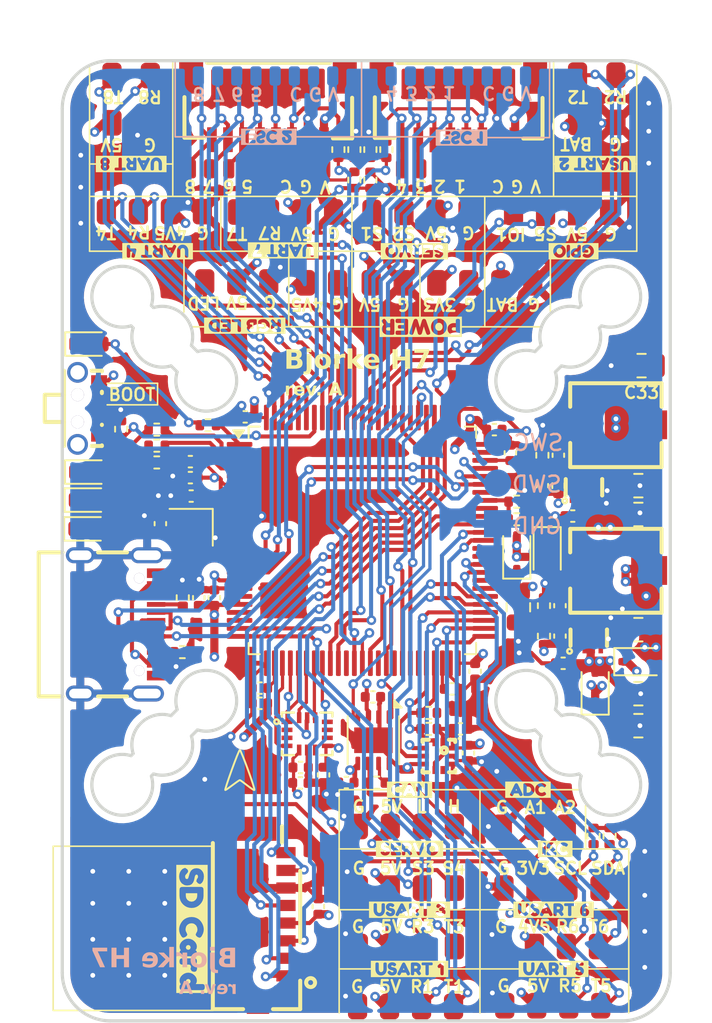
<source format=kicad_pcb>
(kicad_pcb (version 20240108) (generator "pcbnew") (generator_version "8.0")
  (title_block (title "Bjorke H7") (date "2025-04-04") (rev "A") (company "Victor Krook"))
  (layers (0 "F.Cu" signal) (1 "In1.Cu" signal) (2 "In2.Cu" signal) (31 "B.Cu" signal) (34 "B.Paste" user) (35 "F.Paste" user) (36 "B.SilkS" user "B.Silkscreen") (37 "F.SilkS" user "F.Silkscreen") (38 "B.Mask" user) (39 "F.Mask" user) (44 "Edge.Cuts" user))
  (net 0 "")
  (net 1 "GND")
  (net 2 "Net-(U2-PH0)")
  (net 3 "Net-(U2-PH1)")
  (net 4 "Net-(C9-Pad1)")
  (net 5 "Net-(C11-Pad1)")
  (net 6 "SDMMC1_D2")
  (net 7 "SDMMC1_D0")
  (net 8 "SDMMC1_D3")
  (net 9 "SDMMC1_CK")
  (net 10 "SDMMC1_CMD")
  (net 11 "SDMMC1_D1")
  (net 12 "Net-(D1-A)")
  (net 13 "Net-(D2-A)")
  (net 14 "Net-(D3-A)")
  (net 15 "VBUS")
  (net 16 "TX1")
  (net 17 "RX1")
  (net 18 "+5V")
  (net 19 "RX2")
  (net 20 "TX2")
  (net 21 "TX3")
  (net 22 "RX3")
  (net 23 "RGB_LED")
  (net 24 "VBAT")
  (net 25 "SERVO_3")
  (net 26 "+4V5")
  (net 27 "TX4")
  (net 28 "RX4")
  (net 29 "SERVO_2")
  (net 30 "SERVO_1")
  (net 31 "TX6")
  (net 32 "RX6")
  (net 33 "I2C4_SDA")
  (net 34 "I2C4_SCL")
  (net 35 "TX8")
  (net 36 "RX8")
  (net 37 "SWCLK")
  (net 38 "SWDIO")
  (net 39 "M3")
  (net 40 "M2")
  (net 41 "M1")
  (net 42 "CURR_EXT_1")
  (net 43 "M4")
  (net 44 "M7")
  (net 45 "M8")
  (net 46 "M6")
  (net 47 "M5")
  (net 48 "CURR_EXT_2")
  (net 49 "VSUB_SENSE")
  (net 50 "BOOT0")
  (net 51 "LED_1")
  (net 52 "LED_2")
  (net 53 "VBAT_SENSE")
  (net 54 "Net-(U3-CC2)")
  (net 55 "CURR_SENSE_1")
  (net 56 "CURR_SENSE_2")
  (net 57 "Net-(U3-CC1)")
  (net 58 "+3V3")
  (net 59 "USB-")
  (net 61 "Net-(D6-A)")
  (net 64 "IMU_CS")
  (net 65 "IMU_MISO")
  (net 67 "IMU_SCK")
  (net 69 "IMU_MOSI")
  (net 70 "CAN_TX")
  (net 72 "IMU_INT1")
  (net 76 "USB+")
  (net 80 "CANL")
  (net 81 "TX7")
  (net 82 "CAN_RX")
  (net 83 "RX7")
  (net 95 "CANH")
  (net 96 "RX5")
  (net 97 "TX5")
  (net 98 "I2C2_SCL")
  (net 99 "I2C2_SDA")
  (net 104 "Net-(J16-Pin_4)")
  (net 105 "Net-(J18-Pin_4)")
  (net 106 "SERVO_4")
  (net 107 "LED_BOOT")
  (net 108 "Net-(U9-BST)")
  (net 109 "Net-(U9-SW)")
  (net 110 "Net-(U9-FB)")
  (net 113 "Net-(U8-BST)")
  (net 114 "Net-(U8-SW)")
  (net 115 "Net-(U8-FB)")
  (net 118 "GPIO1")
  (net 119 "SERVO_5")
  (net 120 "ADC_IN1")
  (net 121 "ADC_IN2")
  (net 122 "/VSYS")
  (net 123 "LED_3")
  (footprint "easyeda2kicad:SENSORM-SMD_BMP388" (layer "F.Cu") (at 141.13 114.8)
    (property "Reference" "U5" (hide yes))
    (property "Value" "BMP388")
  )
  (footprint "Capacitor_SMD:C_0402_1005Metric" (layer "F.Cu") (at 142.48 113.1)
    (property "Reference" "C19" (hide yes))
    (property "Value" "0.1uF")
  )
  (footprint "Capacitor_SMD:C_0402_1005Metric" (layer "F.Cu") (at 125.6 97.4 180)
    (property "Reference" "C7" (hide yes))
    (property "Value" "0.1uF")
  )
  (footprint "Capacitor_SMD:C_0402_1005Metric" (layer "F.Cu") (at 147.6 97.9 -90)
    (property "Reference" "C40" (hide yes))
    (property "Value" "15pF")
  )
  (footprint "LED_SMD:LED_0603_1608Metric" (layer "F.Cu") (at 119.225 98.8)
    (property "Reference" "D2" (hide yes))
    (property "Value" "BLUE")
  )
  (footprint "kibuzzard-67DE5B23" (layer "F.Cu") (at 139.6 83.25 180)
    (property "Reference" "kibuzzard-67DE5B23" (hide yes))
    (property "Value" "G***" (hide yes))
  )
  (footprint "Diode_SMD:D_SOD-323" (layer "F.Cu") (at 146 102.1 90)
    (property "Reference" "D7" (hide yes))
    (property "Value" "30V 450mA")
  )
  (footprint "Capacitor_SMD:C_0402_1005Metric" (layer "F.Cu") (at 132.49 115.51)
    (property "Reference" "C22" (hide yes))
    (property "Value" "10nF")
  )
  (footprint "custom:Conn_8_Accesory" (layer "F.Cu") (at 133.8 78.1 -90)
    (property "Reference" "J23" (hide yes))
    (property "Value" "FC-ESC 1 Solder Pads Front" (hide yes))
  )
  (footprint "custom:Conn_4_Accesory_Bigger_2x2" (layer "F.Cu") (at 149.8 72.85 90)
    (property "Reference" "J6" (hide yes))
    (property "Value" "USART2" (hide yes))
  )
  (footprint "Capacitor_SMD:C_0402_1005Metric" (layer "F.Cu") (at 129.95 110.55 180)
    (property "Reference" "C10" (hide yes))
    (property "Value" "0.1uF")
  )
  (footprint "custom:Conn_4_Accesory_Bigger_2x2" (layer "F.Cu") (at 120.7 72.875 90)
    (property "Reference" "J13" (hide yes))
    (property "Value" "UART8" (hide yes))
  )
  (footprint "custom:Conn_4_Accesory_Bigger" (layer "F.Cu") (at 142.1 119.2 -90)
    (property "Reference" "J20" (hide yes))
    (property "Value" "CAN" (hide yes))
  )
  (footprint "Capacitor_SMD:C_0805_2012Metric" (layer "F.Cu") (at 153.6 106.9 180)
    (property "Reference" "C38" (hide yes))
    (property "Value" "47uF")
  )
  (footprint "custom:Conn_4_Accesory_Bigger" (layer "F.Cu") (at 151.25 130.4 -90)
    (property "Reference" "J17" (hide yes))
    (property "Value" "UART5" (hide yes))
  )
  (footprint "Resistor_SMD:R_0402_1005Metric" (layer "F.Cu") (at 146 98.9)
    (property "Reference" "R4" (hide yes))
    (property "Value" "10k")
  )
  (footprint "kibuzzard-67DE573A" (layer "F.Cu") (at 139.3 120.6)
    (property "Reference" "kibuzzard-67DE573A" (hide yes))
    (property "Value" "G***" (hide yes))
  )
  (footprint "kibuzzard-67DE5AB0" (layer "F.Cu") (at 121.9 77.8 180)
    (property "Reference" "kibuzzard-67DE5AB0" (hide yes))
    (property "Value" "G***" (hide yes))
  )
  (footprint "easyeda2kicad:IND-SMD_L5.7-W5.2" (layer "F.Cu") (at 152.2 103.2)
    (property "Reference" "L4" (hide yes))
    (property "Value" "6.8uH")
  )
  (footprint "Capacitor_SMD:C_0805_2012Metric" (layer "F.Cu") (at 146.1 105.5 -90)
    (property "Reference" "C17" (hide yes))
    (property "Value" "47uF")
  )
  (footprint "Capacitor_SMD:C_0402_1005Metric" (layer "F.Cu") (at 143.4 109.5 -90)
    (property "Reference" "C1" (hide yes))
    (property "Value" "4.7uF")
  )
  (footprint "Capacitor_SMD:C_0402_1005Metric" (layer "F.Cu") (at 127.1 104.9 90)
    (property "Reference" "C8" (hide yes))
    (property "Value" "0.1uF")
  )
  (footprint "Capacitor_SMD:C_0402_1005Metric" (layer "F.Cu") (at 129.95 111.5 180)
    (property "Reference" "C13" (hide yes))
    (property "Value" "0.1uF")
  )
  (footprint "easyeda2kicad:SOT-583-8_L2.1-W1.2-P0.50-LS1.6-BL" (layer "F.Cu") (at 150.2 98)
    (property "Reference" "U9" (hide yes))
    (property "Value" "TPS563300DRLR")
  )
  (footprint "Package_SON:HVSON-8-1EP_3x3mm_P0.65mm_EP1.6x2.4mm" (layer "F.Cu") (at 137.04 113.81 -90)
    (property "Reference" "U7" (hide yes))
    (property "Value" "TJA1051TK-3")
  )
  (footprint "Diode_SMD:D_SOD-323" (layer "F.Cu") (at 150.9 110.6 90)
    (property "Reference" "D4" (hide yes))
    (property "Value" "30V 450mA")
  )
  (footprint "kibuzzard-67EE0F1B" (layer "F.Cu") (at 146.7 116.9)
    (property "Reference" "kibuzzard-67EE0F1B" (hide yes))
    (property "Value" "G***" (hide yes))
  )
  (footprint "Capacitor_SMD:C_0402_1005Metric" (layer "F.Cu") (at 148.7 107.3 -90)
    (property "Reference" "C39" (hide yes))
    (property "Value" "15pF")
  )
  (footprint "custom:Conn_4_Accesory_Bigger" (layer "F.Cu") (at 120.35 80.775 90)
    (property "Reference" "J9" (hide yes))
    (property "Value" "UART4" (hide yes))
  )
  (footprint "Capacitor_SMD:C_0402_1005Metric" (layer "F.Cu") (at 149.5 99.8 180)
    (property "Reference" "C16" (hide yes))
    (property "Value" "0.1uF")
  )
  (footprint "custom:Conn_4_Accesory_Bigger" (layer "F.Cu") (at 151.1 126.7 -90)
    (property "Reference" "J11" (hide yes))
    (property "Value" "USART6" (hide yes))
  )
  (footprint "Resistor_SMD:R_0402_1005Metric" (layer "F.Cu") (at 123.5 95.4)
    (property "Reference" "R7" (hide yes))
    (property "Value" "1k")
  )
  (footprint "Resistor_SMD:R_0402_1005Metric" (layer "F.Cu") (at 148.6 97.9 90)
    (property "Reference" "R25" (hide yes))
    (property "Value" "30.9k")
  )
  (footprint "Resistor_SMD:R_0402_1005Metric" (layer "F.Cu") (at 135.85 78.8 -90)
    (property "Reference" "R9" (hide yes))
    (property "Value" "10k")
  )
  (footprint "kibuzzard-67EA1ABB" (layer "F.Cu") (at 139.3 124.4)
    (property "Reference" "kibuzzard-67EA1ABB" (hide yes))
    (property "Value" "G***" (hide yes))
  )
  (footprint "kibuzzard-67EE0EFE" (layer "F.Cu") (at 125.7 125.6 -90)
    (property "Reference" "kibuzzard-67EE0EFE" (hide yes))
    (property "Value" "G***" (hide yes))
  )
  (footprint "Resistor_SMD:R_0402_1005Metric" (layer "F.Cu") (at 150.8 119.8 -90)
    (property "Reference" "R17" (hide yes))
    (property "Value" "2.2k")
  )
  (footprint "Capacitor_SMD:C_0402_1005Metric" (layer "F.Cu") (at 129.025 93.6 180)
    (property "Reference" "C12" (hide yes))
    (property "Value" "0.1uF")
  )
  (footprint "kibuzzard-67DE5AF3" (layer "F.Cu") (at 129 87.9 180)
    (property "Reference" "kibuzzard-67DE5AF3" (hide yes))
    (property "Value" "G***" (hide yes))
  )
  (footprint "Resistor_SMD:R_0402_1005Metric" (layer "F.Cu") (at 140.5 112.1 180)
    (property "Reference" "R22" (hide yes))
    (property "Value" "2.2k")
  )
  (footprint "easyeda2kicad:TF-SMD_TF-021B-H265" (layer "F.Cu") (at 130.325 124.7625 -90)
    (property "Reference" "Card1" (hide yes))
    (property "Value" "TF PUSH")
  )
  (footprint "Capacitor_SMD:C_0402_1005Metric" (layer "F.Cu") (at 126.125 104.9 90)
    (property "Reference" "C3" (hide yes))
    (property "Value" "0.1uF")
  )
  (footprint "custom:Conn_4_Accesory_Bigger" (layer "F.Cu") (at 136.95 80.825 90)
    (property "Reference" "J10" (hide yes))
    (property "Value" "Servo 1-2" (hide yes))
  )
  (footprint "Capacitor_SMD:C_0402_1005Metric" (layer "F.Cu") (at 142.98 114.6 -90)
    (property "Reference" "C21" (hide yes))
    (property "Value" "0.1uF")
  )
  (footprint "LED_SMD:LED_0603_1608Metric" (layer "F.Cu") (at 119.25 97.05)
    (property "Reference" "D3" (hide yes))
    (property "Value" "GREEN")
  )
  (footprint "custom:Conn_4_Accesory_Bigger" (layer "F.Cu") (at 151.2 123.05 -90)
    (property "Reference" "J12" (hide yes))
    (property "Value" "I2C" (hide yes))
  )
  (footprint "custom:Conn_2_Accesory_Bigger" (layer "F.Cu") (at 141 85.225 90)
    (property "Reference" "J1" (hide yes))
    (property "Value" "Power_3V3" (hide yes))
  )
  (footprint "Capacitor_SMD:C_0805_2012Metric" (layer "F.Cu") (at 153.6 99.7)
    (property "Reference" "C14" (hide yes))
    (property "Value" "10uF")
  )
  (footprint "Capacitor_SMD:C_0402_1005Metric" (layer "F.Cu") (at 148.7 105.4 90)
    (property "Reference" "C37" (hide yes))
    (property "Value" "0.1uF")
  )
  (footprint "custom:Conn_8_Accesory" (layer "F.Cu") (at 147 78.1 -90)
    (property "Reference" "J24" (hide yes))
    (property "Value" "FC-ESC 1 Solder Pads Front" (hide yes))
  )
  (footprint "Resistor_SMD:R_0402_1005Metric" (layer "F.Cu") (at 147.6 96 90)
    (property "Reference" "R24" (hide yes))
    (property "Value" "10k")
  )
  (footprint "kibuzzard-67DE5B50" (layer "F.Cu") (at 149.55 83.25 180)
    (property "Reference" "kibuzzard-67DE5B50" (hide yes))
    (property "Value" "G***" (hide yes))
  )
  (footprint "kibuzzard-67DE5AD0" (layer "F.Cu") (at 123.55 83.25 180)
    (property "Reference" "kibuzzard-67DE5AD0" (hide yes))
    (property "Value" "G***" (hide yes))
  )
  (footprint "Capacitor_SMD:C_0805_2012Metric" (layer "F.Cu") (at 153.6 110.9)
    (property "Reference" "C34" (hide yes))
    (property "Value" "10uF")
  )
  (footprint "Capacitor_SMD:C_0402_1005Metric" (layer "F.Cu") (at 132.475 116.475)
    (property "Reference" "C18" (hide yes))
    (property "Value" "2.2uF")
  )
  (footprint "Resistor_SMD:R_0402_1005Metric" (layer "F.Cu") (at 136.85 76.9 90)
    (property "Reference" "R13" (hide yes))
    (property "Value" "10k")
  )
  (footprint "Capacitor_SMD:C_0402_1005Metric" (layer "F.Cu") (at 148.6 96 90)
    (property "Reference" "C32" (hide yes))
    (property "Value" "0.1uF")
  )
  (footprint "easyeda2kicad:USB-SMD_GT-USB-7010AN" (layer "F.Cu") (at 121.09 106.57 -90)
    (property "Reference" "U3" (hide yes))
    (property "Value" "GT-USB-7010AN")
  )
  (footprint "custom:Conn_4_Accesory_Bigger" (layer "F.Cu") (at 142.1 126.7 -90)
    (property "Reference" "J3" (hide yes))
    (property "Value" "USART3" (hide yes))
  )
  (footprint "Resistor_SMD:R_0402_1005Metric" (layer "F.Cu") (at 134.85 76.9 -90)
    (property "Reference" "R14" (hide yes))
    (property "Value" "10k")
  )
  (footprint "Resistor_SMD:R_0402_1005Metric" (layer "F.Cu") (at 137.85 76.9 -90)
    (property "Reference" "R12" (hide yes))
    (property "Value" "10k")
  )
  (footprint "Capacitor_SMD:C_0402_1005Metric" (layer "F.Cu") (at 137.01 111.1)
    (property "Reference" "C28" (hide yes))
    (property "Value" "0.1uF")
  )
  (footprint "kibuzzard-67EA1A9D" (layer "F.Cu") (at 139.3 128.1)
    (property "Reference" "kibuzzard-67EA1A9D" (hide yes))
    (property "Value" "G***" (hide yes))
  )
  (footprint "Resistor_SMD:R_0402_1005Metric" (layer "F.Cu") (at 126.7 94.125)
    (property "Reference" "R18" (hide yes))
    (property "Value" "1k")
  )
  (footprint "kibuzzard-67EA1AE5" (layer "F.Cu") (at 150.9 77.8 180)
    (property "Reference" "kibuzzard-67EA1AE5" (hide yes))
    (property "Value" "G***" (hide yes))
  )
  (footprint "Capacitor_SMD:C_0402_1005Metric" (layer "F.Cu") (at 144.6 94.4)
    (property "Reference" "C2" (hide yes))
    (property "Value" "0.1uF")
  )
  (footprint "Resistor_SMD:R_0402_1005Metric" (layer "F.Cu") (at 123.5 96.45)
    (property "Reference" "R6" (hide yes))
    (property "Value" "1k")
  )
  (footprint "Diode_SMD:D_SOD-323" (layer "F.Cu") (at 147.9 102.1 -90)
    (property "Reference" "D5" (hide yes))
    (property "Value" "30V 450mA")
  )
  (footprint "custom:Conn_3_Accesory_Bigger" (layer "F.Cu") (at 149.1 119.25 -90)
    (property "Reference" "J25" (hide yes))
    (property "Value" "Analog In" (hide yes))
  )
  (footprint "Capacitor_SMD:C_0402_1005Metric" (layer "F.Cu") (at 125.6 96.4 180)
    (property "Reference" "C5" (hide yes))
    (property "Value" "0.1uF")
  )
  (footprint "Resistor_SMD:R_0402_1005Metric" (layer "F.Cu") (at 137.25 116.46 180)
    (property "Reference" "R16" (hide yes))
    (property "Value" "120R")
  )
  (footprint "Capacitor_SMD:C_0805_2012Metric" (layer "F.Cu") (at 153.8 90.4 180)
    (property "Reference" "C33")
    (property "Value" "47uF")
  )
  (footprint "Resistor_SMD:R_0402_1005Metric" (layer "F.Cu") (at 147.7 107.3 90)
    (property "Reference" "R23" (hide yes))
    (property "Value" "51k")
  )
  (footprint "easyeda2kicad:SW-SMD_TS-1086EV-16" (layer "F.Cu") (at 119.25 93.07 -90)
    (property "Reference" "SW1" (hide yes))
    (property "Value" "SW_SPST")
  )
  (footprint "LED_SMD:LED_0603_1608Metric" (layer "F.Cu") (at 119.2625 89.05)
    (property "Reference" "D6" (hide yes))
    (property "Value" "RED")
  )
  (footprint "Resistor_SMD:R_0402_1005Metric" (layer "F.Cu") (at 147.7 105.4 90)
    (property "Reference" "R26" (hide yes))
    (property "Value" "10k")
  )
  (footprint "Resistor_SMD:R_0402_1005Metric" (layer "F.Cu") (at 125.1 108.3)
    (property "Reference" "R2" (hide yes))
    (property "Value" "5.1k")
  )
  (footprint "kibuzzard-67DE57A5" (layer "F.Cu") (at 148.3 128.1)
    (property "Reference" "kibuzzard-67DE57A5" (hide yes))
    (property "Value" "G***" (hide yes))
  )
  (footprint "Capacitor_SMD:C_0402_1005Metric" (layer "F.Cu") (at 133.6 124.2 90)
    (property "Reference" "C23" (hide yes))
    (property "Value" "0.1uF")
  )
  (footprint "Capacitor_SMD:C_0805_2012Metric" (layer "F.Cu") (at 153.6 97.9)
    (property "Reference" "C15" (hide yes))
    (property "Value" "10uF")
  )
  (footprint "easyeda2kicad:SOT-583-8_L2.1-W1.2-P0.50-LS1.6-BL" (layer "F.Cu") (at 150.5 107.4)
    (property "Reference" "U8" (hide yes))
    (property "Value" "TPS563300DRLR")
  )
  (footprint "Capacitor_SMD:C_0402_1005Metric" (layer "F.Cu") (at 141.95 110.6)
    (property "Reference" "C9" (hide yes))
    (property "Value" "2.2uF")
  )
  (footprint "Capacitor_SMD:C_0805_2012Metric" (layer "F.Cu") (at 153.6 112.9)
    (property "Reference" "C35" (hide yes))
    (property "Value" "10uF")
  )
  (footprint "Resistor_SMD:R_0402_1005Metric" (layer "F.Cu") (at 125.125 104.9 90)
    (property "Reference" "R11" (hide yes))
    (property "Value" "5.1k")
  )
  (footprint "custom:Conn_2_Accesory_Bigger" (layer "F.Cu") (at 145 85.225 90)
    (property "Reference" "J21" (hide yes))
    (property "Value" "Power_VBAT" (hide yes))
  )
  (footprint "Resistor_SMD:R_0402_1005Metric" (layer "F.Cu") (at 146 100 180)
    (property "Reference" "R3" (hide yes))
    (property "Value" "10k")
  )
  (footprint "Resistor_SMD:R_0402_1005Metric" (layer "F.Cu") (at 136.85 78.8 90)
    (property "Reference" "R10" (hide yes))
    (property "Value" "1k")
  )
  (footprint "Capacitor_SMD:C_0402_1005Metric" (layer "F.Cu") (at 135.35 116.45 180)
    (property "Reference" "C24" (hide yes))
    (property "Value" "0.1uF")
  )
  (footprint "Resistor_SMD:R_0402_1005Metric" (layer "F.Cu") (at 140.5 113.1 180)
    (property "Reference" "R21" (hide yes))
    (property "Value" "2.2k")
  )
  (footprint "custom:Conn_4_Accesory_Bigger" (layer "F.Cu") (at 145.8 80.825 90)
    (property "Reference" "J22" (hide yes))
    (property "Value" "Servo5-GPIO1" (hide yes))
  )
  (footprint "Resistor_SMD:R_0402_1005Metric" (layer "F.Cu") (at 135.85 76.9 90)
    (property "Reference" "R15" (hide yes))
    (property "Value" "10k")
  )
  (footprint "easyeda2kicad:LGA-14_L3.0-W2.5-P0.50-TL" (layer "F.Cu") (at 132.9 113.41)
    (property "Reference" "U6" (hide yes))
    (property "Value" "ICM-42688-P")
  )
  (footprint "Capacitor_SMD:C_0402_1005Metric" (layer "F.Cu") (at 148.9 109 180)
    (property "Reference" "C36" (hide yes))
    (property "Value" "0.1uF")
  )
  (footprint "kibuzzard-67E2C95F" (layer "F.Cu") (at 131.4 83.2 180)
    (property "Reference" "kibuzzard-67E2C95F" (hide yes))
    (property "Value" "G***" (hide yes))
  )
  (footprint "easyeda2kicad:IND-SMD_L5.7-W5.2" (layer "F.Cu") (at 152.2 94.1)
    (property "Reference" "L3" (hide yes))
    (property "Value" "6.8uH")
  )
  (footprint "Capacitor_SMD:C_0402_1005Metric" (layer "F.Cu") (at 125.65 98.55 180)
    (property "Reference" "C4" (hide yes))
    (property "Value" "15pF")
  )
  (footprint "custom:Conn_2_Accesory_Bigger" (layer "F.Cu") (at 136.9 85.225 90)
    (property "Reference" "J2" (hide yes))
    (property "Value" "Power_5V" (hide yes))
  )
  (footprint "custom:Conn_4_Accesory_Bigger" (layer "F.Cu") (at 128.55 80.8 90)
    (property "Reference" "J26" (hide yes))
    (property "Value" "UART7" (hide yes))
  )
  (footprint "Capacitor_SMD:C_0402_1005Metric" (layer "F.Cu") (at 133.925 115.975 -90)
    (property "Reference" "C20" (hide yes))
    (property "Value" "0.1uF")
  )
  (footprint "Resistor_SMD:R_0402_1005Metric" (layer "F.Cu") (at 121.275 94.37 90)
    (property "Reference" "R5" (hide yes))
    (property "Value" "10k")
  )
  (footprint "Package_QFP:LQFP-100_14x14mm_P0.5mm" (layer "F.Cu") (at 136.35 101.32)
    (property "Reference" "U2" (hide yes))
    (property "Value" "STM32H743VIT6")
  )
  (footprint "LED_SMD:LED_0603_1608Metric" (layer "F.Cu") (at 119.2 100.6)
    (property "Reference" "D1" (hide yes))
    (property "Value" "YELLOW")
  )
  (footprint "easyeda2kicad:CONN-TH_SM08B-SRSS-TB-LF-SN" (layer "F.Cu") (at 130.45 74.34 180)
    (property "Reference" "J16" (hide yes))
    (property "Value" "FC-ESC 1 JST")
  )
  (footprint "Capacitor_SMD:C_0402_1005Metric" (layer "F.Cu") (at 145.6 95.85 90)
    (property "Reference" "C11" (hide yes))
    (property "Value" "2.2uF")
  )
  (footprint "kibuzzard-67DE5740" (layer "F.Cu") (at 139.3 116.9)
    (property "Reference" "kibuzzard-67DE5740" (hide yes))
    (property "Value" "G***" (hide yes))
  )
  (footprint "Crystal:Crystal_SMD_2016-4Pin_2.0x1.6mm" (layer "F.Cu") (at 125.65 100.5 180)
    (property "Reference" "Y1" (hide yes))
    (property "Value" "16 MHz")
  )
  (footprint "kibuzzard-67DE5922" (layer "F.Cu") (at 140 87.975 180)
    (property "Reference" "kibuzzard-67DE5922" (hide yes))
    (property "Value" "G***" (hide yes))
  )
  (footprint "kibuzzard-67DE59DE" (layer "F.Cu") (at 148.4 120.6)
    (property "Reference" "kibuzzard-67DE59DE" (hide yes))
    (property "Value" "G***" (hide yes))
  )
  (footprint "Resistor_SMD:R_0402_1005Metric" (layer "F.Cu") (at 151.8 119.8 -90)
    (property "Reference" "R20" (hide yes))
    (property "Value" "2.2k")
  )
  (footprint "Diode_SMD:D_SOD-323" (layer "F.Cu") (at 153.7 108.9)
    (property "Reference" "D8" (hide yes))
    (property "Value" "30V 450mA")
  )
  (footprint "custom:Conn_3_Accesory_Bigger" (layer "F.Cu") (at 126.5 85.175 90)
    (property "Reference" "J15" (hide yes))
    (property "Value" "RGB" (hide yes))
  )
  (footprint "custom:Conn_4_Accesory_Bigger" (layer "F.Cu") (at 142.05 130.45 -90)
    (property "Reference" "J7" (hide yes))
    (property "Value" "USART1" (hide yes))
  )
  (footprint "custom:Conn_2_Accesory_Bigger" (layer "F.Cu") (at 132.8 85.225 90)
    (property "Reference" "J4" (hide yes))
    (property "Value" "Power_4V5" (hide yes))
  )
  (footprint "kibuzzard-67EA1AD2" (layer "F.Cu") (at 148.3 124.4)
    (property "Reference" "kibuzzard-67EA1AD2" (hide yes))
    (property "Value" "G***" (hide yes))
  )
  (footprint "custom:Conn_4_Accesory_Bigger" (layer "F.Cu") (at 142.1 123.05 -90)
    (property "Reference" "J8" (hide yes))
    (property "Value" "Servo 3-4" (hide yes))
  )
  (footprint "Resistor_SMD:R_0402_1005Metric" (layer "F.Cu") (at 123.5 94.4)
    (property "Reference" "R8" (hide yes))
    (property "Value" "1k")
  )
  (footprint "Capacitor_SMD:C_0402_1005Metric" (layer "F.Cu") (at 123.725 100.275 90)
    (property "Reference" "C6" (hide yes))
    (property "Value" "15pF")
  )
  (footprint "easyeda2kicad:CONN-TH_SM08B-SRSS-TB-LF-SN" (layer "F.Cu") (at 142.35 74.35 180)
    (property "Reference" "J18" (hide yes))
    (property "Value" "FC-ESC 2 JST")
  )
  (footprint "custom:Conn_8_Accesory" (layer "B.Cu") (at 146.35 72.3 90)
    (property "Reference" "J19" (hide yes))
    (property "Value" "FC-ESC 2 Solder Pads Back" (hide yes))
  )
  (footprint "kibuzzard-67DE5E92" (layer "B.Cu") (at 130.5 76.1)
    (property "Reference" "kibuzzard-67DE5E92" (hide yes))
    (property "Value" "G***" (hide yes))
  )
  (footprint "custom:Conn_8_Accesory" (layer "B.Cu") (at 134.3 72.3 90)
    (property "Reference" "J5" (hide yes))
    (property "Value" "FC-ESC 1 Solder Pads Back" (hide yes))
  )
  (footprint "custom:Conn_3_2.54_SMD" (layer "B.Cu") (at 144.8 95.2 180)
    (property "Reference" "J14" (hide yes))
    (property "Value" "Debug" (hide yes))
  )
  (footprint "kibuzzard-67DE5E84" (layer "B.Cu") (at 142.55 76.15)
    (property "Reference" "kibuzzard-67DE5E84" (hide yes))
    (property "Value" "G***" (hide yes))
  )
  (gr_line (start 124.65 71.35) (end 124.65 76.1) (stroke (width 0.1)) (layer "B.SilkS"))
  (gr_line (start 128.75 76.1) (end 124.65 76.1) (stroke (width 0.1)) (layer "B.SilkS"))
  (gr_line (start 140.95 76.1) (end 132.15 76.1) (stroke (width 0.1)) (layer "B.SilkS"))
  (gr_line (start 136.3 71.35) (end 136.3 76.1) (stroke (width 0.1)) (layer "B.SilkS"))
  (gr_line (start 148.05 76.15) (end 148.05 71.4) (stroke (width 0.1)) (layer "B.SilkS"))
  (gr_line (start 144.15 76.15) (end 148.05 76.15) (stroke (width 0.1)) (layer "B.SilkS"))
  (gr_line (start 139.95 87.325) (end 139.95 83.7) (stroke (width 0.1)) (layer "F.SilkS"))
  (gr_line (start 134.9 130.85) (end 134.9 116.95) (stroke (width 0.1)) (layer "F.SilkS"))
  (gr_line (start 127.5 83.2) (end 127.5 79.85) (stroke (width 0.1)) (layer "F.SilkS"))
  (gr_line (start 141.65 128.1) (end 143.8 128.1) (stroke (width 0.1)) (layer "F.SilkS"))
  (gr_line (start 153.5 83.25) (end 153.5 71.45) (stroke (width 0.1)) (layer "F.SilkS"))
  (gr_line (start 150.7 124.4) (end 153 124.4) (stroke (width 0.1)) (layer "F.SilkS"))
  (gr_line (start 133.55 83.25) (end 137.55 83.25) (stroke (width 0.1)) (layer "F.SilkS"))
  (gr_line (start 149.4 120.6) (end 153 120.6) (stroke (width 0.1)) (layer "F.SilkS"))
  (gr_line (start 124.1 77.8) (end 124.5 77.8) (stroke (width 0.1)) (layer "F.SilkS"))
  (gr_line (start 148.1 116.9) (end 149.9 116.9) (stroke (width 0.1)) (layer "F.SilkS"))
  (gr_line (start 119.3 83.25) (end 121.4 83.25) (stroke (width 0.1)) (layer "F.SilkS"))
  (gr_line (start 142.5 87.975) (end 147.45 87.975) (stroke (width 0.1)) (layer "F.SilkS"))
  (gr_line (start 150.3 117.9) (end 150.3 120.55) (stroke (width 0.1)) (layer "F.SilkS"))
  (gr_line (start 144 87.975) (end 144 79.85) (stroke (width 0.1)) (layer "F.SilkS"))
  (gr_line (start 123.55 92.85) (end 120.4 92.85) (stroke (width 0.1)) (layer "F.SilkS"))
  (gr_line (start 134.9 124.4) (end 136.85 124.4) (stroke (width 0.1)) (layer "F.SilkS"))
  (gr_line (start 143.8 116.9) (end 145.35 116.9) (stroke (width 0.1)) (layer "F.SilkS"))
  (gr_line (start 141.75 124.4) (end 143.8 124.4) (stroke (width 0.1)) (layer "F.SilkS"))
  (gr_line (start 134.9 128.1) (end 136.95 128.1) (stroke (width 0.1)) (layer "F.SilkS"))
  (gr_line (start 141.4 120.6) (end 143.8 120.6) (stroke (width 0.1)) (layer "F.SilkS"))
  (gr_line (start 140.7 116.9) (end 143.8 116.9) (stroke (width 0.1)) (layer "F.SilkS"))
  (gr_rect (start 117.025 120.43125) (end 127.025 130.69375) (stroke (width 0.1)) (fill none) (layer "F.SilkS"))
  (gr_line (start 135.7 87.975) (end 135.7 79.85) (stroke (width 0.1)) (layer "F.SilkS"))
  (gr_line (start 148.1 87) (end 148.1 83.3) (stroke (width 0.1)) (layer "F.SilkS"))
  (gr_line (start 119.3 83.25) (end 119.3 71.8) (stroke (width 0.1)) (layer "F.SilkS"))
  (gr_line (start 125.7 87.975) (end 126.5 87.975) (stroke (width 0.1)) (layer "F.SilkS"))
  (gr_line (start 153.5 79.825) (end 119.35 79.825) (stroke (width 0.1)) (layer "F.SilkS"))
  (gr_line (start 153 120.65) (end 153 130.85) (stroke (width 0.1)) (layer "F.SilkS"))
  (gr_line (start 119.75 77.8) (end 119.3 77.8) (stroke (width 0.1)) (layer "F.SilkS"))
  (gr_line (start 124.5 71.375) (end 124.5 79.8) (stroke (width 0.1)) (layer "F.SilkS"))
  (gr_line (start 131.75 87.95) (end 131.75 83.7) (stroke (width 0.1)) (layer "F.SilkS"))
  (gr_line (start 134.9 116.9) (end 137.9 116.9) (stroke (width 0.1)) (layer "F.SilkS"))
  (gr_line (start 153.35 77.8) (end 153.5 77.8) (stroke (width 0.1)) (layer "F.SilkS"))
  (gr_line (start 131.5 87.975) (end 137.4 87.975) (stroke (width 0.1)) (layer "F.SilkS"))
  (gr_line (start 150.4 128.1) (end 153 128.1) (stroke (width 0.1)) (layer "F.SilkS"))
  (gr_line (start 120.4 91.5) (end 123.55 91.5) (stroke (width 0.1)) (layer "F.SilkS"))
  (gr_line (start 150.95 83.25) (end 153.5 83.25) (stroke (width 0.1)) (layer "F.SilkS"))
  (gr_line (start 143.8 120.6) (end 147.35 120.6) (stroke (width 0.1)) (layer "F.SilkS"))
  (gr_line (start 125.2 87.05) (end 125.2 83.7) (stroke (width 0.1)) (layer "F.SilkS"))
  (gr_line (start 143.8 124.4) (end 145.9 124.4) (stroke (width 0.1)) (layer "F.SilkS"))
  (gr_line (start 143.8 128.1) (end 146.2 128.1) (stroke (width 0.1)) (layer "F.SilkS"))
  (gr_line (start 148.3 71.4) (end 148.3 79.8) (stroke (width 0.1)) (layer "F.SilkS"))
  (gr_line (start 143.7 116.95) (end 143.7 130.85) (stroke (width 0.1)) (layer "F.SilkS"))
  (gr_poly (pts (xy 128.701241 114.424412) (xy 128.715295 114.445004) (xy 128.755551 114.523044) (xy 128.875501 114.801665) (xy 129.030618 115.196276) (xy 129.2 115.65) (xy 129.362743 116.105961) (xy 129.497945 116.507281) (xy 129.584704 116.797085) (xy 129.603385 116.882394) (xy 129.605408 116.90704) (xy 129.602117 116.918495) (xy 129.59404 116.921013) (xy 129.582092 116.919609) (xy 129.566528 116.914534) (xy 129.547606 116.906041) (xy 129.500705 116.879807) (xy 129.443433 116.842923) (xy 129.377836 116.797405) (xy 129.305959 116.745269) (xy 129.151544 116.629206) (xy 128.85733 116.406362) (xy 128.798751 116.364344) (xy 128.750251 116.331836) (xy 128.713876 116.310852) (xy 128.700874 116.305313) (xy 128.69167 116.30341) (xy 128.682438 116.305231) (xy 128.669356 116.310536) (xy 128.632686 116.330656) (xy 128.583748 116.36188) (xy 128.52463 116.402317) (xy 128.384209 116.503278) (xy 128.228127 116.618421) (xy 128.07309 116.73263) (xy 127.935803 116.830789) (xy 127.879037 116.869127) (xy 127.832973 116.897783) (xy 127.7997 116.914869) (xy 127.788512 116.918482) (xy 127.781305 116.918495) (xy 127.778883 116.909565) (xy 127.781665 116.887112) (xy 127.801553 116.805264) (xy 127.889636 116.519144) (xy 128.024999 116.118092) (xy 128.18709 115.660063) (xy 128.355355 115.203012) (xy 128.509242 114.804896) (xy 128.628198 114.52367) (xy 128.668154 114.445002) (xy 128.682128 114.424324) (xy 128.69167 114.41729)) (stroke (width 0.119062)) (fill none) (layer "F.SilkS"))
  (gr_line (start 141.6 83.25) (end 148.05 83.25) (stroke (width 0.1)) (layer "F.SilkS"))
  (gr_line (start 134.9 120.6) (end 137.2 120.6) (stroke (width 0.1)) (layer "F.SilkS"))
  (gr_circle (center 142.4 113.7) (end 142.4 113.75) (stroke (width 0.1)) (fill none) (layer "F.SilkS"))
  (gr_line (start 148.3 77.8) (end 148.5 77.8) (stroke (width 0.1)) (layer "F.SilkS"))
  (gr_line (start 125.75 83.25) (end 129.15 83.25) (stroke (width 0.1)) (layer "F.SilkS"))
  (gr_line (start 123.55 91.5) (end 123.55 92.85) (stroke (width 0.1)) (layer "F.SilkS"))
  (gr_arc (start 148.796682 112.27389) (mid 150.687005 112.749999) (end 151.163114 114.640322) (stroke (width 0.2)) (layer "Edge.Cuts"))
  (gr_line (start 147.140321 113.163113) (end 147.523892 113.546684) (stroke (width 0.2)) (layer "Edge.Cuts"))
  (gr_line (start 148.796682 112.27389) (end 148.413113 111.890321) (stroke (width 0.2)) (layer "Edge.Cuts"))
  (gr_arc (start 123.163114 116.046682) (mid 119.999999 117.937005) (end 121.890322 114.77389) (stroke (width 0.2)) (layer "Edge.Cuts"))
  (gr_line (start 148.413113 90.796683) (end 148.796683 90.413113) (stroke (width 0.2)) (layer "Edge.Cuts"))
  (gr_arc (start 126.046683 89.523891) (mid 127.937005 92.687005) (end 124.773891 90.796683) (stroke (width 0.2)) (layer "Edge.Cuts"))
  (gr_line (start 120.593503 131.343502) (end 152.593502 131.343502) (stroke (width 0.2)) (layer "Edge.Cuts"))
  (gr_arc (start 125.663114 113.546682) (mid 125.187005 115.437005) (end 123.296682 115.913114) (stroke (width 0.2)) (layer "Edge.Cuts"))
  (gr_arc (start 124.773891 111.890321) (mid 127.937005 109.999999) (end 126.046683 113.163113) (stroke (width 0.2)) (layer "Edge.Cuts"))
  (gr_line (start 151.296682 114.77389) (end 151.163114 114.640322) (stroke (width 0.2)) (layer "Edge.Cuts"))
  (gr_line (start 152.593502 71.343502) (end 120.593503 71.343502) (stroke (width 0.2)) (layer "Edge.Cuts"))
  (gr_arc (start 122.023891 114.640321) (mid 122.499999 112.749999) (end 124.390321 112.273891) (stroke (width 0.2)) (layer "Edge.Cuts"))
  (gr_arc (start 148.413113 90.796683) (mid 145.249999 92.687005) (end 147.140321 89.523891) (stroke (width 0.2)) (layer "Edge.Cuts"))
  (gr_line (start 125.663114 113.546682) (end 126.046683 113.163113) (stroke (width 0.2)) (layer "Edge.Cuts"))
  (gr_line (start 117.593502 74.343503) (end 117.593502 128.343501) (stroke (width 0.2)) (layer "Edge.Cuts"))
  (gr_arc (start 151.163113 88.046683) (mid 150.687005 89.937005) (end 148.796683 90.413113) (stroke (width 0.2)) (layer "Edge.Cuts"))
  (gr_arc (start 147.52389 89.140322) (mid 147.999999 87.249999) (end 149.890322 86.77389) (stroke (width 0.2)) (layer "Edge.Cuts"))
  (gr_arc (start 152.593502 71.343502) (mid 154.714822 72.222182) (end 155.593502 74.343502) (stroke (width 0.2)) (layer "Edge.Cuts"))
  (gr_arc (start 123.296683 86.773891) (mid 125.187005 87.249999) (end 125.663113 89.140321) (stroke (width 0.2)) (layer "Edge.Cuts"))
  (gr_line (start 124.773891 111.890321) (end 124.390321 112.273891) (stroke (width 0.2)) (layer "Edge.Cuts"))
  (gr_line (start 124.390322 90.413114) (end 124.773891 90.796683) (stroke (width 0.2)) (layer "Edge.Cuts"))
  (gr_line (start 123.163114 116.046682) (end 123.296682 115.913114) (stroke (width 0.2)) (layer "Edge.Cuts"))
  (gr_arc (start 120.593503 131.343502) (mid 118.472182 130.464822) (end 117.593502 128.343501) (stroke (width 0.2)) (layer "Edge.Cuts"))
  (gr_arc (start 151.296682 114.77389) (mid 153.187005 117.937005) (end 150.02389 116.046682) (stroke (width 0.2)) (layer "Edge.Cuts"))
  (gr_arc (start 150.02389 86.640322) (mid 153.187005 84.749999) (end 151.296682 87.913114) (stroke (width 0.2)) (layer "Edge.Cuts"))
  (gr_arc (start 124.390322 90.413114) (mid 122.499999 89.937005) (end 122.02389 88.046682) (stroke (width 0.2)) (layer "Edge.Cuts"))
  (gr_line (start 121.890322 87.913114) (end 122.02389 88.046682) (stroke (width 0.2)) (layer "Edge.Cuts"))
  (gr_arc (start 117.593502 74.343503) (mid 118.472182 72.222182) (end 120.593503 71.343502) (stroke (width 0.2)) (layer "Edge.Cuts"))
  (gr_line (start 123.296683 86.773891) (end 123.163114 86.640322) (stroke (width 0.2)) (layer "Edge.Cuts"))
  (gr_arc (start 149.890321 115.913113) (mid 147.999999 115.437005) (end 147.523892 113.546684) (stroke (width 0.2)) (layer "Edge.Cuts"))
  (gr_arc (start 155.593502 128.343502) (mid 154.714822 130.464822) (end 152.593502 131.343502) (stroke (width 0.2)) (layer "Edge.Cuts"))
  (gr_line (start 150.02389 86.640322) (end 149.890322 86.77389) (stroke (width 0.2)) (layer "Edge.Cuts"))
  (gr_line (start 122.023891 114.640321) (end 121.890322 114.77389) (stroke (width 0.2)) (layer "Edge.Cuts"))
  (gr_line (start 147.52389 89.140322) (end 147.140321 89.523891) (stroke (width 0.2)) (layer "Edge.Cuts"))
  (gr_line (start 126.046683 89.523891) (end 125.663113 89.140321) (stroke (width 0.2)) (layer "Edge.Cuts"))
  (gr_arc (start 147.140321 113.163113) (mid 145.249999 109.999999) (end 148.413113 111.890321) (stroke (width 0.2)) (layer "Edge.Cuts"))
  (gr_arc (start 121.890322 87.913114) (mid 119.999999 84.749999) (end 123.163114 86.640322) (stroke (width 0.2)) (layer "Edge.Cuts"))
  (gr_line (start 155.593502 128.343502) (end 155.593502 74.343502) (stroke (width 0.2)) (layer "Edge.Cuts"))
  (gr_line (start 149.890321 115.913113) (end 150.02389 116.046682) (stroke (width 0.2)) (layer "Edge.Cuts"))
  (gr_line (start 151.163113 88.046683) (end 151.296682 87.913114) (stroke (width 0.2)) (layer "Edge.Cuts"))
  (gr_text "1" (at 141.3 72.9 180) (layer "B.SilkS") (effects (font (size 0.8 0.8) (thickness 0.15) (bold yes)) (justify left bottom mirror)))
  (gr_text "6" (at 128.05 72.95 180) (layer "B.SilkS") (effects (font (size 0.8 0.8) (thickness 0.15) (bold yes)) (justify left bottom mirror)))
  (gr_text "GND" (at 148.9 101 0) (layer "B.SilkS") (effects (font (size 1 1)) (justify left bottom mirror)))
  (gr_text "G" (at 132.9 72.95 180) (layer "B.SilkS") (effects (font (size 0.8 0.8) (thickness 0.15) (bold yes)) (justify left bottom mirror)))
  (gr_text "SWC" (at 149 95.8 0) (layer "B.SilkS") (effects (font (size 1 1)) (justify left bottom mirror)))
  (gr_text "8" (at 125.65 72.95 180) (layer "B.SilkS") (effects (font (size 0.8 0.8) (thickness 0.15) (bold yes)) (justify left bottom mirror)))
  (gr_text "4" (at 137.7 72.9 180) (layer "B.SilkS") (effects (font (size 0.8 0.8) (thickness 0.15) (bold yes)) (justify left bottom mirror)))
  (gr_text "2" (at 140.1 72.9 180) (layer "B.SilkS") (effects (font (size 0.8 0.8) (thickness 0.15) (bold yes)) (justify left bottom mirror)))
  (gr_text "C" (at 131.7 72.95 180) (layer "B.SilkS") (effects (font (size 0.8 0.8) (thickness 0.15) (bold yes)) (justify left bottom mirror)))
  (gr_text "V" (at 134.1 72.95 180) (layer "B.SilkS") (effects (font (size 0.8 0.8) (thickness 0.15) (bold yes)) (justify left bottom mirror)))
  (gr_text "G" (at 144.95 72.9 180) (layer "B.SilkS") (effects (font (size 0.8 0.8) (thickness 0.15) (bold yes)) (justify left bottom mirror)))
  (gr_text "V" (at 146.15 72.9 180) (layer "B.SilkS") (effects (font (size 0.8 0.8) (thickness 0.15) (bold yes)) (justify left bottom mirror)))
  (gr_text "3" (at 138.95 72.9 180) (layer "B.SilkS") (effects (font (size 0.8 0.8) (thickness 0.15) (bold yes)) (justify left bottom mirror)))
  (gr_text "7" (at 126.9 72.95 180) (layer "B.SilkS") (effects (font (size 0.8 0.8) (thickness 0.15) (bold yes)) (justify left bottom mirror)))
  (gr_text "rev. A" (at 128.525 129.8 -0) (layer "B.SilkS") (effects (font (size 0.8 0.8) (thickness 0.2) (bold yes)) (justify left bottom mirror)))
  (gr_text "C" (at 143.75 72.9 180) (layer "B.SilkS") (effects (font (size 0.8 0.8) (thickness 0.15) (bold yes)) (justify left bottom mirror)))
  (gr_text "Bjorke H7" (at 128.55 128.2 -0) (layer "B.SilkS") (effects (font (size 1.2 1.2) (thickness 0.3) (bold yes)) (justify left bottom mirror)))
  (gr_text "SWD" (at 148.9 98.4 0) (layer "B.SilkS") (effects (font (size 1 1)) (justify left bottom mirror)))
  (gr_text "5" (at 129.25 72.95 180) (layer "B.SilkS") (effects (font (size 0.8 0.8) (thickness 0.15) (bold yes)) (justify left bottom mirror)))
  (gr_text "A1" (at 146.4 118.45 0) (layer "F.SilkS") (effects (font (size 0.75 0.75) (thickness 0.15) (bold yes)) (justify left bottom)))
  (gr_text "T2" (at 150.55 73.15 180) (layer "F.SilkS") (effects (font (size 0.75 0.75) (thickness 0.15) (bold yes)) (justify left bottom)))
  (gr_text "V" (at 134.45 78.8 180) (layer "F.SilkS") (effects (font (size 0.75 0.75) (thickness 0.15) (bold yes)) (justify left bottom)))
  (gr_text "C" (at 132.05 78.75 180) (layer "F.SilkS") (effects (font (size 0.75 0.75) (thickness 0.15) (bold yes)) (justify left bottom)))
  (gr_text "H" (at 141.6 118.4 0) (layer "F.SilkS") (effects (font (size 0.75 0.75) (thickness 0.15) (bold yes)) (justify left bottom)))
  (gr_text "6" (at 128.45 78.75 180) (layer "F.SilkS") (effects (font (size 0.75 0.75) (thickness 0.15) (bold yes)) (justify left bottom)))
  (gr_text "BAT" (at 150.8 76.1 180) (layer "F.SilkS") (effects (font (size 0.75 0.75) (thickness 0.15) (bold yes)) (justify left bottom)))
  (gr_text "S2" (at 139.75 81.7 180) (layer "F.SilkS") (effects (font (size 0.75 0.75) (thickness 0.15) (bold yes)) (justify left bottom)))
  (gr_text "5V" (at 141.75 81.65 180) (layer "F.SilkS") (effects (font (size 0.75 0.75) (thickness 0.15) (bold yes)) (justify left bottom)))
  (gr_text "SDA" (at 150.55 122.25 0) (layer "F.SilkS") (effects (font (size 0.75 0.75) (thickness 0.15) (bold yes)) (justify left bottom)))
  (gr_text "4V5" (at 145.95 125.9 0) (layer "F.SilkS") (effects (font (size 0.75 0.75) (thickness 0.15) (bold yes)) (justify left bottom)))
  (gr_text "1" (at 142.9 78.75 180) (layer "F.SilkS") (effects (font (size 0.75 0.75) (thickness 0.15) (bold yes)) (justify left bottom)))
  (gr_text "rev. A" (at 131.475 92.4 0) (layer "F.SilkS") (effects (font (size 0.8 0.8) (thickness 0.2) (bold yes)) (justify left bottom)))
  (gr_text "5V" (at 137.3 129.65 0) (layer "F.SilkS") (effects (font (size 0.75 0.75) (thickness 0.15) (bold yes)) (justify left bottom)))
  (gr_text "S1" (at 137.75 81.7 180) (layer "F.SilkS") (effects (font (size 0.75 0.75) (thickness 0.15) (bold yes)) (justify left bottom)))
  (gr_text "4" (at 139.25 78.75 180) (layer "F.SilkS") (effects (font (size 0.75 0.75) (thickness 0.15) (bold yes)) (justify left bottom)))
  (gr_text "G" (at 147.55 86.125 180) (layer "F.SilkS") (effects (font (size 0.75 0.75) (thickness 0.15) (bold yes)) (justify left bottom)))
  (gr_text "G" (at 131.05 86 180) (layer "F.SilkS") (effects (font (size 0.75 0.75) (thickness 0.15) (bold yes)) (justify left bottom)))
  (gr_text "S5" (at 148.6 81.7 180) (layer "F.SilkS") (effects (font (size 0.75 0.75) (thickness 0.15) (bold yes)) (justify left bottom)))
  (gr_text "R8" (at 123.9 73.15 180) (layer "F.SilkS") (effects (font (size 0.75 0.75) (thickness 0.15) (bold yes)) (justify left bottom)))
  (gr_text "G" (at 135.65 118.4 0) (layer "F.SilkS") (effects (font (size 0.75 0.75) (thickness 0.15) (bold yes)) (justify left bottom)))
  (gr_text "G" (at 143.45 81.65 180) (layer "F.SilkS") (effects (font (size 0.75 0.75) (thickness 0.15) (bold yes)) (justify left bottom)))
  (gr_text "T3" (at 141.35 125.9 0) (layer "F.SilkS") (effects (font (size 0.75 0.75) (thickness 0.15) (bold yes)) (justify left bottom)))
  (gr_text "G" (at 146.5 78.75 180) (layer "F.SilkS") (effects (font (size 0.75 0.75) (thickness 0.15) (bold yes)) (justify left bottom)))
  (gr_text "G" (at 144.7 122.25 0) (layer "F.SilkS") (effects (font (size 0.75 0.75) (thickness 0.15) (bold yes)) (justify left bottom)))
  (gr_text "5V" (at 121.45 76.15 180) (layer "F.SilkS") (effects (font (size 0.75 0.75) (thickness 0.15) (bold yes)) (justify left bottom)))
  (gr_text "Bjorke H7" (at 131.45 90.8 0) (layer "F.SilkS") (effects (font (size 1.2 1.2) (thickness 0.3) (bold yes)) (justify left bottom)))
  (gr_text "G" (at 135.65 122.25 0) (layer "F.SilkS") (effects (font (size 0.75 0.75) (thickness 0.15) (bold yes)) (justify left bottom)))
  (gr_text "G" (at 126.85 81.65 180) (layer "F.SilkS") (effects (font (size 0.75 0.75) (thickness 0.15) (bold yes)) (justify left bottom)))
  (gr_text "G" (at 139.4 86.125 180) (layer "F.SilkS") (effects (font (size 0.75 0.75) (thickness 0.15) (bold yes)) (justify left bottom)))
  (gr_text "G" (at 133.3 78.75 180) (layer "F.SilkS") (effects (font (size 0.75 0.75) (thickness 0.15) (bold yes)) (justify left bottom)))
  (gr_text "IO1" (at 146.65 81.75 180) (layer "F.SilkS") (effects (font (size 0.75 0.75) (thickness 0.15) (bold yes)) (justify left bottom)))
  (gr_text "G" (at 143.55 86.125 180) (layer "F.SilkS") (effects (font (size 0.75 0.75) (thickness 0.15) (bold yes)) (justify left bottom)))
  (gr_text "5V" (at 137.35 122.25 0) (layer "F.SilkS") (effects (font (size 0.75 0.75) (thickness 0.15) (bold yes)) (justify left bottom)))
  (gr_text "5V" (at 150.55 81.7 180) (layer "F.SilkS") (effects (font (size 0.75 0.75) (thickness 0.15) (bold yes)) (justify left bottom)))
  (gr_text "G" (at 144.6 118.45 0) (layer "F.SilkS") (effects (font (size 0.75 0.75) (thickness 0.15) (bold yes)) (justify left bottom)))
  (gr_text "L" (at 139.65 118.4 0) (layer "F.SilkS") (effects (font (size 0.75 0.75) (thickness 0.15) (bold yes)) (justify left bottom)))
  (gr_text "S3" (at 139.35 122.25 0) (layer "F.SilkS") (effects (font (size 0.75 0.75) (thickness 0.15) (bold yes)) (justify left bottom)))
  (gr_text "R1" (at 139.25 129.65 0) (layer "F.SilkS") (effects (font (size 0.75 0.75) (thickness 0.15) (bold yes)) (justify left bottom)))
  (gr_text "5V" (at 137.4 125.9 0) (layer "F.SilkS") (effects (font (size 0.75 0.75) (thickness 0.15) (bold yes)) (justify left bottom)))
  (gr_text "SCL" (at 148.2 122.25 0) (layer "F.SilkS") (effects (font (size 0.75 0.75) (thickness 0.15) (bold yes)) (justify left bottom)))
  (gr_text "G" (at 152.35 81.725 180) (layer "F.SilkS") (effects (font (size 0.75 0.75) (thickness 0.15) (bold yes)) (justify left bottom)))
  (gr_text "S4" (at 141.25 122.25 0) (layer "F.SilkS") (effects (font (size 0.75 0.75) (thickness 0.15) (bold yes)) (justify left bottom)))
  (gr_text "R2" (at 153 73.15 180) (layer "F.SilkS") (effects (font (size 0.75 0.75) (thickness 0.15) (bold yes)) (justify left bottom)))
  (gr_text "3V3" (at 142.3 86.125 180) (layer "F.SilkS") (effects (font (size 0.75 0.75) (thickness 0.15) (bold yes)) (justify left bottom)))
  (gr_text "G" (at 135.6 125.9 0) (layer "F.SilkS") (effects (font (size 0.75 0.75) (thickness 0.15) (bold yes)) (justify left bottom)))
  (gr_text "T1" (at 141.35 129.65 0) (layer "F.SilkS") (effects (font (size 0.75 0.75) (thickness 0.15) (bold yes)) (justify left bottom)))
  (gr_text "3V3" (at 145.9 122.25 0) (layer "F.SilkS") (effects (font (size 0.75 0.75) (thickness 0.15) (bold yes)) (justify left bottom)))
  (gr_text "R6" (at 148.35 125.9 0) (layer "F.SilkS") (effects (font (size 0.75 0.75) (thickness 0.15) (bold yes)) (justify left bottom)))
  (gr_text "4V5" (at 125.5 81.65 180) (layer "F.SilkS") (effects (font (size 0.75 0.75) (thickness 0.15) (bold yes)) (justify left bottom)))
  (gr_text "T6" (at 150.4 125.9 0) (layer "F.SilkS") (effects (font (size 0.75 0.75) (thickness 0.15) (bold yes)) (justify left bottom)))
  (gr_text "5" (at 129.6 78.75 180) (layer "F.SilkS") (effects (font (size 0.75 0.75) (thickness 0.15) (bold yes)) (justify left bottom)))
  (gr_text "G" (at 144.7 129.6 0) (layer "F.SilkS") (effects (font (size 0.75 0.75) (thickness 0.15) (bold yes)) (justify left bottom)))
  (gr_text "5V" (at 133.35 81.7 180) (layer "F.SilkS") (effects (font (size 0.75 0.75) (thickness 0.15) (bold yes)) (justify left bottom)))
  (gr_text "4V5" (at 134.05 86.125 180) (layer "F.SilkS") (effects (font (size 0.75 0.75) (thickness 0.15) (bold yes)) (justify left bottom)))
  (gr_text "T4" (at 121.05 81.65 180) (layer "F.SilkS") (effects (font (size 0.75 0.75) (thickness 0.15) (bold yes)) (justify left bottom)))
  (gr_text "R5" (at 148.5 129.6 0) (layer "F.SilkS") (effects (font (size 0.75 0.75) (thickness 0.15) (bold yes)) (justify left bottom)))
  (gr_text "7" (at 127.2 78.75 180) (layer "F.SilkS") (effects (font (size 0.75 0.75) (thickness 0.15) (bold yes)) (justify left bottom)))
  (gr_text "LED" (at 127.55 86.05 180) (layer "F.SilkS") (effects (font (size 0.75 0.75) (thickness 0.15) (bold yes)) (justify left bottom)))
  (gr_text "G" (at 135.05 81.7 180) (layer "F.SilkS") (effects (font (size 0.75 0.75) (thickness 0.15) (bold yes)) (justify left bottom)))
  (gr_text "A2" (at 148.25 118.45 0) (layer "F.SilkS") (effects (font (size 0.75 0.75) (thickness 0.15) (bold yes)) (justify left bottom)))
  (gr_text "T7" (at 129.25 81.7 180) (layer "F.SilkS") (effects (font (size 0.75 0.75) (thickness 0.15) (bold yes)) (justify left bottom)))
  (gr_text "G" (at 144.55 125.9 0) (layer "F.SilkS") (effects (font (size 0.75 0.75) (thickness 0.15) (bold yes)) (justify left bottom)))
  (gr_text "G" (at 135.3 86.125 180) (layer "F.SilkS") (effects (font (size 0.75 0.75) (thickness 0.15) (bold yes)) (justify left bottom)))
  (gr_text "5V" (at 137.4 118.4 0) (layer "F.SilkS") (effects (font (size 0.75 0.75) (thickness 0.15) (bold yes)) (justify left bottom)))
  (gr_text "8" (at 126.05 78.75 180) (layer "F.SilkS") (effects (font (size 0.75 0.75) (thickness 0.15) (bold yes)) (justify left bottom)))
  (gr_text "BAT" (at 146.2 86.125 180) (layer "F.SilkS") (effects (font (size 0.75 0.75) (thickness 0.15) (bold yes)) (justify left bottom)))
  (gr_text "BOOT" (at 120.4 92.65 0) (layer "F.SilkS") (effects (font (size 0.75 0.75) (thickness 0.15) (bold yes)) (justify left bottom)))
  (gr_text "T5" (at 150.55 129.6 0) (layer "F.SilkS") (effects (font (size 0.75 0.75) (thickness 0.15) (bold yes)) (justify left bottom)))
  (gr_text "G" (at 123.55 76.15 180) (layer "F.SilkS") (effects (font (size 0.75 0.75) (thickness 0.15) (bold yes)) (justify left bottom)))
  (gr_text "R4" (at 123.2 81.6 180) (layer "F.SilkS") (effects (font (size 0.75 0.75) (thickness 0.15) (bold yes)) (justify left bottom)))
  (gr_text "V" (at 147.6 78.75 180) (layer "F.SilkS") (effects (font (size 0.75 0.75) (thickness 0.15) (bold yes)) (justify left bottom)))
  (gr_text "5V" (at 146.55 129.6 0) (layer "F.SilkS") (effects (font (size 0.75 0.75) (thickness 0.15) (bold yes)) (justify left bottom)))
  (gr_text "5V" (at 129.3 86 180) (layer "F.SilkS") (effects (font (size 0.75 0.75) (thickness 0.15) (bold yes)) (justify left bottom)))
  (gr_text "R7" (at 131.4 81.65 180) (layer "F.SilkS") (effects (font (size 0.75 0.75) (thickness 0.15) (bold yes)) (justify left bottom)))
  (gr_text "T8" (at 121.5 73.15 180) (layer "F.SilkS") (effects (font (size 0.75 0.75) (thickness 0.15) (bold yes)) (justify left bottom)))
  (gr_text "3" (at 140.45 78.75 180) (layer "F.SilkS") (effects (font (size 0.75 0.75) (thickness 0.15) (bold yes)) (justify left bottom)))
  (gr_text "R3" (at 139.3 125.9 0) (layer "F.SilkS") (effects (font (size 0.75 0.75) (thickness 0.15) (bold yes)) (justify left bottom)))
  (gr_text "C" (at 145.3 78.75 180) (layer "F.SilkS") (effects (font (size 0.75 0.75) (thickness 0.15) (bold yes)) (justify left bottom)))
  (gr_text "G" (at 135.55 129.65 0) (layer "F.SilkS") (effects (font (size 0.75 0.75) (thickness 0.15) (bold yes)) (justify left bottom)))
  (gr_text "2" (at 141.65 78.75 180) (layer "F.SilkS") (effects (font (size 0.75 0.75) (thickness 0.15) (bold yes)) (justify left bottom)))
  (gr_text "5V" (at 137.6 86.125 180) (layer "F.SilkS") (effects (font (size 0.75 0.75) (thickness 0.15) (bold yes)) (justify left bottom)))
  (gr_text "G" (at 152.65 76.1 180) (layer "F.SilkS") (effects (font (size 0.75 0.75) (thickness 0.15) (bold yes)) (justify left bottom)))
  (segment (start 146 77.985216) (end 146 78.1) (width 0.254) (layer "F.Cu") (net 1))
  (segment (start 152.621687 106.9) (end 151.877 106.155313) (width 0.254) (layer "F.Cu") (net 1))
  (segment (start 144.025 95.82) (end 145.15 95.82) (width 0.2) (layer "F.Cu") (net 1))
  (segment (start 129.47 110.55) (end 129.47 109.875) (width 0.2) (layer "F.Cu") (net 1))
  (segment (start 145.6 94.92) (end 145.08 94.4) (width 0.2) (layer "F.Cu") (net 1))
  (segment (start 139.158 115.5) (end 139.358 115.3) (width 0.254) (layer "F.Cu") (net 1))
  (segment (start 151.221694 98.64) (end 150.95 98.64) (width 0.254) (layer "F.Cu") (net 1))
  (segment (start 123.075 75.225) (end 122.3 76) (width 0.508) (layer "F.Cu") (net 1))
  (segment (start 142.8 81) (end 142 81.8) (width 0.508) (layer "F.Cu") (net 1))
  (segment (start 151.6 99) (end 151.24 98.64) (width 0.254) (layer "F.Cu") (net 1))
  (segment (start 134.55 80.8) (end 134.55 80.14439) (width 0.508) (layer "F.Cu") (net 1))
  (segment (start 134.1 116.63) (end 133.945 116.475) (width 0.254) (layer "F.Cu") (net 1))
  (segment (start 129.47 109.875) (end 130.35 108.995) (width 0.2) (layer "F.Cu") (net 1))
  (segment (start 153.746 110.9) (end 154.55 110.9) (width 0.508) (layer "F.Cu") (net 1))
  (segment (start 130.85 93.645) (end 130.85 92.45) (width 0.254) (layer "F.Cu") (net 1))
  (segment (start 152.296974 106.9) (end 152.65 106.9) (width 0.254) (layer "F.Cu") (net 1))
  (segment (start 118.72 102.25) (end 118.72 100.9075) (width 0.254) (layer "F.Cu") (net 1))
  (segment (start 135.95 130.45) (end 135.3 129.8) (width 0.508) (layer "F.Cu") (net 1))
  (segment (start 151.65 98.211694) (end 151.221694 98.64) (width 0.254) (layer "F.Cu") (net 1))
  (segment (start 125.195 104.32) (end 125.125 104.39) (width 0.254) (layer "F.Cu") (net 1))
  (segment (start 154.675 100.037377) (end 154.575 99.937377) (width 0.254) (layer "F.Cu") (net 1))
  (segment (start 125.12 97.4) (end 124.6 97.4) (width 0.508) (layer "F.Cu") (net 1))
  (segment (start 138.029 114.799) (end 137.04 113.81) (width 0.254) (layer "F.Cu") (net 1))
  (segment (start 147.625 94.125) (end 147.6 94.15) (width 0.254) (layer "F.Cu") (net 1))
  (segment (start 143.4 109.98) (end 142.78 110.6) (width 0.2) (layer "F.Cu") (net 1))
  (segment (start 145.15 95.82) (end 145.6 95.37) (width 0.2) (layer "F.Cu") (net 1))
  (segment (start 144.85 76.835216) (end 146 77.985216) (width 0.254) (layer "F.Cu") (net 1))
  (segment (start 128.545 93.155) (end 128.545 93.6) (width 0.254) (layer "F.Cu") (net 1))
  (segment (start 132.9225 123.0425) (end 131.575 123.0425) (width 0.254) (layer "F.Cu") (net 1))
  (segment (start 136.85 75.9) (end 136.75 75.8) (width 0.2) (layer "F.Cu") (net 1))
  (segment (start 146.1 107.625) (end 146.1 106.45) (width 0.254) (layer "F.Cu") (net 1))
  (segment (start 145.275 130.4) (end 145.4 130.4) (width 0.508) (layer "F.Cu") (net 1))
  (segment (start 134.1 117.175) (end 134.1 116.63) (width 0.254) (layer "F.Cu") (net 1))
  (segment (start 138.029 114.929) (end 138.029 114.799) (width 0.254) (layer "F.Cu") (net 1))
  (segment (start 126.125 103.775) (end 126.15 103.75) (width 0.254) (layer "F.Cu") (net 1))
  (segment (start 143.8 115.15) (end 143.73 115.08) (width 0.2) (layer "F.Cu") (net 1))
  (segment (start 144.2 122.95) (end 145.3 122.95) (width 0.508) (layer "F.Cu") (net 1))
  (segment (start 123.1 75.225) (end 123.075 75.225) (width 0.508) (layer "F.Cu") (net 1))
  (segment (start 121.275 93.175) (end 121.25 93.15) (width 0.254) (layer "F.Cu") (net 1))
  (segment (start 146.51 98.21) (end 146.5 98.2) (width 0.254) (layer "F.Cu") (net 1))
  (segment (start 151.723487 107.473487) (end 151.25 107.946974) (width 0.254) (layer "F.Cu") (net 1))
  (segment (start 137.42 111.17) (end 137.49 111.1) (width 0.254) (layer "F.Cu") (net 1))
  (segment (start 137.04 113.81) (end 137.42 113.43) (width 0.254) (layer "F.Cu") (net 1))
  (segment (start 129.47 111.5) (end 129.47 112.143288) (width 0.254) (layer "F.Cu") (net 1))
  (segment (start 142 116.528764) (end 142 115.3) (width 0.254) (layer "F.Cu") (net 1))
  (segment (start 152.15 75.25) (end 152.2 75.2) (width 0.508) (layer "F.Cu") (net 1))
  (segment (start 142.43 110.6) (end 142.43 110.40741) (width 0.2) (layer "F.Cu") (net 1))
  (segment (start 136.1 126.7) (end 135.3 125.9) (width 0.508) (layer "F.Cu") (net 1))
  (segment (start 154.575 99.937377) (end 154.575 99.6) (width 0.254) (layer "F.Cu") (net 1))
  (segment (start 140.26 114.3) (end 139.500257 114.3) (width 0.254) (layer "F.Cu") (net 1))
  (segment (start 128.675 104.32) (end 125.195 104.32) (width 0.254) (layer "F.Cu") (net 1))
  (segment (start 145.6 95.37) (end 145.6 94.92) (width 0.2) (layer "F.Cu") (net 1))
  (segment (start 123.46 103.37) (end 124.67 103.37) (width 0.254) (layer "F.Cu") (net 1))
  (segment (start 153.7 99.6) (end 154.45 99.6) (width 0.508) (layer "F.Cu") (net 1))
  (segment (start 145.35 119.2) (end 145.4 119.25) (width 0.508) (layer "F.Cu") (net 1))
  (segment (start 128.120696 113.492592) (end 128.120696 113.567269) (width 0.254) (layer "F.Cu") (net 1))
  (segment (start 135.4 122.025) (end 136.1 122.725) (width 0.508) (layer "F.Cu") (net 1))
  (segment (start 127.154768 101.154768) (end 126.454768 101.154768) (width 0.2032) (layer "F.Cu") (net 1))
  (segment (start 151.9 90.4) (end 152.85 90.4) (width 0.508) (layer "F.Cu") (net 1))
  (segment (start 151.25 107.946974) (end 151.25 108.04) (width 0.254) (layer "F.Cu") (net 1))
  (segment (start 144.85 75.016318) (end 144.85 76.29) (width 0.254) (layer "F.Cu") (net 1))
  (segment (start 151.3 75.25) (end 152.15 75.25) (width 0.508) (layer "F.Cu") (net 1))
  (segment (start 146.1 108.3) (end 146.1 107.625) (width 0.254) (layer "F.Cu") (net 1))
  (segment (start 138.6 115.5) (end 138.029 114.929) (width 0.254) (layer "F.Cu") (net 1))
  (segment (start 132.8 76.43) (end 132.95 76.28) (width 0.254) (layer "F.Cu") (net 1))
  (segment (start 147.563288 109) (end 148.42 109) (width 0.254) (layer "F.Cu") (net 1))
  (segment (start 139.158 115.5) (end 138.6 115.5) (width 0.254) (layer "F.Cu") (net 1))
  (segment (start 153.031 81.75068) (end 152.77568 81.75068) (width 0.254) (layer "F.Cu") (net 1))
  (segment (start 126.125 104.42) (end 126.125 103.775) (width 0.254) (layer "F.Cu") (net 1))
  (segment (start 144.225 119.2) (end 145.35 119.2) (width 0.508) (layer "F.Cu") (net 1))
  (segment (start 144.475 129.6) (end 145.275 130.4) (width 0.508) (layer "F.Cu") (net 1))
  (segment (start 147.7 104.068153) (end 147.7 104.89) (width 0.254) (layer "F.Cu") (net 1))
  (segment (start 135.5 81.7) (end 134.6 80.8) (width 0.508) (layer "F.Cu") (net 1))
  (segment (start 125.17 98.55) (end 125.17 99.73) (width 0.254) (layer "F.Cu") (net 1))
  (segment (start 146.51 98.9) (end 146.51 98.21) (width 0.254) (layer "F.Cu") (net 1))
  (segment (start 136.05 130.45) (end 135.95 130.45) (width 0.508) (layer "F.Cu") (net 1))
  (segment (start 124.705 109.205) (end 125.61 108.3) (width 0.254) (layer "F.Cu") (net 1))
  (segment (start 137.8 79.24) (end 137.8 79.4) (width 0.2) (layer "F.Cu") (net 1))
  (segment (start 145.3 122.95) (end 145.4 123.05) (width 0.508) (layer "F.Cu") (net 1))
  (segment (start 139.500257 114.3) (end 139.300257 114.1) (width 0.254) (layer "F.Cu") (net 1))
  (segment (start 125.449155 80.201155) (end 126.023 80.775) (width 0.508) (layer "F.Cu") (net 1))
  (segment (start 125.125 103.825) (end 125.1 103.8) (width 0.254) (layer "F.Cu") (net 1))
  (segment (start 126.454768 101.154768) (end 126.35 101.05) (width 0.2032) (layer "F.Cu") (net 1))
  (segment (start 139.358 115.3) (end 140.26 115.3) (width 0.254) (layer "F.Cu") (net 1))
  (segment (start 132.8 78.39439) (end 132.8 78.1) (width 0.508) (layer "F.Cu") (net 1))
  (segment (start 144.754341 74.920659) (end 144.85 75.016318) (width 0.254) (layer "F.Cu") (net 1))
  (segment (start 135.85 75.85) (end 135.95 75.75) (width 0.2) (layer "F.Cu") (net 1))
  (segment (start 134.87 117.13) (end 134.8 117.2) (width 0.2) (layer "F.Cu") (net 1))
  (segment (start 151.24 98.64) (end 150.95 98.64) (width 0.254) (layer "F.Cu") (net 1))
  (segment (start 142.8 80.825) (end 142.8 81) (width 0.508) (layer "F.Cu") (net 1))
  (segment (start 134.87 116.45) (end 134.87 117.13) (width 0.2) (layer "F.Cu") (net 1))
  (segment (start 132.938149 76.268149) (end 132.95 76.28) (width 0.508) (layer "F.Cu") (net 1))
  (segment (start 151.723487 107.473487) (end 152.296974 106.9) (width 0.254) (layer "F.Cu") (net 1))
  (segment (start 144.45 125.95) (end 145.2 126.7) (width 0.508) (layer "F.Cu") (net 1))
  (segment (start 136.85 78.29) (end 137.8 79.24) (width 0.2) (layer "F.Cu") (net 1))
  (segment (start 143.73 115.08) (end 142.98 115.08) (width 0.2) (layer "F.Cu") (net 1))
  (segment (start 152.77568 81.75068) (end 152.2 81.175) (width 0.254) (layer "F.Cu") (net 1))
  (segment (start 126.023 80.775) (end 126.5 80.775) (width 0.508) (layer "F.Cu") (net 1))
  (segment (start 135.45 118.55) (end 136.1 119.2) (width 0.508) (layer "F.Cu") (net 1))
  (segment (start 142.98 115.08) (end 142.28 115.08) (width 0.2) (layer "F.Cu") (net 1))
  (segment (start 124.67 103.37) (end 125.1 103.8) (width 0.254) (layer "F.Cu") (net 1))
  (segment (start 121.275 93.86) (end 121.275 93.175) (width 0.254) (layer "F.Cu") (net 1))
  (segment (start 146.15 108.35) (end 146.1 108.3) (width 0.254) (layer "F.Cu") (net 1))
  (segment (start 132.97 116.3) (end 132.97 115.51) (width 0.2) (layer "F.Cu") (net 1))
  (segment (start 130.03 99.82) (end 130.05 99.8) (width 0.254) (layer "F.Cu") (net 1))
  (segment (start 133.6 123.72) (end 132.9225 123.0425) (width 0.254) (layer "F.Cu") (net 1))
  (segment (start 133.945 116.475) (end 132.955 116.475) (width 0.254) (layer "F.Cu") (net 1))
  (segment (start 144.85 76.29) (end 144.85 76.835216) (width 0.254) (layer "F.Cu") (net 1))
  (segment (start 118.72 100.9075) (end 118.4125 100.6) (width 0.254) (layer "F.Cu") (net 1))
  (segment (start 142.262256 116.79102) (end 142 116.528764) (width 0.254) (layer "F.Cu") (net 1))
  (segment (start 147.773262 103.994891) (end 147.7 104.068153) (width 0.254) (layer "F.Cu") (net 1))
  (segment (start 134.6 80.8) (end 134.55 80.8) (width 0.508) (layer "F.Cu") (net 1))
  (segment (start 134.55 80.14439) (end 132.8 78.39439) (width 0.508) (layer "F.Cu") (net 1))
  (segment (start 146.15 108.35) (end 146.913288 108.35) (width 0.254) (layer "F.Cu") (net 1))
  (segment (start 154.45 99.6) (end 154.55 99.7) (width 0.508) (layer "F.Cu") (net 1))
  (segment (start 125.12 96.4) (end 125.12 97.4) (width 0.508) (layer "F.Cu") (net 1))
  (segment (start 124.6 97.4) (end 124.5 97.3) (width 0.508) (layer "F.Cu") (net 1))
  (segment (start 149.02 99.8) (end 148.4 99.8) (width 0.254) (layer "F.Cu") (net 1))
  (segment (start 133.925 116.455) (end 133.125 116.455) (width 0.2) (layer "F.Cu") (net 1))
  (segment (start 136.85 76.39) (end 136.85 75.9) (width 0.2) (layer "F.Cu") (net 1))
  (segment (start 153.7 112.9) (end 154.55 112.9) (width 0.508) (layer "F.Cu") (net 1))
  (segment (start 128.8 92.9) (end 128.545 93.155) (width 0.254) (layer "F.Cu") (net 1))
  (segment (start 152.65 106.9) (end 152.621687 106.9) (width 0.254) (layer "F.Cu") (net 1))
  (segment (start 124.95 99.95) (end 124.795 99.795) (width 0.254) (layer "F.Cu") (net 1))
  (segment (start 135.85 76.39) (end 135.85 75.85) (width 0.2) (layer "F.Cu") (net 1))
  (segment (start 124.795 99.795) (end 123.725 99.795) (width 0.254) (layer "F.Cu") (net 1))
  (segment (start 142.78 110.6) (end 142.43 110.6) (width 0.2) (layer "F.Cu") (net 1))
  (segment (start 123.46 109.77) (end 124.14 109.77) (width 0.254) (layer "F.Cu") (net 1))
  (segment (start 132.9 114.57) (end 132.9 115.44) (width 0.2) (layer "F.Cu") (net 1))
  (segment (start 125.125 104.39) (end 125.125 103.825) (width 0.254) (layer "F.Cu") (net 1))
  (segment (start 146.913288 108.35) (end 147.563288 109) (width 0.254) (layer "F.Cu") (net 1))
  (segment (start 129.47 112.143288) (end 128.120696 113.492592) (width 0.254) (layer "F.Cu") (net 1))
  (segment (start 130.5 84.97039) (end 130.5 85.175) (width 0.508) (layer "F.Cu") (net 1))
  (segment (start 135.202 118.55) (end 135.45 118.55) (width 0.508) (layer "F.Cu") (net 1))
  (segment (start 145.2 126.7) (end 145.4 126.7) (width 0.508) (layer "F.Cu") (net 1))
  (segment (start 132.8 78.1) (end 132.8 76.43) (width 0.254) (layer "F.Cu") (net 1))
  (segment (start 131.219832 84.250558) (end 130.5 84.97039) (width 0.508) (layer "F.Cu") (net 1))
  (segment (start 135.72 118.82) (end 136.1 119.2) (width 0.2) (layer "F.Cu") (net 1))
  (segment (start 132.938149 74.95) (end 132.938149 76.268149) (width 0.508) (layer "F.Cu") (net 1))
  (segment (start 125.17 99.73) (end 124.95 99.95) (width 0.254) (layer "F.Cu") (net 1))
  (segment (start 133.125 116.455) (end 132.97 116.3) (width 0.2) (layer "F.Cu") (net 1))
  (segment (start 137.42 113.43) (end 137.42 111.17) (width 0.254) (layer "F.Cu") (net 1))
  (segment (start 129.47 111.5) (end 129.47 110.55) (width 0.254) (layer "F.Cu") (net 1))
  (segment (start 147.6 94.15) (end 147.6 95.49) (width 0.254) (layer "F.Cu") (net 1))
  (segment (start 142.43 110.40741) (end 141.85 109.82741) (width 0.2) (layer "F.Cu") (net 1))
  (segment (start 130.85 92.45) (end 130.5 92.1) (width 0.254) (layer "F.Cu") (net 1))
  (segment (start 141.85 109.82741) (end 141.85 108.995) (width 0.2) (layer "F.Cu") (net 1))
  (segment (start 132.9 115.44) (end 132.97 115.51) (width 0.2) (layer "F.Cu") (net 1))
  (segment (start 124.14 109.77) (end 124.705 109.205) (width 0.254) (layer "F.Cu") (net 1))
  (segment (start 142.28 115.08) (end 142 114.8) (width 0.2) (layer "F.Cu") (net 1))
  (segment (start 128.675 99.82) (end 130.03 99.82) (width 0.254) (layer "F.Cu") (net 1))
  (segment (start 154.55 97.9) (end 153.7 97.9) (width 0.508) (layer "F.Cu") (net 1))
  (segment (start 136.1 122.725) (end 136.1 123.05) (width 0.508) (layer "F.Cu") (net 1))
  (via (at 134.1 117.175) (size 0.6) (drill 0.3) (layers "F.Cu" "B.Cu") (net 1))
  (via (at 118.75 79.25) (size 0.6) (drill 0.3) (layers "F.Cu" "B.Cu") (net 1))
  (via (at 151.9 90.4) (size 0.6) (drill 0.3) (layers "F.Cu" "B.Cu") (net 1))
  (via (at 135.4 122.025) (size 0.6) (drill 0.3) (layers "F.Cu" "B.Cu") (net 1))
  (via (at 121.25 93.15) (size 0.6) (drill 0.3) (layers "F.Cu" "B.Cu") (net 1))
  (via (at 124.375 98.525) (size 0.6) (drill 0.3) (layers "F.Cu" "B.Cu") (net 1))
  (via (at 125.449155 80.201155) (size 0.6) (drill 0.3) (layers "F.Cu" "B.Cu") (net 1))
  (via (at 119.5 126.25) (size 0.6) (drill 0.3) (layers "F.Cu" "B.Cu") (net 1))
  (via (at 119.5 124) (size 0.6) (drill 0.3) (layers "F.Cu" "B.Cu") (net 1))
  (via (at 142.262256 116.79102) (size 0.6) (drill 0.3) (layers "F.Cu" "B.Cu") (net 1))
  (via (at 144.75 115.75) (size 0.6) (drill 0.3) (layers "F.Cu" "B.Cu") (net 1))
  (via (at 128.8 92.9) (size 0.6) (drill 0.3) (layers "F.Cu" "B.Cu") (net 1))
  (via (at 154 128) (size 0.6) (drill 0.3) (layers "F.Cu" "B.Cu") (net 1))
  (via (at 131.219832 84.250558) (size 0.6) (drill 0.3) (layers "F.Cu" "B.Cu") (net 1))
  (via (at 130.5 92.1) (size 0.6) (drill 0.3) (layers "F.Cu" "B.Cu") (net 1))
  (via (at 130.05 99.8) (size 0.6) (drill 0.3) (layers "F.Cu" "B.Cu") (net 1))
  (via (at 139.300257 114.1) (size 0.6) (drill 0.3) (layers "F.Cu" "B.Cu") (net 1))
  (via (at 143.8 115.15) (size 0.6) (drill 0.3) (layers "F.Cu" "B.Cu") (net 1))
  (via (at 118.75 81.5) (size 0.6) (drill 0.3) (layers "F.Cu" "B.Cu") (net 1))
  (via (at 144.475 129.6) (size 0.6) (drill 0.3) (layers "F.Cu" "B.Cu") (net 1))
  (via (at 121.75 128.5) (size 0.6) (drill 0.3) (layers "F.Cu" "B.Cu") (net 1))
  (via (at 128.120696 113.567269) (size 0.6) (drill 0.3) (layers "F.Cu" "B.Cu") (net 1))
  (via (at 122.3 76) (size 0.6) (drill 0.3) (layers "F.Cu" "B.Cu") (net 1))
  (via (at 135.3 125.9) (size 0.6) (drill 0.3) (layers "F.Cu" "B.Cu") (net 1))
  (via (at 135.5 81.7) (size 0.6) (drill 0.3) (layers "F.Cu" "B.Cu") (net 1))
  (via (at 135.202 118.55) (size 0.6) (drill 0.3) (layers "F.Cu" "B.Cu") (net 1))
  (via (at 151.3 75.25) (size 0.6) (drill 0.3) (layers "F.Cu" "B.Cu") (net 1))
  (via (at 136.75 75.8) (size 0.6) (drill 0.3) (layers "F.Cu" "B.Cu") (net 1))
  (via (at 146.15 108.35) (size 0.6) (drill 0.3) (layers "F.Cu" "B.Cu") (net 1))
  (via (at 121.75 124) (size 0.6) (drill 0.3) (layers "F.Cu" "B.Cu") (net 1))
  (via (at 144.754341 74.95) (size 0.6) (drill 0.3) (layers "F.Cu" "B.Cu") (net 1))
  (via (at 154.25 74) (size 0.6) (drill 0.3) (layers "F.Cu" "B.Cu") (net 1))
  (via (at 144.2 122.95) (size 0.6) (drill 0.3) (layers "F.Cu" "B.Cu") (net 1))
  (via (at 148.4 99.8) (size 0.6) (drill 0.3) (layers "F.Cu" "B.Cu") (net 1))
  (via (at 151.723487 107.473487) (size 0.6) (drill 0.3) (layers "F.Cu" "B.Cu") (net 1))
  (via (at 144.45 125.95) (size 0.6) (drill 0.3) (layers "F.Cu" "B.Cu") (net 1))
  (via (at 119.5 122) (size 0.6) (drill 0.3) (layers "F.Cu" "B.Cu") (net 1))
  (via (at 147.773262 103.994891) (size 0.6) (drill 0.3) (layers "F.Cu" "B.Cu") (net 1))
  (via (at 125.1 103.8) (size 0.6) (drill 0.3) (layers "F.Cu" "B.Cu") (net 1))
  (via (at 132.938149 74.95) (size 0.6) (drill 0.3) (layers "F.Cu" "B.Cu") (net 1))
  (via (at 121.75 122) (size 0.6) (drill 0.3) (layers "F.Cu" "B.Cu") (net 1))
  (via (at 154 125.75) (size 0.6) (drill 0.3) (layers "F.Cu" "B.Cu") (net 1))
  (via (at 147.625 94.125) (size 0.6) (drill 0.3) (layers "F.Cu" "B.Cu") (net 1))
  (via (at 124 128.5) (size 0.6) (drill 0.3) (layers "F.Cu" "B.Cu") (net 1))
  (via (at 153.7 112.9) (size 0.6) (drill 0.3) (layers "F.Cu" "B.Cu") (net 1))
  (via (at 126.5 116.25) (size 0.6) (drill 0.3) (layers "F.Cu" "B.Cu") (net 1))
  (via (at 142 81.8) (size 0.6) (drill 0.3) (layers "F.Cu" "B.Cu") (net 1))
  (via (at 154 120.75) (size 0.6) (drill 0.3) (layers "F.Cu" "B.Cu") (net 1))
  (via (at 153.7 97.9) (size 0.6) (drill 0.3) (layers "F.Cu" "B.Cu") (net 1))
  (via (at 135.3 129.8) (size 0.6) (drill 0.3) (layers "F.Cu" "B.Cu") (net 1))
  (via (at 124.705 109.205) (size 0.6) (drill 0.3) (layers "F.Cu" "B.Cu") (net 1))
  (via (at 146.5 98.2) (size 0.6) (drill 0.3) (layers "F.Cu" "B.Cu") (net 1))
  (via (at 119.5 128.5) (size 0.6) (drill 0.3) (layers "F.Cu" "B.Cu") (net 1))
  (via (at 126.15 103.75) (size 0.6) (drill 0.3) (layers "F.Cu" "B.Cu") (net 1))
  (via (at 124 124) (size 0.6) (drill 0.3) (layers "F.Cu" "B.Cu") (net 1))
  (via (at 124 126.25) (size 0.6) (drill 0.3) (layers "F.Cu" "B.Cu") (net 1))
  (via (at 122.725 99.775) (size 0.6) (drill 0.3) (layers "F.Cu" "B.Cu") (net 1))
  (via (at 152.6 105.6) (size 0.6) (drill 0.3) (layers "F.Cu" "B.Cu") (net 1))
  (via (at 124.5 97.3) (size 0.6) (drill 0.3) (layers "F.Cu" "B.Cu") (net 1))
  (via (at 127.154768 101.154768) (size 0.6) (drill 0.3) (layers "F.Cu" "B.Cu") (net 1))
  (via (at 151.877 106.155313) (size 0.6) (drill 0.3) (layers "F.Cu" "B.Cu") (net 1))
  (via (at 151.6 99) (size 0.6) (drill 0.3) (layers "F.Cu" "B.Cu") (net 1))
  (via (at 123.6 98.525) (size 0.6) (drill 0.3) (layers "F.Cu" "B.Cu") (net 1))
  (via (at 146.1 107.625) (size 0.6) (drill 0.3) (layers "F.Cu" "B.Cu") (net 1))
  (via (at 137.8 79.4) (size 0.6) (drill 0.3) (layers "F.Cu" "B.Cu") (net 1))
  (via (at 153.746 110.9) (size 0.6) (drill 0.3) (layers "F.Cu" "B.Cu") (net 1))
  (via (at 151.65 98.211694) (size 0.6) (drill 0.3) (layers "F.Cu" "B.Cu") (net 1))
  (via (at 118.75 77.25) (size 0.6) (drill 0.3) (layers "F.Cu" "B.Cu") (net 1))
  (via (at 124 122) (size 0.6) (drill 0.3) (layers "F.Cu" "B.Cu") (net 1))
  (via (at 134.8 117.2) (size 0.6) (drill 0.3) (layers "F.Cu" "B.Cu") (net 1))
  (via (at 139.158 115.5) (size 0.6) (drill 0.3) (layers "F.Cu" "B.Cu") (net 1))
  (via (at 121.75 126.25) (size 0.6) (drill 0.3) (layers "F.Cu" "B.Cu") (net 1))
  (via (at 153.031 81.75068) (size 0.6) (drill 0.3) (layers "F.Cu" "B.Cu") (net 1))
  (via (at 135.95 75.75) (size 0.6) (drill 0.3) (layers "F.Cu" "B.Cu") (net 1))
  (via (at 144.225 119.2) (size 0.6) (drill 0.3) (layers "F.Cu" "B.Cu") (net 1))
  (via (at 154 123.5) (size 0.6) (drill 0.3) (layers "F.Cu" "B.Cu") (net 1))
  (via (at 153.7 99.6) (size 0.6) (drill 0.3) (layers "F.Cu" "B.Cu") (net 1))
  (via (at 154.25 77.75) (size 0.6) (drill 0.3) (layers "F.Cu" "B.Cu") (net 1))
  (via (at 154.25 75.75) (size 0.6) (drill 0.3) (layers "F.Cu" "B.Cu") (net 1))
  (segment (start 133.3 74.689586) (end 133.3 72.3) (width 0.508) (layer "B.Cu") (net 1))
  (segment (start 144.754341 74.920659) (end 145.35 74.325) (width 0.254) (layer "B.Cu") (net 1))
  (segment (start 132.938149 75.051437) (end 133.3 74.689586) (width 0.508) (layer "B.Cu") (net 1))
  (segment (start 145.35 74.325) (end 145.35 72.3) (width 0.254) (layer "B.Cu") (net 1))
  (segment (start 126.13 98.55) (end 126.13 99.73) (width 0.254) (layer "F.Cu") (net 2))
  (segment (start 127.680164 100.82) (end 128.675 100.82) (width 0.2032) (layer "F.Cu") (net 2))
  (segment (start 126.35 99.95) (end 126.810164 99.95) (width 0.2032) (layer "F.Cu") (net 2))
  (segment (start 126.13 99.73) (end 126.35 99.95) (width 0.254) (layer "F.Cu") (net 2))
  (segment (start 126.810164 99.95) (end 127.680164 100.82) (width 0.2032) (layer "F.Cu") (net 2))
  (segment (start 124.95 101.05) (end 124.02 101.05) (width 0.254) (layer "F.Cu") (net 3))
  (segment (start 125.7 101.8) (end 124.95 101.05) (width 0.2032) (layer "F.Cu") (net 3))
  (segment (start 124.02 101.05) (end 123.725 100.755) (width 0.254) (layer "F.Cu") (net 3))
  (segment (start 127.840328 101.32) (end 127.360328 101.8) (width 0.2032) (layer "F.Cu") (net 3))
  (segment (start 128.675 101.32) (end 127.840328 101.32) (width 0.2032) (layer "F.Cu") (net 3))
  (segment (start 127.360328 101.8) (end 125.7 101.8) (width 0.2032) (layer "F.Cu") (net 3))
  (segment (start 141.35 110.48) (end 141.47 110.6) (width 0.2) (layer "F.Cu") (net 4))
  (segment (start 141.35 108.995) (end 141.35 110.48) (width 0.2) (layer "F.Cu") (net 4))
  (segment (start 145.59 96.32) (end 145.6 96.33) (width 0.2) (layer "F.Cu") (net 5))
  (segment (start 144.025 96.32) (end 145.59 96.32) (width 0.2) (layer "F.Cu") (net 5))
  (segment (start 141.5 98.500001) (end 141.5 95.113288) (width 0.254) (layer "F.Cu") (net 6))
  (segment (start 134.285434 104.022094) (end 137.299528 101.008) (width 0.254) (layer "F.Cu") (net 6))
  (segment (start 130.3425 128.5325) (end 131.575 128.5325) (width 0.254) (layer "F.Cu") (net 6))
  (segment (start 130.3 128.575) (end 130.3425 128.5325) (width 0.254) (layer "F.Cu") (net 6))
  (segment (start 137.299528 101.008) (end 138.992001 101.008) (width 0.254) (layer "F.Cu") (net 6))
  (segment (start 141.35 94.963288) (end 141.35 93.645) (width 0.254) (layer "F.Cu") (net 6))
  (segment (start 138.992001 101.008) (end 141.5 98.500001) (width 0.254) (layer "F.Cu") (net 6))
  (segment (start 133.735413 104.022094) (end 134.285434 104.022094) (width 0.254) (layer "F.Cu") (net 6))
  (segment (start 141.5 95.113288) (end 141.35 94.963288) (width 0.254) (layer "F.Cu") (net 6))
  (via (at 130.3 128.575) (size 0.6) (drill 0.3) (layers "F.Cu" "B.Cu") (net 6))
  (via (at 133.735413 104.022094) (size 0.6) (drill 0.3) (layers "F.Cu" "B.Cu") (net 6))
  (segment (start 131.1 123.671236) (end 130.04596 122.617196) (width 0.254) (layer "B.Cu") (net 6))
  (segment (start 131.1 128.075) (end 131.1 123.671236) (width 0.254) (layer "B.Cu") (net 6))
  (segment (start 130.04596 107.40404) (end 133.427906 104.022094) (width 0.254) (layer "B.Cu") (net 6))
  (segment (start 130.6 128.575) (end 131.1 128.075) (width 0.254) (layer "B.Cu") (net 6))
  (segment (start 130.04596 122.617196) (end 130.04596 120.513144) (width 0.254) (layer "B.Cu") (net 6))
  (segment (start 130.04596 112.533934) (end 130.04596 107.40404) (width 0.254) (layer "B.Cu") (net 6))
  (segment (start 130.6 119.959104) (end 130.6 113.087974) (width 0.254) (layer "B.Cu") (net 6))
  (segment (start 133.427906 104.022094) (end 133.735413 104.022094) (width 0.254) (layer "B.Cu") (net 6))
  (segment (start 130.6 113.087974) (end 130.04596 112.533934) (width 0.254) (layer "B.Cu") (net 6))
  (segment (start 130.3 128.575) (end 130.6 128.575) (width 0.254) (layer "B.Cu") (net 6))
  (segment (start 130.04596 120.513144) (end 130.6 119.959104) (width 0.254) (layer "B.Cu") (net 6))
  (segment (start 139.484 101.916) (end 141.08 100.32) (width 0.254) (layer "F.Cu") (net 7))
  (segment (start 134.059711 105.268717) (end 134.322915 105.268717) (width 0.254) (layer "F.Cu") (net 7))
  (segment (start 133.714158 105.61427) (end 134.059711 105.268717) (width 0.254) (layer "F.Cu") (net 7))
  (segment (start 132.7 121.9) (end 132.6575 121.9425) (width 0.254) (layer "F.Cu") (net 7))
  (segment (start 133.653835 105.61427) (end 133.714158 105.61427) (width 0.254) (layer "F.Cu") (net 7))
  (segment (start 132.6575 121.9425) (end 131.575 121.9425) (width 0.254) (layer "F.Cu") (net 7))
  (segment (start 141.08 100.32) (end 144.025 100.32) (width 0.254) (layer "F.Cu") (net 7))
  (segment (start 137.675632 101.916) (end 139.484 101.916) (width 0.254) (layer "F.Cu") (net 7))
  (segment (start 134.322915 105.268717) (end 137.675632 101.916) (width 0.254) (layer "F.Cu") (net 7))
  (via (at 132.7 121.9) (size 0.6) (drill 0.3) (layers "F.Cu" "B.Cu") (net 7))
  (via (at 133.653835 105.61427) (size 0.6) (drill 0.3) (layers "F.Cu" "B.Cu") (net 7))
  (segment (start 133.653835 105.61427) (end 133.401625 105.61427) (width 0.254) (layer "B.Cu") (net 7))
  (segment (start 131.579 112.78287) (end 131.579 120.679) (width 0.254) (layer "B.Cu") (net 7))
  (segment (start 133.401625 105.61427) (end 130.95396 108.061935) (width 0.254) (layer "B.Cu") (net 7))
  (segment (start 130.95396 108.061935) (end 130.95396 112.15783) (width 0.254) (layer "B.Cu") (net 7))
  (segment (start 131.579 120.679) (end 132.7 121.8) (width 0.254) (layer "B.Cu") (net 7))
  (segment (start 130.95396 112.15783) (end 131.579 112.78287) (width 0.254) (layer "B.Cu") (net 7))
  (segment (start 137.111476 100.554) (end 138.803948 100.554) (width 0.254) (layer "F.Cu") (net 8))
  (segment (start 140.85 95.105341) (end 140.85 93.645) (width 0.254) (layer "F.Cu") (net 8))
  (segment (start 133.826303 103.226303) (end 134.439173 103.226303) (width 0.254) (layer "F.Cu") (net 8))
  (segment (start 138.803948 100.554) (end 141.046 98.311948) (width 0.254) (layer "F.Cu") (net 8))
  (segment (start 141.046 95.301341) (end 140.85 95.105341) (width 0.254) (layer "F.Cu") (net 8))
  (segment (start 141.046 98.311948) (end 141.046 95.301341) (width 0.254) (layer "F.Cu") (net 8))
  (segment (start 130.35 127.525) (end 130.4425 127.4325) (width 0.254) (layer "F.Cu") (net 8))
  (segment (start 134.439173 103.226303) (end 137.111476 100.554) (width 0.254) (layer "F.Cu") (net 8))
  (segment (start 130.4425 127.4325) (end 131.575 127.4325) (width 0.254) (layer "F.Cu") (net 8))
  (via (at 133.826303 103.226303) (size 0.6) (drill 0.3) (layers "F.Cu" "B.Cu") (net 8))
  (via (at 130.35 127.525) (size 0.6) (drill 0.3) (layers "F.Cu" "B.Cu") (net 8))
  (segment (start 130.125 119.792052) (end 130.125 113.255026) (width 0.254) (layer "B.Cu") (net 8))
  (segment (start 133.581645 103.226303) (end 133.826303 103.226303) (width 0.254) (layer "B.Cu") (net 8))
  (segment (start 129.59196 112.721986) (end 129.59196 107.215988) (width 0.254) (layer "B.Cu") (net 8))
  (segment (start 130.627 123.840288) (end 129.59196 122.805248) (width 0.254) (layer "B.Cu") (net 8))
  (segment (start 129.59196 120.325092) (end 130.125 119.792052) (width 0.254) (layer "B.Cu") (net 8))
  (segment (start 130.125 113.255026) (end 129.59196 112.721986) (width 0.254) (layer "B.Cu") (net 8))
  (segment (start 129.59196 122.805248) (end 129.59196 120.325092) (width 0.254) (layer "B.Cu") (net 8))
  (segment (start 130.35 127.525) (end 130.627 127.248) (width 0.254) (layer "B.Cu") (net 8))
  (segment (start 130.627 127.248) (end 130.627 123.840288) (width 0.254) (layer "B.Cu") (net 8))
  (segment (start 129.59196 107.215988) (end 133.581645 103.226303) (width 0.254) (layer "B.Cu") (net 8))
  (segment (start 131.575 124.1325) (end 130.0325 124.1325) (width 0.254) (layer "F.Cu") (net 9))
  (segment (start 134.665912 102.357512) (end 136.923424 100.1) (width 0.254) (layer "F.Cu") (net 9))
  (segment (start 140.592 98.123896) (end 140.592 95.489394) (width 0.254) (layer "F.Cu") (net 9))
  (segment (start 140.35 95.247394) (end 140.35 93.645) (width 0.254) (layer "F.Cu") (net 9))
  (segment (start 136.923424 100.1) (end 138.615896 100.1) (width 0.254) (layer "F.Cu") (net 9))
  (segment (start 133.9 102.35) (end 133.907512 102.357512) (width 0.254) (layer "F.Cu") (net 9))
  (segment (start 133.907512 102.357512) (end 134.665912 102.357512) (width 0.254) (layer "F.Cu") (net 9))
  (segment (start 138.615896 100.1) (end 140.592 98.123896) (width 0.254) (layer "F.Cu") (net 9))
  (segment (start 130.0325 124.1325) (end 130 124.1) (width 0.254) (layer "F.Cu") (net 9))
  (segment (start 140.592 95.489394) (end 140.35 95.247394) (width 0.254) (layer "F.Cu") (net 9))
  (via (at 130 124.1) (size 0.6) (drill 0.3) (layers "F.Cu" "B.Cu") (net 9))
  (via (at 133.9 102.35) (size 0.6) (drill 0.3) (layers "F.Cu" "B.Cu") (net 9))
  (segment (start 129.625 113.397078) (end 129.625 119.65) (width 0.254) (layer "B.Cu") (net 9))
  (segment (start 133.9 102.35) (end 133.8 102.35) (width 0.254) (layer "B.Cu") (net 9))
  (segment (start 129.13796 112.910038) (end 129.625 113.397078) (width 0.254) (layer "B.Cu") (net 9))
  (segment (start 129.13796 123.23796) (end 130 124.1) (width 0.254) (layer "B.Cu") (net 9))
  (segment (start 133.8 102.35) (end 129.13796 107.01204) (width 0.254) (layer "B.Cu") (net 9))
  (segment (start 129.13796 107.01204) (end 129.13796 112.910038) (width 0.254) (layer "B.Cu") (net 9))
  (segment (start 129.625 119.65) (end 129.13796 120.13704) (width 0.254) (layer "B.Cu") (net 9))
  (segment (start 129.13796 120.13704) (end 129.13796 123.23796) (width 0.254) (layer "B.Cu") (net 9))
  (segment (start 140.138 95.803592) (end 138.85 94.515592) (width 0.254) (layer "F.Cu") (net 10))
  (segment (start 138.85 94.515592) (end 138.85 93.645) (width 0.254) (layer "F.Cu") (net 10))
  (segment (start 134.65086 101.730512) (end 136.777372 99.604) (width 0.254) (layer "F.Cu") (net 10))
  (segment (start 132.6575 126.3425) (end 132.7 126.3) (width 0.254) (layer "F.Cu") (net 10))
  (segment (start 131.575 126.3425) (end 132.6575 126.3425) (width 0.254) (layer "F.Cu") (net 10))
  (segment (start 134.4062 101.730512) (end 134.65086 101.730512) (width 0.254) (layer "F.Cu") (net 10))
  (segment (start 136.777372 99.604) (end 138.469844 99.604) (width 0.254) (layer "F.Cu") (net 10))
  (segment (start 138.469844 99.604) (end 140.138 97.935844) (width 0.254) (layer "F.Cu") (net 10))
  (segment (start 140.138 97.935844) (end 140.138 95.803592) (width 0.254) (layer "F.Cu") (net 10))
  (via (at 134.4062 101.730512) (size 0.6) (drill 0.3) (layers "F.Cu" "B.Cu") (net 10))
  (via (at 132.7 126.3) (size 0.6) (drill 0.3) (layers "F.Cu" "B.Cu") (net 10))
  (segment (start 133.477 112.377) (end 133.477 113.709712) (width 0.254) (layer "B.Cu") (net 10))
  (segment (start 132.7 124.296278) (end 132.7 126.3) (width 0.254) (layer "B.Cu") (net 10))
  (segment (start 134.527 101.851312) (end 134.527 105.627817) (width 0.254) (layer "B.Cu") (net 10))
  (segment (start 132.446 111.346) (end 133.477 112.377) (width 0.254) (layer "B.Cu") (net 10))
  (segment (start 133.477 113.709712) (end 133.073 114.113712) (width 0.254) (layer "B.Cu") (net 10))
  (segment (start 134.4062 101.730512) (end 134.527 101.851312) (width 0.254) (layer "B.Cu") (net 10))
  (segment (start 133.073 114.113712) (end 133.073 121.386288) (width 0.254) (layer "B.Cu") (net 10))
  (segment (start 133.327 123.669278) (end 132.7 124.296278) (width 0.254) (layer "B.Cu") (net 10))
  (segment (start 133.327 121.640288) (end 133.327 123.669278) (width 0.254) (layer "B.Cu") (net 10))
  (segment (start 133.913547 106.24127) (end 133.416677 106.24127) (width 0.254) (layer "B.Cu") (net 10))
  (segment (start 132.446 107.211947) (end 132.446 111.346) (width 0.254) (layer "B.Cu") (net 10))
  (segment (start 133.073 121.386288) (end 133.327 121.640288) (width 0.254) (layer "B.Cu") (net 10))
  (segment (start 134.527 105.627817) (end 133.913547 106.24127) (width 0.254) (layer "B.Cu") (net 10))
  (segment (start 133.416677 106.24127) (end 132.446 107.211947) (width 0.254) (layer "B.Cu") (net 10))
  (segment (start 133.626999 104.814717) (end 134.134863 104.814717) (width 0.254) (layer "F.Cu") (net 11))
  (segment (start 130.67296 120.810409) (end 130.695051 120.8325) (width 0.254) (layer "F.Cu") (net 11))
  (segment (start 140.937948 99.82) (end 144.025 99.82) (width 0.254) (layer "F.Cu") (net 11))
  (segment (start 139.295948 101.462) (end 140.937948 99.82) (width 0.254) (layer "F.Cu") (net 11))
  (segment (start 130.695051 120.8325) (end 131.575 120.8325) (width 0.254) (layer "F.Cu") (net 11))
  (segment (start 137.48758 101.462) (end 139.295948 101.462) (width 0.254) (layer "F.Cu") (net 11))
  (segment (start 134.134863 104.814717) (end 137.48758 101.462) (width 0.254) (layer "F.Cu") (net 11))
  (via (at 133.626999 104.814717) (size 0.6) (drill 0.3) (layers "F.Cu" "B.Cu") (net 11))
  (via (at 130.67296 120.810409) (size 0.6) (drill 0.3) (layers "F.Cu" "B.Cu") (net 11))
  (segment (start 130.67296 120.810409) (end 131.125 120.358369) (width 0.254) (layer "B.Cu") (net 11))
  (segment (start 131.125 112.970922) (end 130.49996 112.345882) (width 0.254) (layer "B.Cu") (net 11))
  (segment (start 130.49996 112.345882) (end 130.49996 107.592092) (width 0.254) (layer "B.Cu") (net 11))
  (segment (start 131.125 120.358369) (end 131.125 112.970922) (width 0.254) (layer "B.Cu") (net 11))
  (segment (start 130.49996 107.592092) (end 133.277335 104.814717) (width 0.254) (layer "B.Cu") (net 11))
  (segment (start 133.277335 104.814717) (end 133.626999 104.814717) (width 0.254) (layer "B.Cu") (net 11))
  (segment (start 122.99 97.5975) (end 119.9875 100.6) (width 0.254) (layer "F.Cu") (net 12))
  (segment (start 122.99 96.45) (end 122.99 97.5975) (width 0.254) (layer "F.Cu") (net 12))
  (segment (start 122.99 95.445001) (end 122.99 95.4) (width 0.254) (layer "F.Cu") (net 13))
  (segment (start 120.0125 98.422501) (end 122.99 95.445001) (width 0.254) (layer "F.Cu") (net 13))
  (segment (start 120.0125 98.8) (end 120.0125 98.422501) (width 0.254) (layer "F.Cu") (net 13))
  (segment (start 122.99 94.4) (end 122.9 94.4) (width 0.254) (layer "F.Cu") (net 14))
  (segment (start 122.9 94.4) (end 120.25 97.05) (width 0.254) (layer "F.Cu") (net 14))
  (segment (start 120.25 97.05) (end 120.0375 97.05) (width 0.254) (layer "F.Cu") (net 14))
  (segment (start 122.902778 104.17) (end 123.46 104.17) (width 0.254) (layer "F.Cu") (net 15))
  (segment (start 146.51 100.54) (end 146.51 100) (width 0.254) (layer "F.Cu") (net 15))
  (segment (start 121.95 108.25) (end 121.95 105.122778) (width 0.254) (layer "F.Cu") (net 15))
  (segment (start 146 101.05) (end 146.51 100.54) (width 0.254) (layer "F.Cu") (net 15))
  (segment (start 123.46 108.97) (end 122.902778 108.97) (width 0.254) (layer "F.Cu") (net 15))
  (segment (start 122.902778 108.97) (end 122.382778 108.45) (width 0.254) (layer "F.Cu") (net 15))
  (segment (start 122.15 108.45) (end 121.95 108.25) (width 0.254) (layer "F.Cu") (net 15))
  (segment (start 146 101.75) (end 146 102.34356) (width 0.508) (layer "F.Cu") (net 15))
  (segment (start 146 102.34356) (end 145.993559 102.350001) (width 0.508) (layer "F.Cu") (net 15))
  (segment (start 121.95 105.122778) (end 122.902778 104.17) (width 0.254) (layer "F.Cu") (net 15))
  (segment (start 122.382778 108.45) (end 122.15 108.45) (width 0.254) (layer "F.Cu") (net 15))
  (segment (start 145.993559 102.350001) (end 147.100001 102.350001) (width 0.508) (layer "F.Cu") (net 15))
  (segment (start 147.100001 102.350001) (end 147.9 103.15) (width 0.508) (layer "F.Cu") (net 15))
  (segment (start 146 101.75) (end 146 101.05) (width 0.508) (layer "F.Cu") (net 15))
  (via (at 122.15 108.45) (size 0.6) (drill 0.3) (layers "F.Cu" "B.Cu") (net 15))
  (via (at 146 101.65) (size 0.6) (drill 0.3) (layers "F.Cu" "B.Cu") (net 15))
  (via (at 145.993559 102.350001) (size 0.6) (drill 0.3) (layers "F.Cu" "B.Cu") (net 15))
  (segment (start 140.65 106.8) (end 141.13 106.32) (width 0.254) (layer "F.Cu") (net 16))
  (segment (start 142.925 129.575) (end 142.05 130.45) (width 0.254) (layer "F.Cu") (net 16))
  (segment (start 141.13 106.32) (end 144.025 106.32) (width 0.254) (layer "F.Cu") (net 16))
  (via (at 142.925 129.575) (size 0.6) (drill 0.3) (layers "F.Cu" "B.Cu") (net 16))
  (via (at 140.65 106.8) (size 0.6) (drill 0.3) (layers "F.Cu" "B.Cu") (net 16))
  (segment (start 142.154 120.154) (end 142.154 128.554) (width 0.254) (layer "B.Cu") (net 16))
  (segment (start 142.154 128.554) (end 142.925 129.325) (width 0.254) (layer "B.Cu") (net 16))
  (segment (start 140.381257 107.068743) (end 140.381257 118.381257) (width 0.254) (layer "B.Cu") (net 16))
  (segment (start 140.381257 118.381257) (end 142.154 120.154) (width 0.254) (layer "B.Cu") (net 16))
  (segment (start 140.65 106.8) (end 140.381257 107.068743) (width 0.254) (layer "B.Cu") (net 16))
  (segment (start 142.925 129.325) (end 142.925 129.575) (width 0.254) (layer "B.Cu") (net 16))
  (segment (start 140.48 105.82) (end 144.025 105.82) (width 0.254) (layer "F.Cu") (net 17))
  (segment (start 140.95 129.55) (end 140.05 130.45) (width 0.254) (layer "F.Cu") (net 17))
  (segment (start 140.125 106.175) (end 140.48 105.82) (width 0.254) (layer "F.Cu") (net 17))
  (segment (start 140.95 129.525) (end 140.95 129.55) (width 0.254) (layer "F.Cu") (net 17))
  (via (at 140.95 129.525) (size 0.6) (drill 0.3) (layers "F.Cu" "B.Cu") (net 17))
  (via (at 140.125 106.175) (size 0.6) (drill 0.3) (layers "F.Cu" "B.Cu") (net 17))
  (segment (start 140.125 106.175) (end 139.927257 106.372743) (width 0.254) (layer "B.Cu") (net 17))
  (segment (start 139.927257 106.372743) (end 139.927257 118.56931) (width 0.254) (layer "B.Cu") (net 17))
  (segment (start 140.193204 118.835257) (end 141.7 120.342052) (width 0.254) (layer "B.Cu") (net 17))
  (segment (start 141.7 128.775) (end 140.95 129.525) (width 0.254) (layer "B.Cu") (net 17))
  (segment (start 139.927257 118.56931) (end 140.193204 118.835257) (width 0.254) (layer "B.Cu") (net 17))
  (segment (start 141.7 120.342052) (end 141.7 128.775) (width 0.254) (layer "B.Cu") (net 17))
  (segment (start 136.9 84) (end 136.9 85.225) (width 0.508) (layer "F.Cu") (net 18))
  (segment (start 136.62 111.869802) (end 136.77 112.019802) (width 0.254) (layer "F.Cu") (net 18))
  (segment (start 152.8 103.1) (end 154.3 103.1) (width 0.508) (layer "F.Cu") (net 18))
  (segment (start 154.085502 104.8) (end 154.4 104.485502) (width 0.254) (layer "F.Cu") (net 18))
  (segment (start 129.75992 83.955785) (end 129.719215 83.955785) (width 0.508) (layer "F.Cu") (net 18))
  (segment (start 154.7 108) (end 154.7 108.85) (width 0.254) (layer "F.Cu") (net 18))
  (segment (start 132.3 80.8) (end 131.7 80.2) (width 0.508) (layer "F.Cu") (net 18))
  (segment (start 137.925 126.7) (end 138.1 126.7) (width 0.508) (layer "F.Cu") (net 18))
  (segment (start 137.765943 130.45) (end 138.05 130.45) (width 0.508) (layer "F.Cu") (net 18))
  (segment (start 154.7 107.05) (end 154.7 108) (width 0.254) (layer "F.Cu") (net 18))
  (segment (start 154.4 104.485502) (end 154.4 103.2) (width 0.254) (layer "F.Cu") (net 18))
  (segment (start 137.15 122.1) (end 138.1 123.05) (width 0.508) (layer "F.Cu") (net 18))
  (segment (start 119.619 75.8) (end 120.194 75.225) (width 0.508) (layer "F.Cu") (net 18))
  (segment (start 147.7 108.25) (end 147.7 107.81) (width 0.254) (layer "F.Cu") (net 18))
  (segment (start 147.73 107.78) (end 147.7 107.81) (width 0.508) (layer "F.Cu") (net 18))
  (segment (start 138.1 123.05) (end 138.1 124) (width 0.508) (layer "F.Cu") (net 18))
  (segment (start 147.110025 130.4) (end 147.4 130.4) (width 0.508) (layer "F.Cu") (net 18))
  (segment (start 148.884143 81.507925) (end 149.867075 81.507925) (width 0.254) (layer "F.Cu") (net 18))
  (segment (start 136.62 111.19) (end 136.62 111.869802) (width 0.254) (layer "F.Cu") (net 18))
  (segment (start 137.144457 129.828514) (end 137.765943 130.45) (width 0.508) (layer "F.Cu") (net 18))
  (segment (start 129.719215 83.955785) (end 128.5 85.175) (width 0.508) (layer "F.Cu") (net 18))
  (segment (start 132.55 80.8) (end 132.3 80.8) (width 0.508) (layer "F.Cu") (net 18))
  (segment (start 152.8 103.1) (end 152.8 103.9) (width 0.508) (layer "F.Cu") (net 18))
  (segment (start 138.05 124.05) (end 138.05 130.45) (width 0.508) (layer "F.Cu") (net 18))
  (segment (start 154.7 108.85) (end 154.75 108.9) (width 0.254) (layer "F.Cu") (net 18))
  (segment (start 137.026999 120.273001) (end 138.1 119.2) (width 0.508) (layer "F.Cu") (net 18))
  (segment (start 149.867075 81.507925) (end 150.2 81.175) (width 0.254) (layer "F.Cu") (net 18))
  (segment (start 141.275 80.825) (end 141.7 80.4) (width 0.508) (layer "F.Cu") (net 18))
  (segment (start 136.53 111.1) (end 136.62 111.19) (width 0.254) (layer "F.Cu") (net 18))
  (segment (start 146.277843 129.567818) (end 147.110025 130.4) (width 0.508) (layer "F.Cu") (net 18))
  (segment (start 153.7 103.9) (end 154.4 103.2) (width 0.508) (layer "F.Cu") (net 18))
  (segment (start 148.7 107.78) (end 147.73 107.78) (width 0.508) (layer "F.Cu") (net 18))
  (segment (start 136.958371 120.273001) (end 137.026999 120.273001) (width 0.508) (layer "F.Cu") (net 18))
  (segment (start 154.725 102.845) (end 154.555 102.675) (width 0.254) (layer "F.Cu") (net 18))
  (segment (start 136.622144 111.007856) (end 136.53 111.1) (width 0.254) (layer "F.Cu") (net 18))
  (segment (start 154.55 106.9) (end 154.725 106.725) (width 0.254) (layer "F.Cu") (net 18))
  (segment (start 137.175 125.95) (end 137.925 126.7) (width 0.508) (layer "F.Cu") (net 18))
  (segment (start 154.55 106.9) (end 154.7 107.05) (width 0.254) (layer "F.Cu") (net 18))
  (segment (start 136.622144 110.275133) (end 136.622144 111.007856) (width 0.254) (layer "F.Cu") (net 18))
  (segment (start 152.8 103.9) (end 153.7 103.9) (width 0.508) (layer "F.Cu") (net 18))
  (segment (start 136.77 112.019802) (end 136.77 112.5) (width 0.254) (layer "F.Cu") (net 18))
  (segment (start 154.3 103.1) (end 154.4 103.2) (width 0.508) (layer "F.Cu") (net 18))
  (segment (start 136.45 83.55) (end 136.9 84) (width 0.508) (layer "F.Cu") (net 18))
  (segment (start 120.194 75.225) (end 120.7 75.225) (width 0.508) (layer "F.Cu") (net 18))
  (segment (start 138.1 124) (end 138.05 124.05) (width 0.508) (layer "F.Cu") (net 18))
  (segment (start 154.725 106.725) (end 154.725 102.845) (width 0.254) (layer "F.Cu") (net 18))
  (via (at 137.15 122.1) (size 0.6) (drill 0.3) (layers "F.Cu" "B.Cu") (net 18))
  (via (at 148.884143 81.507925) (size 0.6) (drill 0.3) (layers "F.Cu" "B.Cu") (net 18))
  (via (at 147.7 108.25) (size 0.6) (drill 0.3) (layers "F.Cu" "B.Cu") (net 18))
  (via (at 136.45 83.55) (size 0.6) (drill 0.3) (layers "F.Cu" "B.Cu") (net 18))
  (via (at 152.8 103.1) (size 0.6) (drill 0.3) (layers "F.Cu" "B.Cu") (net 18))
  (via (at 154 108) (size 0.6) (drill 0.3) (layers "F.Cu" "B.Cu") (net 18))
  (via (at 154.085502 104.8) (size 0.6) (drill 0.3) (layers "F.Cu" "B.Cu") (net 18))
  (via (at 136.622144 110.275133) (size 0.6) (drill 0.3) (layers "F.Cu" "B.Cu") (net 18))
  (via (at 154.7 108) (size 0.6) (drill 0.3) (layers "F.Cu" "B.Cu") (net 18))
  (via (at 131.7 80.2) (size 0.6) (drill 0.3) (layers "F.Cu" "B.Cu") (net 18))
  (via (at 136.958371 120.273001) (size 0.6) (drill 0.3) (layers "F.Cu" "B.Cu") (net 18))
  (via (at 146.277843 129.567818) (size 0.6) (drill 0.3) (layers "F.Cu" "B.Cu") (net 18))
  (via (at 141.7 80.4) (size 0.6) (drill 0.3) (layers "F.Cu" "B.Cu") (net 18))
  (via (at 119.619 75.8) (size 0.6) (drill 0.3) (layers "F.Cu" "B.Cu") (net 18))
  (via (at 137.175 125.95) (size 0.6) (drill 0.3) (layers "F.Cu" "B.Cu") (net 18))
  (via (at 129.75992 83.955785) (size 0.6) (drill 0.3) (layers "F.Cu" "B.Cu") (net 18))
  (via (at 137.144457 129.828514) (size 0.6) (drill 0.3) (layers "F.Cu" "B.Cu") (net 18))
  (via (at 152.8 103.9) (size 0.6) (drill 0.3) (layers "F.Cu" "B.Cu") (net 18))
  (segment (start 139.099999 89.6) (end 136.85 91.849999) (width 0.254) (layer "F.Cu") (net 19))
  (segment (start 152.2 72.25) (end 153.049737 72.25) (width 0.254) (layer "F.Cu") (net 19))
  (segment (start 136.85 91.849999) (end 136.85 93.645) (width 0.254) (layer "F.Cu") (net 19))
  (segment (start 141.714552 89.6) (end 139.099999 89.6) (width 0.254) (layer "F.Cu") (net 19))
  (segment (start 142.189552 89.125) (end 141.714552 89.6) (width 0.254) (layer "F.Cu") (net 19))
  (segment (start 153.049737 72.25) (end 153.095755 72.203982) (width 0.254) (layer "F.Cu") (net 19))
  (via (at 142.189552 89.125) (size 0.6) (drill 0.3) (layers "F.Cu" "B.Cu") (net 19))
  (via (at 153.095755 72.203982) (size 0.6) (drill 0.3) (layers "F.Cu" "B.Cu") (net 19))
  (segment (start 142.189552 89.339552) (end 142.577 89.727) (width 0.254) (layer "B.Cu") (net 19))
  (segment (start 152.404 80.888052) (end 152.404 72.996) (width 0.254) (layer "B.Cu") (net 19))
  (segment (start 142.577 89.727) (end 143.565052 89.727) (width 0.254) (layer "B.Cu") (net 19))
  (segment (start 142.189552 89.125) (end 142.189552 89.339552) (width 0.254) (layer "B.Cu") (net 19))
  (segment (start 152.404 72.996) (end 153.2 72.2) (width 0.254) (layer "B.Cu") (net 19))
  (segment (start 143.565052 89.727) (end 152.404 80.888052) (width 0.254) (layer "B.Cu") (net 19))
  (segment (start 142.446 90.054) (end 139.288052 90.054) (width 0.254) (layer "F.Cu") (net 20))
  (segment (start 143.035824 89.464176) (end 142.446 90.054) (width 0.254) (layer "F.Cu") (net 20))
  (segment (start 149.8 72.25) (end 150.85 72.25) (width 0.254) (layer "F.Cu") (net 20))
  (segment (start 137.35 91.992052) (end 137.35 93.645) (width 0.254) (layer "F.Cu") (net 20))
  (segment (start 150.85 72.25) (end 150.9 72.2) (width 0.254) (layer "F.Cu") (net 20))
  (segment (start 143.035824 89.1) (end 143.035824 89.464176) (width 0.254) (layer "F.Cu") (net 20))
  (segment (start 139.288052 90.054) (end 137.35 91.992052) (width 0.254) (layer "F.Cu") (net 20))
  (via (at 150.9 72.2) (size 0.6) (drill 0.3) (layers "F.Cu" "B.Cu") (net 20))
  (via (at 143.035824 89.1) (size 0.6) (drill 0.3) (layers "F.Cu" "B.Cu") (net 20))
  (segment (start 151.95 73.05) (end 151.1 72.2) (width 0.254) (layer "B.Cu") (net 20))
  (segment (start 143.035824 89.1) (end 143.55 89.1) (width 0.254) (layer "B.Cu") (net 20))
  (segment (start 151.1 72.2) (end 150.9 72.2) (width 0.254) (layer "B.Cu") (net 20))
  (segment (start 151.95 80.7) (end 151.95 73.05) (width 0.254) (layer "B.Cu") (net 20))
  (segment (start 143.55 89.1) (end 151.95 80.7) (width 0.254) (layer "B.Cu") (net 20))
  (segment (start 140.583675 104.86701) (end 140.641665 104.925) (width 0.254) (layer "F.Cu") (net 21))
  (segment (start 142.781696 105.32) (end 144.025 105.32) (width 0.254) (layer "F.Cu") (net 21))
  (segment (start 140.641665 104.925) (end 142.386696 104.925) (width 0.254) (layer "F.Cu") (net 21))
  (segment (start 142.1 126.4) (end 142.1 126.7) (width 0.254) (layer "F.Cu") (net 21))
  (segment (start 141.05 125.35) (end 142.1 126.4) (width 0.254) (layer "F.Cu") (net 21))
  (segment (start 142.386696 104.925) (end 142.781696 105.32) (width 0.254) (layer "F.Cu") (net 21))
  (via (at 140.583675 104.86701) (size 0.6) (drill 0.3) (layers "F.Cu" "B.Cu") (net 21))
  (via (at 141.05 125.35) (size 0.6) (drill 0.3) (layers "F.Cu" "B.Cu") (net 21))
  (segment (start 140.504 120.072209) (end 140.504 124.804) (width 0.254) (layer "B.Cu") (net 21))
  (segment (start 139.35 110.536545) (end 138.531 111.355545) (width 0.254) (layer "B.Cu") (net 21))
  (segment (start 140.339013 104.86701) (end 139.35 105.856023) (width 0.254) (layer "B.Cu") (net 21))
  (segment (start 138.531 111.355545) (end 138.531 118.099209) (width 0.254) (layer "B.Cu") (net 21))
  (segment (start 140.504 124.804) (end 141.05 125.35) (width 0.254) (layer "B.Cu") (net 21))
  (segment (start 139.35 105.856023) (end 139.35 110.536545) (width 0.254) (layer "B.Cu") (net 21))
  (segment (start 140.583675 104.86701) (end 140.339013 104.86701) (width 0.254) (layer "B.Cu") (net 21))
  (segment (start 138.531 118.099209) (end 140.504 120.072209) (width 0.254) (layer "B.Cu") (net 21))
  (segment (start 142.153748 104.05) (end 142.923748 104.82) (width 0.254) (layer "F.Cu") (net 22))
  (segment (start 140.1 126.05) (end 140.1 126.7) (width 0.254) (layer "F.Cu") (net 22))
  (segment (start 142.923748 104.82) (end 144.025 104.82) (width 0.254) (layer "F.Cu") (net 22))
  (segment (start 139.3 125.25) (end 140.1 126.05) (width 0.254) (layer "F.Cu") (net 22))
  (segment (start 140.625 104.05) (end 142.153748 104.05) (width 0.254) (layer "F.Cu") (net 22))
  (via (at 140.625 104.05) (size 0.6) (drill 0.3) (layers "F.Cu" "B.Cu") (net 22))
  (via (at 139.3 125.25) (size 0.6) (drill 0.3) (layers "F.Cu" "B.Cu") (net 22))
  (segment (start 140.05 124.5) (end 139.3 125.25) (width 0.254) (layer "B.Cu") (net 22))
  (segment (start 140.513971 104.05) (end 138.896 105.667971) (width 0.254) (layer "B.Cu") (net 22))
  (segment (start 140.625 104.05) (end 140.513971 104.05) (width 0.254) (layer "B.Cu") (net 22))
  (segment (start 138.077 118.287261) (end 140.05 120.260261) (width 0.254) (layer "B.Cu") (net 22))
  (segment (start 138.896 110.054) (end 138.077 110.873) (width 0.254) (layer "B.Cu") (net 22))
  (segment (start 138.896 105.667971) (end 138.896 110.054) (width 0.254) (layer "B.Cu") (net 22))
  (segment (start 140.05 120.260261) (end 140.05 124.5) (width 0.254) (layer "B.Cu") (net 22))
  (segment (start 138.077 110.873) (end 138.077 118.287261) (width 0.254) (layer "B.Cu") (net 22))
  (segment (start 126.5 86.35) (end 126.8 86.65) (width 0.254) (layer "F.Cu") (net 23))
  (segment (start 133.15 86.65) (end 135.85 89.35) (width 0.254) (layer "F.Cu") (net 23))
  (segment (start 126.8 86.65) (end 133.15 86.65) (width 0.254) (layer "F.Cu") (net 23))
  (segment (start 126.5 85.175) (end 126.5 86.35) (width 0.254) (layer "F.Cu") (net 23))
  (segment (start 135.85 89.35) (end 135.85 93.645) (width 0.254) (layer "F.Cu") (net 23))
  (segment (start 145 84.15) (end 145 85.225) (width 0.508) (layer "F.Cu") (net 24))
  (segment (start 149.25 75.2) (end 149.8 75.2) (width 0.508) (layer "F.Cu") (net 24))
  (segment (start 150.9 109.55) (end 151.55 109.55) (width 0.508) (layer "F.Cu") (net 24))
  (segment (start 151.844 108.834) (end 150.656 108.834) (width 0.508) (layer "F.Cu") (net 24))
  (segment (start 134 78.1) (end 133.95 78.05) (width 0.508) (layer "F.Cu") (net 24))
  (segment (start 145.85 74.95) (end 145.9 75) (width 0.508) (layer "F.Cu") (net 24))
  (segment (start 135.85 78.29) (end 135.34 78.8) (width 0.2) (layer "F.Cu") (net 24))
  (segment (start 152.65 112.9) (end 152.65 110.9) (width 0.254) (layer "F.Cu") (net 24))
  (segment (start 134 78.5) (end 134 78.1) (width 0.2) (layer "F.Cu") (net 24))
  (segment (start 133.95 75.025) (end 133.95 76.28) (width 0.508) (layer "F.Cu") (net 24))
  (segment (start 149 75.45) (end 149.25 75.2) (width 0.508) (layer "F.Cu") (net 24))
  (segment (start 133.95 78.05) (end 133.95 76.28) (width 0.508) (layer "F.Cu") (net 24))
  (segment (start 135.34 78.8) (end 134.3 78.8) (width 0.2) (layer "F.Cu") (net 24))
  (segment (start 152.65 110.65) (end 152.65 110.9) (width 0.508) (layer "F.Cu") (net 24))
  (segment (start 147.2 77.64) (end 147.2 78.1) (width 0.508) (layer "F.Cu") (net 24))
  (segment (start 134.025 75.025) (end 134.025 74.95) (width 0.508) (layer "F.Cu") (net 24))
  (segment (start 150.656 108.834) (end 150.619 108.797) (width 0.508) (layer "F.Cu") (net 24))
  (segment (start 150.619 108.797) (end 150.619 108.04) (width 0.508) (layer "F.Cu") (net 24))
  (segment (start 151.844 108.834) (end 151.678 109) (width 0.508) (layer "F.Cu") (net 24))
  (segment (start 145.9 76.24) (end 145.85 76.29) (width 0.508) (layer "F.Cu") (net 24))
  (segment (start 151.678 109) (end 149.38 109) (width 0.508) (layer "F.Cu") (net 24))
  (segment (start 145.9 75) (end 145.9 76.24) (width 0.508) (layer "F.Cu") (net 24))
  (segment (start 151.55 109.55) (end 152.65 110.65) (width 0.508) (layer "F.Cu") (net 24))
  (segment (start 134.3 78.8) (end 134 78.5) (width 0.2) (layer "F.Cu") (net 24))
  (segment (start 145.85 76.29) (end 147.2 77.64) (width 0.508) (layer "F.Cu") (net 24))
  (segment (start 134.025 74.95) (end 133.95 75.025) (width 0.508) (layer "F.Cu") (net 24))
  (via (at 134.025 74.95) (size 0.6) (drill 0.3) (layers "F.Cu" "B.Cu") (net 24))
  (via (at 150.520659 108.880002) (size 0.6) (drill 0.3) (layers "F.Cu" "B.Cu") (net 24))
  (via (at 151.844 108.834) (size 0.6) (drill 0.3) (layers "F.Cu" "B.Cu") (net 24))
  (via (at 151.175 108.880002) (size 0.6) (drill 0.3) (layers "F.Cu" "B.Cu") (net 24))
  (via (at 145.85 74.95) (size 0.6) (drill 0.3) (layers "F.Cu" "B.Cu") (net 24))
  (via (at 149 75.45) (size 0.6) (drill 0.3) (layers "F.Cu" "B.Cu") (net 24))
  (via (at 145 84.15) (size 0.6) (drill 0.3) (layers "F.Cu" "B.Cu") (net 24))
  (segment (start 134.025 75.025) (end 134.5 74.55) (width 0.508) (layer "B.Cu") (net 24))
  (segment (start 146.55 74.25) (end 146.55 72.3) (width 0.508) (layer "B.Cu") (net 24))
  (segment (start 134.5 74.55) (end 134.5 72.3) (width 0.508) (layer "B.Cu") (net 24))
  (segment (start 145.85 74.95) (end 146.55 74.25) (width 0.508) (layer "B.Cu") (net 24))
  (segment (start 134.080095 106.82) (end 128.675 106.82) (width 0.254) (layer "F.Cu") (net 25))
  (segment (start 139.908784 122.808784) (end 140.1 123) (width 0.254) (layer "F.Cu") (net 25))
  (segment (start 139.199999 122.808784) (end 139.908784 122.808784) (width 0.254) (layer "F.Cu") (net 25))
  (segment (start 134.1 106.839905) (end 134.080095 106.82) (width 0.254) (layer "F.Cu") (net 25))
  (via (at 139.199999 122.808784) (size 0.6) (drill 0.3) (layers "F.Cu" "B.Cu") (net 25))
  (via (at 134.1 106.839905) (size 0.6) (drill 0.3) (layers "F.Cu" "B.Cu") (net 25))
  (segment (start 139.140702 122.808784) (end 138.591629 122.259711) (width 0.254) (layer "B.Cu") (net 25))
  (segment (start 132.9 109.542052) (end 132.9 107.4) (width 0.254) (layer "B.Cu") (net 25))
  (segment (start 136.45 118.7) (end 136.45 113.092052) (width 0.254) (layer "B.Cu") (net 25))
  (segment (start 133.460095 106.839905) (end 134.1 106.839905) (width 0.254) (layer "B.Cu") (net 25))
  (segment (start 132.9 107.4) (end 133.460095 106.839905) (width 0.254) (layer "B.Cu") (net 25))
  (segment (start 138.591629 120.841629) (end 136.45 118.7) (width 0.254) (layer "B.Cu") (net 25))
  (segment (start 139.199999 122.808784) (end 139.140702 122.808784) (width 0.254) (layer "B.Cu") (net 25))
  (segment (start 138.591629 122.259711) (end 138.591629 120.841629) (width 0.254) (layer "B.Cu") (net 25))
  (segment (start 136.45 113.092052) (end 132.9 109.542052) (width 0.254) (layer "B.Cu") (net 25))
  (segment (start 152.9 108.9) (end 152.65 108.9) (width 0.508) (layer "F.Cu") (net 26))
  (segment (start 124.5 80.775) (end 124.575 80.775) (width 0.508) (layer "F.Cu") (net 26))
  (segment (start 146 104.45) (end 146.1 104.55) (width 0.508) (layer "F.Cu") (net 26))
  (segment (start 147.150504 126.7) (end 147.4 126.7) (width 0.508) (layer "F.Cu") (net 26))
  (segment (start 146.488536 126.038032) (end 147.150504 126.7) (width 0.508) (layer "F.Cu") (net 26))
  (segment (start 153.5 109.5) (end 152.9 108.9) (width 0.508) (layer "F.Cu") (net 26))
  (segment (start 146.45 104.2) (end 146.1 104.55) (width 0.508) (layer "F.Cu") (net 26))
  (segment (start 132.8 85.225) (end 132.298733 85.225) (width 0.508) (layer "F.Cu") (net 26))
  (segment (start 146 103.15) (end 146 104.45) (width 0.508) (layer "F.Cu") (net 26))
  (segment (start 147 104.2) (end 146.45 104.2) (width 0.508) (layer "F.Cu") (net 26))
  (segment (start 124.575 80.775) (end 125.3 81.5) (width 0.508) (layer "F.Cu") (net 26))
  (segment (start 132.298733 85.225) (end 131.880945 85.642788) (width 0.508) (layer "F.Cu") (net 26))
  (via (at 147 104.2) (size 0.6) (drill 0.3) (layers "F.Cu" "B.Cu") (net 26))
  (via (at 153.5 109.5) (size 0.6) (drill 0.3) (layers "F.Cu" "B.Cu") (net 26))
  (via (at 125.3 81.5) (size 0.6) (drill 0.3) (layers "F.Cu" "B.Cu") (net 26))
  (via (at 146.488536 126.038032) (size 0.6) (drill 0.3) (layers "F.Cu" "B.Cu") (net 26))
  (via (at 131.880945 85.642788) (size 0.6) (drill 0.3) (layers "F.Cu" "B.Cu") (net 26))
  (segment (start 121.35 79.85) (end 121.35 79.925) (width 0.254) (layer "F.Cu") (net 27))
  (segment (start 121.35 79.925) (end 120.5 80.775) (width 0.254) (layer "F.Cu") (net 27))
  (segment (start 129.96922 89.392555) (end 130.060642 89.392555) (width 0.254) (layer "F.Cu") (net 27))
  (segment (start 132.35 91.681913) (end 132.35 93.645) (width 0.254) (layer "F.Cu") (net 27))
  (segment (start 130.060642 89.392555) (end 132.35 91.681913) (width 0.254) (layer "F.Cu") (net 27))
  (via (at 129.96922 89.392555) (size 0.6) (drill 0.3) (layers "F.Cu" "B.Cu") (net 27))
  (via (at 121.35 79.85) (size 0.6) (drill 0.3) (layers "F.Cu" "B.Cu") (net 27))
  (segment (start 129.526659 89.392555) (end 129.96922 89.392555) (width 0.254) (layer "B.Cu") (net 27))
  (segment (start 121.35 79.85) (end 121.35 81.215896) (width 0.254) (layer "B.Cu") (net 27))
  (segment (start 121.35 81.215896) (end 129.526659 89.392555) (width 0.254) (layer "B.Cu") (net 27))
  (segment (start 132.85 91.361101) (end 132.85 93.645) (width 0.254) (layer "F.Cu") (net 28))
  (segment (start 130.081953 88.593054) (end 132.85 91.361101) (width 0.254) (layer "F.Cu") (net 28))
  (segment (start 123.35 79.925) (end 122.5 80.775) (width 0.254) (layer "F.Cu") (net 28))
  (segment (start 123.35 79.85) (end 123.35 79.925) (width 0.254) (layer "F.Cu") (net 28))
  (segment (start 129.940898 88.593054) (end 130.081953 88.593054) (width 0.254) (layer "F.Cu") (net 28))
  (via (at 123.35 79.85) (size 0.6) (drill 0.3) (layers "F.Cu" "B.Cu") (net 28))
  (via (at 129.940898 88.593054) (size 0.6) (drill 0.3) (layers "F.Cu" "B.Cu") (net 28))
  (segment (start 129.493054 88.593054) (end 129.940898 88.593054) (width 0.254) (layer "B.Cu") (net 28))
  (segment (start 123.35 82.45) (end 129.493054 88.593054) (width 0.254) (layer "B.Cu") (net 28))
  (segment (start 123.35 79.85) (end 123.35 82.45) (width 0.254) (layer "B.Cu") (net 28))
  (segment (start 141.55 82.55) (end 140.525 82.55) (width 0.254) (layer "F.Cu") (net 29))
  (segment (start 139.35 102.85) (end 139.5 102.7) (width 0.254) (layer "F.Cu") (net 29))
  (segment (start 140.525 82.55) (end 138.8 80.825) (width 0.254) (layer "F.Cu") (net 29))
  (segment (start 139.35 108.995) (end 139.35 102.85) (width 0.254) (layer "F.Cu") (net 29))
  (segment (start 141.6 82.55) (end 141.55 82.55) (width 0.254) (layer "F.Cu") (net 29))
  (via (at 139.5 102.7) (size 0.6) (drill 0.3) (layers "F.Cu" "B.Cu") (net 29))
  (via (at 141.55 82.55) (size 0.6) (drill 0.3) (layers "F.Cu" "B.Cu") (net 29))
  (segment (start 137.854 98.111947) (end 137.854 94.888052) (width 0.254) (layer "B.Cu") (net 29))
  (segment (start 141.55 83.5) (end 141.55 82.55) (width 0.254) (layer "B.Cu") (net 29))
  (segment (start 139.346026 85.703974) (end 141.55 83.5) (width 0.254) (layer "B.Cu") (net 29))
  (segment (start 137.854 94.888052) (end 139.346026 93.396026) (width 0.254) (layer "B.Cu") (net 29))
  (segment (start 139.5 102.7) (end 139.5 99.757947) (width 0.254) (layer "B.Cu") (net 29))
  (segment (start 139.346026 93.396026) (end 139.346026 85.703974) (width 0.254) (layer "B.Cu") (net 29))
  (segment (start 139.5 99.757947) (end 137.854 98.111947) (width 0.254) (layer "B.Cu") (net 29))
  (segment (start 138.525 82.7) (end 136.8 80.975) (width 0.254) (layer "F.Cu") (net 30))
  (segment (start 138.577 102.95) (end 138.85 103.223) (width 0.254) (layer "F.Cu") (net 30))
  (segment (start 139.75 82.7) (end 138.525 82.7) (width 0.254) (layer "F.Cu") (net 30))
  (segment (start 138.85 103.223) (end 138.85 108.995) (width 0.254) (layer "F.Cu") (net 30))
  (via (at 138.577 102.95) (size 0.6) (drill 0.3) (layers "F.Cu" "B.Cu") (net 30))
  (via (at 139.75 82.7) (size 0.6) (drill 0.3) (layers "F.Cu" "B.Cu") (net 30))
  (segment (start 139.046 99.946) (end 137.4 98.3) (width 0.254) (layer "B.Cu") (net 30))
  (segment (start 138.577 102.95) (end 138.577 102.598) (width 0.254) (layer "B.Cu") (net 30))
  (segment (start 138.892026 93.207974) (end 138.892026 85.515922) (width 0.254) (layer "B.Cu") (net 30))
  (segment (start 139.046 102.129) (end 139.046 99.946) (width 0.254) (layer "B.Cu") (net 30))
  (segment (start 138.577 102.598) (end 139.046 102.129) (width 0.254) (layer "B.Cu") (net 30))
  (segment (start 137.4 98.3) (end 137.4 94.7) (width 0.254) (layer "B.Cu") (net 30))
  (segment (start 138.892026 85.515922) (end 139.75 84.657948) (width 0.254) (layer "B.Cu") (net 30))
  (segment (start 139.75 84.657948) (end 139.75 82.7) (width 0.254) (layer "B.Cu") (net 30))
  (segment (start 137.4 94.7) (end 138.892026 93.207974) (width 0.254) (layer "B.Cu") (net 30))
  (segment (start 151.4 126.6) (end 151.4 126.7) (width 0.254) (layer "F.Cu") (net 31))
  (segment (start 142.712204 101.762204) (end 143.154408 101.32) (width 0.254) (layer "F.Cu") (net 31))
  (segment (start 143.154408 101.32) (end 144.025 101.32) (width 0.254) (layer "F.Cu") (net 31))
  (segment (start 152.15 125.85) (end 151.4 126.6) (width 0.254) (layer "F.Cu") (net 31))
  (via (at 142.712204 101.762204) (size 0.6) (drill 0.3) (layers "F.Cu" "B.Cu") (net 31))
  (via (at 152.15 125.85) (size 0.6) (drill 0.3) (layers "F.Cu" "B.Cu") (net 31))
  (segment (start 141.779341 102.642589) (end 141.779341 104.779341) (width 0.254) (layer "B.Cu") (net 31))
  (segment (start 141.779341 104.779341) (end 142.7 105.7) (width 0.254) (layer "B.Cu") (net 31))
  (segment (start 142.7 105.7) (end 142.7 115.1) (width 0.254) (layer "B.Cu") (net 31))
  (segment (start 142.659726 101.762204) (end 141.779341 102.642589) (width 0.254) (layer "B.Cu") (net 31))
  (segment (start 142.712204 101.762204) (end 142.659726 101.762204) (width 0.254) (layer "B.Cu") (net 31))
  (segment (start 142.7 115.1) (end 152.4 124.8) (width 0.254) (layer "B.Cu") (net 31))
  (segment (start 152.4 124.8) (end 152.4 125.8) (width 0.254) (layer "B.Cu") (net 31))
  (segment (start 142.767696 100.82) (end 144.025 100.82) (width 0.254) (layer "F.Cu") (net 32))
  (segment (start 150.2 125.6) (end 150.2 125.9) (width 0.254) (layer "F.Cu") (net 32))
  (segment (start 142.640697 100.946999) (end 142.767696 100.82) (width 0.254) (layer "F.Cu") (net 32))
  (segment (start 150.2 125.9) (end 149.4 126.7) (width 0.254) (layer "F.Cu") (net 32))
  (via (at 142.640697 100.946999) (size 0.6) (drill 0.3) (layers "F.Cu" "B.Cu") (net 32))
  (via (at 150.2 125.6) (size 0.6) (drill 0.3) (layers "F.Cu" "B.Cu") (net 32))
  (segment (start 141.325341 104.967393) (end 141.325341 102.262355) (width 0.254) (layer "B.Cu") (net 32))
  (segment (start 142.246 115.288052) (end 142.246 105.888052) (width 0.254) (layer "B.Cu") (net 32))
  (segment (start 141.325341 102.262355) (end 142.640697 100.946999) (width 0.254) (layer "B.Cu") (net 32))
  (segment (start 150.2 123.242052) (end 142.246 115.288052) (width 0.254) (layer "B.Cu") (net 32))
  (segment (start 150.2 125.6) (end 150.2 123.242052) (width 0.254) (layer "B.Cu") (net 32))
  (segment (start 142.246 105.888052) (end 141.325341 104.967393) (width 0.254) (layer "B.Cu") (net 32))
  (segment (start 152.327 121.1) (end 152.3 121.1) (width 0.254) (layer "F.Cu") (net 33))
  (segment (start 152.3 121.1) (end 151.4 122) (width 0.254) (layer "F.Cu") (net 33))
  (segment (start 152.327 121.1) (end 152.327 120.837) (width 0.254) (layer "F.Cu") (net 33))
  (segment (start 152.327 120.837) (end 151.8 120.31) (width 0.254) (layer "F.Cu") (net 33))
  (segment (start 151.4 122) (end 151.4 123) (width 0.254) (layer "F.Cu") (net 33))
  (segment (start 142.925227 102.82) (end 144.025 102.82) (width 0.254) (layer "F.Cu") (net 33))
  (segment (start 142.826387 102.72116) (end 142.925227 102.82) (width 0.254) (layer "F.Cu") (net 33))
  (via (at 152.327 121.1) (size 0.6) (drill 0.3) (layers "F.Cu" "B.Cu") (net 33))
  (via (at 142.826387 102.72116) (size 0.6) (drill 0.3) (layers "F.Cu" "B.Cu") (net 33))
  (segment (start 152.35 120.85) (end 144.057836 112.557836) (width 0.254) (layer "B.Cu") (net 33))
  (segment (start 142.826387 102.778692) (end 142.826387 102.72116) (width 0.254) (layer "B.Cu") (net 33))
  (segment (start 143.373584 104.073584) (end 143.373584 103.325889) (width 0.254) (layer "B.Cu") (net 33))
  (segment (start 143.373584 103.325889) (end 142.826387 102.778692) (width 0.254) (layer "B.Cu") (net 33))
  (segment (start 145.2 105.9) (end 143.373584 104.073584) (width 0.254) (layer "B.Cu") (net 33))
  (segment (start 145.2 109.15972) (end 145.2 105.9) (width 0.254) (layer "B.Cu") (net 33))
  (segment (start 144.057836 110.301884) (end 145.2 109.15972) (width 0.254) (layer "B.Cu") (net 33))
  (segment (start 152.35 121.077) (end 152.35 120.85) (width 0.254) (layer "B.Cu") (net 33))
  (segment (start 152.327 121.1) (end 152.35 121.077) (width 0.254) (layer "B.Cu") (net 33))
  (segment (start 144.057836 112.557836) (end 144.057836 110.301884) (width 0.254) (layer "B.Cu") (net 33))
  (segment (start 150.8 121.05) (end 150.8 120.31) (width 0.254) (layer "F.Cu") (net 34))
  (segment (start 149.35 123.05) (end 149.4 123) (width 0.254) (layer "F.Cu") (net 34))
  (segment (start 149.2 123.05) (end 149.35 123.05) (width 0.254) (layer "F.Cu") (net 34))
  (segment (start 150.8 121.05) (end 149.2 122.65) (width 0.254) (layer "F.Cu") (net 34))
  (segment (start 143.012185 103.32) (end 144.025 103.32) (width 0.254) (layer "F.Cu") (net 34))
  (segment (start 149.2 122.65) (end 149.2 123.05) (width 0.254) (layer "F.Cu") (net 34))
  (segment (start 142.746584 103.585601) (end 143.012185 103.32) (width 0.254) (layer "F.Cu") (net 34))
  (via (at 150.8 121.05) (size 0.6) (drill 0.3) (layers "F.Cu" "B.Cu") (net 34))
  (via (at 142.746584 103.585601) (size 0.6) (drill 0.3) (layers "F.Cu" "B.Cu") (net 34))
  (segment (start 144.746 108.971668) (end 144.746 106.146) (width 0.254) (layer "B.Cu") (net 34))
  (segment (start 143.603836 110.113832) (end 144.746 108.971668) (width 0.254) (layer "B.Cu") (net 34))
  (segment (start 143.603836 112.745889) (end 143.603836 110.113832) (width 0.254) (layer "B.Cu") (net 34))
  (segment (start 150.8 119.942053) (end 143.603836 112.745889) (width 0.254) (layer "B.Cu") (net 34))
  (segment (start 144.746 106.146) (end 142.746584 104.146584) (width 0.254) (layer "B.Cu") (net 34))
  (segment (start 150.8 121.05) (end 150.8 119.942053) (width 0.254) (layer "B.Cu") (net 34))
  (segment (start 142.746584 104.146584) (end 142.746584 103.585601) (width 0.254) (layer "B.Cu") (net 34))
  (segment (start 129.85 91.05) (end 130.357948 91.05) (width 0.254) (layer "F.Cu") (net 35))
  (segment (start 120.7 72.275) (end 120.7 72.5) (width 0.254) (layer "F.Cu") (net 35))
  (segment (start 131.35 92.042052) (end 131.35 93.645) (width 0.254) (layer "F.Cu") (net 35))
  (segment (start 120.7 72.5) (end 119.9 73.3) (width 0.254) (layer "F.Cu") (net 35))
  (segment (start 130.357948 91.05) (end 131.35 92.042052) (width 0.254) (layer "F.Cu") (net 35))
  (via (at 129.85 91.05) (size 0.6) (drill 0.3) (layers "F.Cu" "B.Cu") (net 35))
  (via (at 119.9 73.3) (size 0.6) (drill 0.3) (layers "F.Cu" "B.Cu") (net 35))
  (segment (start 129.85 91.05) (end 129.85 91.01739) (width 0.254) (layer "B.Cu") (net 35))
  (segment (start 129.173909 90.341299) (end 129.173909 90.323909) (width 0.254) (layer "B.Cu") (net 35))
  (segment (start 120.246 73.646) (end 119.9 73.3) (width 0.254) (layer "B.Cu") (net 35))
  (segment (start 129.173909 90.323909) (end 120.246 81.396) (width 0.254) (layer "B.Cu") (net 35))
  (segment (start 129.85 91.01739) (end 129.173909 90.341299) (width 0.254) (layer "B.Cu") (net 35))
  (segment (start 120.246 81.396) (end 120.246 73.646) (width 0.254) (layer "B.Cu") (net 35))
  (segment (start 123.1 72.3) (end 122.15 73.25) (width 0.254) (layer "F.Cu") (net 36))
  (segment (start 131.85 91.9) (end 131.85 93.645) (width 0.254) (layer "F.Cu") (net 36))
  (segment (start 130.140337 90.190337) (end 131.85 91.9) (width 0.254) (layer "F.Cu") (net 36))
  (segment (start 123.1 72.275) (end 123.1 72.3) (width 0.254) (layer "F.Cu") (net 36))
  (segment (start 129.90966 90.190337) (end 130.140337 90.190337) (width 0.254) (layer "F.Cu") (net 36))
  (via (at 129.90966 90.190337) (size 0.6) (drill 0.3) (layers "F.Cu" "B.Cu") (net 36))
  (via (at 122.15 73.25) (size 0.6) (drill 0.3) (layers "F.Cu" "B.Cu") (net 36))
  (segment (start 122.15 73.3) (end 122.15 73.25) (width 0.254) (layer "B.Cu") (net 36))
  (segment (start 129.682389 90.190337) (end 120.7 81.207948) (width 0.254) (layer "B.Cu") (net 36))
  (segment (start 129.90966 90.190337) (end 129.682389 90.190337) (width 0.254) (layer "B.Cu") (net 36))
  (segment (start 120.7 81.207948) (end 120.7 74.75) (width 0.254) (layer "B.Cu") (net 36))
  (segment (start 120.7 74.75) (end 122.15 73.3) (width 0.254) (layer "B.Cu") (net 36))
  (segment (start 146.6 94.475) (end 146.147721 94.475) (width 0.254) (layer "F.Cu") (net 37))
  (segment (start 144.770721 93.098) (end 142.602 93.098) (width 0.254) (layer "F.Cu") (net 37))
  (segment (start 142.602 93.098) (end 142.35 93.35) (width 0.254) (layer "F.Cu") (net 37))
  (segment (start 142.35 93.35) (end 142.35 93.645) (width 0.254) (layer "F.Cu") (net 37))
  (segment (start 146.147721 94.475) (end 144.770721 93.098) (width 0.254) (layer "F.Cu") (net 37))
  (via (at 146.6 94.475) (size 0.6) (drill 0.3) (layers "F.Cu" "B.Cu") (net 37))
  (segment (start 145.525 94.475) (end 144.8 95.2) (width 0.254) (layer "B.Cu") (net 37))
  (segment (start 146.6 94.475) (end 145.525 94.475) (width 0.254) (layer "B.Cu") (net 37))
  (segment (start 144.025 96.82) (end 143.12 96.82) (width 0.254) (layer "F.Cu") (net 38))
  (segment (start 143.12 96.82) (end 142.7 96.4) (width 0.254) (layer "F.Cu") (net 38))
  (via (at 142.7 96.4) (size 0.6) (drill 0.3) (layers "F.Cu" "B.Cu") (net 38))
  (segment (start 142.7 96.4) (end 144.04 97.74) (width 0.254) (layer "B.Cu") (net 38))
  (segment (start 144.04 97.74) (end 144.8 97.74) (width 0.254) (layer "B.Cu") (net 38))
  (segment (start 136.913959 106.309309) (end 135.603979 106.309309) (width 0.254) (layer "F.Cu") (net 39))
  (segment (start 135.603979 106.309309) (end 135.228068 106.68522) (width 0.254) (layer "F.Cu") (net 39))
  (segment (start 139.85 76.29) (end 139.85 77.95) (width 0.254) (layer "F.Cu") (net 39))
  (segment (start 139.85 75.05) (end 139.85 76.29) (width 0.254) (layer "F.Cu") (net 39))
  (segment (start 134.85 107.853764) (end 134.85 108.995) (width 0.254) (layer "F.Cu") (net 39))
  (segment (start 139.85 77.95) (end 140 78.1) (width 0.254) (layer "F.Cu") (net 39))
  (segment (start 135.228068 107.475696) (end 134.85 107.853764) (width 0.254) (layer "F.Cu") (net 39))
  (segment (start 139.75 74.95) (end 139.85 75.05) (width 0.254) (layer "F.Cu") (net 39))
  (segment (start 135.228068 106.68522) (end 135.228068 107.475696) (width 0.254) (layer "F.Cu") (net 39))
  (via (at 139.75 74.95) (size 0.6) (drill 0.3) (layers "F.Cu" "B.Cu") (net 39))
  (via (at 136.913959 106.309309) (size 0.6) (drill 0.3) (layers "F.Cu" "B.Cu") (net 39))
  (segment (start 139.1 79.642052) (end 138.104 80.638052) (width 0.254) (layer "B.Cu") (net 39))
  (segment (start 139.75 74.95) (end 139.75 75.011712) (width 0.254) (layer "B.Cu") (net 39))
  (segment (start 138.104 80.638052) (end 138.104 83.824765) (width 0.254) (layer "B.Cu") (net 39))
  (segment (start 136.894892 100.055024) (end 136.894892 106.290242) (width 0.254) (layer "B.Cu") (net 39))
  (segment (start 139.1 75.661712) (end 139.1 79.642052) (width 0.254) (layer "B.Cu") (net 39))
  (segment (start 139.35 74.55) (end 139.35 72.3) (width 0.254) (layer "B.Cu") (net 39))
  (segment (start 138.104 83.824765) (end 137.4 84.528766) (width 0.254) (layer "B.Cu") (net 39))
  (segment (start 137.042 92.623065) (end 135.854 93.811065) (width 0.254) (layer "B.Cu") (net 39))
  (segment (start 135.854 93.811065) (end 135.854 99.014132) (width 0.254) (layer "B.Cu") (net 39))
  (segment (start 137.4 84.528766) (end 137.042 84.886766) (width 0.254) (layer "B.Cu") (net 39))
  (segment (start 136.894892 106.290242) (end 136.913959 106.309309) (width 0.254) (layer "B.Cu") (net 39))
  (segment (start 139.75 75.011712) (end 139.1 75.661712) (width 0.254) (layer "B.Cu") (net 39))
  (segment (start 139.75 74.95) (end 139.35 74.55) (width 0.254) (layer "B.Cu") (net 39))
  (segment (start 135.854 99.014132) (end 136.894892 100.055024) (width 0.254) (layer "B.Cu") (net 39))
  (segment (start 137.042 84.886766) (end 137.042 92.623065) (width 0.254) (layer "B.Cu") (net 39))
  (segment (start 140.85 77.75) (end 141.2 78.1) (width 0.254) (layer "F.Cu") (net 40))
  (segment (start 137.521892 104.425) (end 137.6 104.503108) (width 0.254) (layer "F.Cu") (net 40))
  (segment (start 136.85 108.124408) (end 136.85 108.995) (width 0.254) (layer "F.Cu") (net 40))
  (segment (start 140.7 74.95) (end 140.85 75.1) (width 0.254) (layer "F.Cu") (net 40))
  (segment (start 137.6 104.503108) (end 137.6 107.374408) (width 0.254) (layer "F.Cu") (net 40))
  (segment (start 137.6 107.374408) (end 136.85 108.124408) (width 0.254) (layer "F.Cu") (net 40))
  (segment (start 140.85 75.1) (end 140.85 76.29) (width 0.254) (layer "F.Cu") (net 40))
  (segment (start 140.85 76.29) (end 140.85 77.75) (width 0.254) (layer "F.Cu") (net 40))
  (via (at 137.521892 104.425) (size 0.6) (drill 0.3) (layers "F.Cu" "B.Cu") (net 40))
  (via (at 140.7 74.95) (size 0.6) (drill 0.3) (layers "F.Cu" "B.Cu") (net 40))
  (segment (start 139.6 76.05) (end 139.6 79.8) (width 0.254) (layer "B.Cu") (net 40))
  (segment (start 139.6 79.8) (end 138.558 80.842) (width 0.254) (layer "B.Cu") (net 40))
  (segment (start 140.7 74.95) (end 139.6 76.05) (width 0.254) (layer "B.Cu") (net 40))
  (segment (start 137.446 99.96408) (end 137.446 104.349108) (width 0.254) (layer "B.Cu") (net 40))
  (segment (start 136.308 93.999117) (end 136.308 98.82608) (width 0.254) (layer "B.Cu") (net 40))
  (segment (start 137.496 85.074818) (end 137.496 92.811117) (width 0.254) (layer "B.Cu") (net 40))
  (segment (start 140.7 74.95) (end 140.55 74.8) (width 0.254) (layer "B.Cu") (net 40))
  (segment (start 138.558 80.842) (end 138.558 84.012818) (width 0.254) (layer "B.Cu") (net 40))
  (segment (start 137.496 92.811117) (end 136.308 93.999117) (width 0.254) (layer "B.Cu") (net 40))
  (segment (start 137.446 104.349108) (end 137.521892 104.425) (width 0.254) (layer "B.Cu") (net 40))
  (segment (start 140.55 74.8) (end 140.55 72.3) (width 0.254) (layer "B.Cu") (net 40))
  (segment (start 136.308 98.82608) (end 137.446 99.96408) (width 0.254) (layer "B.Cu") (net 40))
  (segment (start 138.558 84.012818) (end 137.496 85.074818) (width 0.254) (layer "B.Cu") (net 40))
  (segment (start 138.074779 103.846796) (end 138.15 103.922017) (width 0.254) (layer "F.Cu") (net 41))
  (segment (start 138.15 107.824408) (end 137.85 108.124408) (width 0.254) (layer "F.Cu") (net 41))
  (segment (start 141.85 74.975) (end 141.85 76.29) (width 0.254) (layer "F.Cu") (net 41))
  (segment (start 138.15 103.922017) (end 138.15 107.824408) (width 0.254) (layer "F.Cu") (net 41))
  (segment (start 141.825 74.975) (end 141.825 74.95) (width 0.254) (layer "F.Cu") (net 41))
  (segment (start 141.85 77.319) (end 142.4 77.869) (width 0.254) (layer "F.Cu") (net 41))
  (segment (start 142.4 77.869) (end 142.4 78.1) (width 0.254) (layer "F.Cu") (net 41))
  (segment (start 141.825 74.95) (end 141.85 74.975) (width 0.254) (layer "F.Cu") (net 41))
  (segment (start 141.85 76.29) (end 141.85 77.319) (width 0.254) (layer "F.Cu") (net 41))
  (segment (start 137.85 108.124408) (end 137.85 108.995) (width 0.254) (layer "F.Cu") (net 41))
  (via (at 141.825 74.95) (size 0.6) (drill 0.3) (layers "F.Cu" "B.Cu") (net 41))
  (via (at 138.074779 103.846796) (size 0.6) (drill 0.3) (layers "F.Cu" "B.Cu") (net 41))
  (segment (start 141.75 74.9) (end 141.75 72.3) (width 0.254) (layer "B.Cu") (net 41))
  (segment (start 140.054 79.996) (end 140.054 76.746) (width 0.254) (layer "B.Cu") (net 41))
  (segment (start 137.9 103.672017) (end 137.9 99.776028) (width 0.254) (layer "B.Cu") (net 41))
  (segment (start 136.762 94.18717) (end 137.95 92.99917) (width 0.254) (layer "B.Cu") (net 41))
  (segment (start 139.012 84.20087) (end 139.012 81.038) (width 0.254) (layer "B.Cu") (net 41))
  (segment (start 139.012 81.038) (end 140.054 79.996) (width 0.254) (layer "B.Cu") (net 41))
  (segment (start 136.762 98.638028) (end 136.762 94.18717) (width 0.254) (layer "B.Cu") (net 41))
  (segment (start 137.9 99.776028) (end 136.762 98.638028) (width 0.254) (layer "B.Cu") (net 41))
  (segment (start 137.95 92.99917) (end 137.95 85.26287) (width 0.254) (layer "B.Cu") (net 41))
  (segment (start 141.825 74.975) (end 141.75 74.9) (width 0.254) (layer "B.Cu") (net 41))
  (segment (start 140.054 76.746) (end 141.825 74.975) (width 0.254) (layer "B.Cu") (net 41))
  (segment (start 137.95 85.26287) (end 139.012 84.20087) (width 0.254) (layer "B.Cu") (net 41))
  (segment (start 138.074779 103.846796) (end 137.9 103.672017) (width 0.254) (layer "B.Cu") (net 41))
  (segment (start 143.85 76.29) (end 143.85 77.035216) (width 0.254) (layer "F.Cu") (net 42))
  (segment (start 143.85 77.035216) (end 144.8 77.985216) (width 0.254) (layer "F.Cu") (net 42))
  (segment (start 143.8 74.95) (end 143.75 75) (width 0.254) (layer "F.Cu") (net 42))
  (segment (start 144.8 77.985216) (end 144.8 78.1) (width 0.254) (layer "F.Cu") (net 42))
  (segment (start 143.85 75) (end 143.85 76.29) (width 0.2) (layer "F.Cu") (net 42))
  (segment (start 143.8 74.875) (end 143.8 74.95) (width 0.254) (layer "F.Cu") (net 42))
  (segment (start 137.85 76.39) (end 137.85 75.064876) (width 0.2) (layer "F.Cu") (net 42))
  (segment (start 143.2 74.35) (end 143.85 75) (width 0.2) (layer "F.Cu") (net 42))
  (segment (start 143.75 75) (end 143.75 76.19) (width 0.254) (layer "F.Cu") (net 42))
  (segment (start 137.85 75.064876) (end 138.564876 74.35) (width 0.2) (layer "F.Cu") (net 42))
  (segment (start 138.564876 74.35) (end 143.2 74.35) (width 0.2) (layer "F.Cu") (net 42))
  (via (at 143.8 74.95) (size 0.6) (drill 0.3) (layers "F.Cu" "B.Cu") (net 42))
  (segment (start 144.1 74.65) (end 144.1 72.35) (width 0.254) (layer "B.Cu") (net 42))
  (segment (start 144.1 72.35) (end 144.15 72.3) (width 0.254) (layer "B.Cu") (net 42))
  (segment (start 143.8 74.95) (end 144.1 74.65) (width 0.254) (layer "B.Cu") (net 42))
  (segment (start 138.85 74.986595) (end 138.85 76.29) (width 0.254) (layer "F.Cu") (net 43))
  (segment (start 138.85 76.29) (end 138.85 78.05) (width 0.254) (layer "F.Cu") (net 43))
  (segment (start 138.813405 74.95) (end 138.85 74.986595) (width 0.254) (layer "F.Cu") (net 43))
  (segment (start 134.727 106.544235) (end 134.727 107.334712) (width 0.254) (layer "F.Cu") (net 43))
  (segment (start 138.813405 75.033742) (end 138.813405 74.95) (width 0.254) (layer "F.Cu") (net 43))
  (segment (start 136.25 105.682309) (end 136.077 105.855309) (width 0.254) (layer "F.Cu") (net 43))
  (segment (start 134.35 107.711712) (end 134.35 108.995) (width 0.254) (layer "F.Cu") (net 43))
  (segment (start 134.727 107.334712) (end 134.35 107.711712) (width 0.254) (layer "F.Cu") (net 43))
  (segment (start 138.85 78.05) (end 138.8 78.1) (width 0.254) (layer "F.Cu") (net 43))
  (segment (start 135.415926 105.855309) (end 134.727 106.544235) (width 0.254) (layer "F.Cu") (net 43))
  (segment (start 136.077 105.855309) (end 135.415926 105.855309) (width 0.254) (layer "F.Cu") (net 43))
  (via (at 136.25 105.682309) (size 0.6) (drill 0.3) (layers "F.Cu" "B.Cu") (net 43))
  (via (at 138.813405 74.95) (size 0.6) (drill 0.3) (layers "F.Cu" "B.Cu") (net 43))
  (segment (start 136.588 92.435013) (end 135.4 93.623013) (width 0.254) (layer "B.Cu") (net 43))
  (segment (start 135.4 99.202184) (end 136.25 100.052184) (width 0.254) (layer "B.Cu") (net 43))
  (segment (start 135.4 93.623013) (end 135.4 99.202184) (width 0.254) (layer "B.Cu") (net 43))
  (segment (start 136.25 100.052184) (end 136.25 105.682309) (width 0.254) (layer "B.Cu") (net 43))
  (segment (start 138.6 79.5) (end 137.65 80.45) (width 0.254) (layer "B.Cu") (net 43))
  (segment (start 137.65 83.636713) (end 136.588 84.698713) (width 0.254) (layer "B.Cu") (net 43))
  (segment (start 136.588 84.698713) (end 136.588 92.435013) (width 0.254) (layer "B.Cu") (net 43))
  (segment (start 138.813405 75.033742) (end 138.15 74.370337) (width 0.254) (layer "B.Cu") (net 43))
  (segment (start 138.6 75.247147) (end 138.6 79.5) (width 0.254) (layer "B.Cu") (net 43))
  (segment (start 138.15 74.370337) (end 138.15 72.3) (width 0.254) (layer "B.Cu") (net 43))
  (segment (start 138.813405 75.033742) (end 138.6 75.247147) (width 0.254) (layer "B.Cu") (net 43))
  (segment (start 137.65 80.45) (end 137.65 83.636713) (width 0.254) (layer "B.Cu") (net 43))
  (segment (start 132.069329 88.680671) (end 132.338658 88.95) (width 0.254) (layer "F.Cu") (net 44))
  (segment (start 127.549348 75.075) (end 127.549348 74.95) (width 0.254) (layer "F.Cu") (net 44))
  (segment (start 134.35 90.75) (end 134.35 93.645) (width 0.254) (layer "F.Cu") (net 44))
  (segment (start 126.8 77.985216) (end 127.95 76.835216) (width 0.254) (layer "F.Cu") (net 44))
  (segment (start 126.8 78.1) (end 126.8 77.985216) (width 0.254) (layer "F.Cu") (net 44))
  (segment (start 132.55 88.95) (end 134.35 90.75) (width 0.254) (layer "F.Cu") (net 44))
  (segment (start 127.549348 74.95) (end 127.95 75.350652) (width 0.254) (layer "F.Cu") (net 44))
  (segment (start 132.338658 88.95) (end 132.55 88.95) (width 0.254) (layer "F.Cu") (net 44))
  (segment (start 127.95 75.350652) (end 127.95 76.28) (width 0.254) (layer "F.Cu") (net 44))
  (segment (start 127.95 76.835216) (end 127.95 76.28) (width 0.254) (layer "F.Cu") (net 44))
  (via (at 132.069329 88.680671) (size 0.6) (drill 0.3) (layers "F.Cu" "B.Cu") (net 44))
  (via (at 127.549348 74.95) (size 0.6) (drill 0.3) (layers "F.Cu" "B.Cu") (net 44))
  (segment (start 132.069329 88.436011) (end 126.754 83.120682) (width 0.254) (layer "B.Cu") (net 44))
  (segment (start 127.3 75.324348) (end 127.3 72.3) (width 0.254) (layer "B.Cu") (net 44))
  (segment (start 126.754 83.120682) (end 126.754 75.870348) (width 0.254) (layer "B.Cu") (net 44))
  (segment (start 126.754 75.870348) (end 127.3 75.324348) (width 0.254) (layer "B.Cu") (net 44))
  (segment (start 132.069329 88.680671) (end 132.069329 88.436011) (width 0.254) (layer "B.Cu") (net 44))
  (segment (start 126.3 75.63) (end 126.95 76.28) (width 0.254) (layer "F.Cu") (net 45))
  (segment (start 125.6 77.63) (end 126.95 76.28) (width 0.254) (layer "F.Cu") (net 45))
  (segment (start 131.150306 88.774694) (end 133.85 91.474388) (width 0.254) (layer "F.Cu") (net 45))
  (segment (start 126.3 74.95) (end 126.3 75.63) (width 0.254) (layer "F.Cu") (net 45))
  (segment (start 125.6 78.1) (end 125.6 77.63) (width 0.254) (layer "F.Cu") (net 45))
  (segment (start 133.85 91.474388) (end 133.85 93.645) (width 0.254) (layer "F.Cu") (net 45))
  (via (at 126.3 74.95) (size 0.6) (drill 0.3) (layers "F.Cu" "B.Cu") (net 45))
  (via (at 131.150306 88.774694) (size 0.6) (drill 0.3) (layers "F.Cu" "B.Cu") (net 45))
  (segment (start 126.3 75.025) (end 126.3 83.308735) (width 0.254) (layer "B.Cu") (net 45))
  (segment (start 126.3 75.025) (end 126.3 72.5) (width 0.254) (layer "B.Cu") (net 45))
  (segment (start 126.3 83.308735) (end 131.133413 88.142148) (width 0.254) (layer "B.Cu") (net 45))
  (segment (start 131.133413 88.142148) (end 131.133413 88.757801) (width 0.254) (layer "B.Cu") (net 45))
  (segment (start 131.133413 88.757801) (end 131.150306 88.774694) (width 0.254) (layer "B.Cu") (net 45))
  (segment (start 126.3 72.5) (end 126.1 72.3) (width 0.254) (layer "B.Cu") (net 45))
  (segment (start 128.823 75.123) (end 128.823 76.153) (width 0.254) (layer "F.Cu") (net 46))
  (segment (start 132.873001 88.412599) (end 134.85 90.389598) (width 0.254) (layer "F.Cu") (net 46))
  (segment (start 128.95 76.935216) (end 128 77.885216) (width 0.254) (layer "F.Cu") (net 46))
  (segment (start 134.85 90.389598) (end 134.85 93.645) (width 0.254) (layer "F.Cu") (net 46))
  (segment (start 128 77.885216) (end 128 78.1) (width 0.254) (layer "F.Cu") (net 46))
  (segment (start 128.95 76.28) (end 128.95 76.935216) (width 0.254) (layer "F.Cu") (net 46))
  (segment (start 128.823 76.153) (end 128.95 76.28) (width 0.254) (layer "F.Cu") (net 46))
  (segment (start 128.65 74.95) (end 128.823 75.123) (width 0.254) (layer "F.Cu") (net 46))
  (via (at 128.65 74.95) (size 0.6) (drill 0.3) (layers "F.Cu" "B.Cu") (net 46))
  (via (at 132.873001 88.412599) (size 0.6) (drill 0.3) (layers "F.Cu" "B.Cu") (net 46))
  (segment (start 127.208 82.93263) (end 127.208 76.517) (width 0.254) (layer "B.Cu") (net 46))
  (segment (start 132.873001 88.412599) (end 132.687969 88.412599) (width 0.254) (layer "B.Cu") (net 46))
  (segment (start 128.65 72.45) (end 128.5 72.3) (width 0.254) (layer "B.Cu") (net 46))
  (segment (start 128.65 75.075) (end 128.65 72.45) (width 0.254) (layer "B.Cu") (net 46))
  (segment (start 132.687969 88.412599) (end 127.208 82.93263) (width 0.254) (layer "B.Cu") (net 46))
  (segment (start 127.208 76.517) (end 128.65 75.075) (width 0.254) (layer "B.Cu") (net 46))
  (segment (start 129.2 77.6) (end 129.2 78.1) (width 0.254) (layer "F.Cu") (net 47))
  (segment (start 129.95 76.28) (end 129.95 76.85) (width 0.254) (layer "F.Cu") (net 47))
  (segment (start 129.8 74.95) (end 129.95 75.1) (width 0.254) (layer "F.Cu") (net 47))
  (segment (start 132.873 87.4) (end 132.95 87.4) (width 0.254) (layer "F.Cu") (net 47))
  (segment (start 129.95 75.1) (end 129.95 76.28) (width 0.254) (layer "F.Cu") (net 47))
  (segment (start 135.35 89.8) (end 135.35 93.645) (width 0.254) (layer "F.Cu") (net 47))
  (segment (start 129.95 76.85) (end 129.2 77.6) (width 0.254) (layer "F.Cu") (net 47))
  (segment (start 132.95 87.4) (end 135.35 89.8) (width 0.254) (layer "F.Cu") (net 47))
  (via (at 129.8 74.95) (size 0.6) (drill 0.3) (layers "F.Cu" "B.Cu") (net 47))
  (via (at 132.873 87.4) (size 0.6) (drill 0.3) (layers "F.Cu" "B.Cu") (net 47))
  (segment (start 127.8 82.882577) (end 127.8 77.075) (width 0.254) (layer "B.Cu") (net 47))
  (segment (start 129.7 74.975) (end 129.7 72.3) (width 0.254) (layer "B.Cu") (net 47))
  (segment (start 132.317423 87.4) (end 127.8 82.882577) (width 0.254) (layer "B.Cu") (net 47))
  (segment (start 129.8 75.075) (end 129.7 74.975) (width 0.254) (layer "B.Cu") (net 47))
  (segment (start 132.873 87.4) (end 132.317423 87.4) (width 0.254) (layer "B.Cu") (net 47))
  (segment (start 127.8 77.075) (end 129.8 75.075) (width 0.254) (layer "B.Cu") (net 47))
  (segment (start 132.678437 74.323) (end 134.284712 74.323) (width 0.254) (layer "F.Cu") (net 48))
  (segment (start 131.95 75.0625) (end 131.95 76.28) (width 0.254) (layer "F.Cu") (net 48))
  (segment (start 131.95 77.75) (end 131.6 78.1) (width 0.254) (layer "F.Cu") (net 48))
  (segment (start 132.0625 74.95) (end 132.0625 74.938937) (width 0.254) (layer "F.Cu") (net 48))
  (segment (start 132.0625 75.0625) (end 132.0625 74.95) (width 0.254) (layer "F.Cu") (net 48))
  (segment (start 134.85 74.888288) (end 134.85 76.39) (width 0.254) (layer "F.Cu") (net 48))
  (segment (start 134.284712 74.323) (end 134.85 74.888288) (width 0.254) (layer "F.Cu") (net 48))
  (segment (start 132.0625 74.95) (end 131.95 75.0625) (width 0.254) (layer "F.Cu") (net 48))
  (segment (start 132.0625 74.938937) (end 132.678437 74.323) (width 0.254) (layer "F.Cu") (net 48))
  (segment (start 131.95 76.28) (end 131.95 77.75) (width 0.254) (layer "F.Cu") (net 48))
  (via (at 132.0625 74.95) (size 0.6) (drill 0.3) (layers "F.Cu" "B.Cu") (net 48))
  (segment (start 132.0625 74.95) (end 132.1 74.9125) (width 0.254) (layer "B.Cu") (net 48))
  (segment (start 132.1 74.9125) (end 132.1 72.3) (width 0.254) (layer "B.Cu") (net 48))
  (segment (start 145.49 100) (end 145.49 98.9) (width 0.254) (layer "F.Cu") (net 49))
  (segment (start 145.49 98.9) (end 145.41 98.82) (width 0.254) (layer "F.Cu") (net 49))
  (segment (start 145.41 98.82) (end 144.025 98.82) (width 0.254) (layer "F.Cu") (net 49))
  (segment (start 133.039235 94.826357) (end 133.35 94.515592) (width 0.254) (layer "F.Cu") (net 50))
  (segment (start 121.399749 94.88) (end 121.275 94.88) (width 0.254) (layer "F.Cu") (net 50))
  (segment (start 122.054617 94.225132) (end 121.399749 94.88) (width 0.254) (layer "F.Cu") (net 50))
  (segment (start 119.9 94.75) (end 121.145 94.75) (width 0.254) (layer "F.Cu") (net 50))
  (segment (start 133.35 94.515592) (end 133.35 93.645) (width 0.254) (layer "F.Cu") (net 50))
  (segment (start 129.774918 94.826357) (end 133.039235 94.826357) (width 0.254) (layer "F.Cu") (net 50))
  (segment (start 129.707439 94.758878) (end 129.774918 94.826357) (width 0.254) (layer "F.Cu") (net 50))
  (segment (start 121.145 94.75) (end 121.275 94.88) (width 0.254) (layer "F.Cu") (net 50))
  (via (at 122.054617 94.225132) (size 0.6) (drill 0.3) (layers "F.Cu" "B.Cu") (net 50))
  (via (at 129.707439 94.758878) (size 0.6) (drill 0.3) (layers "F.Cu" "B.Cu") (net 50))
  (segment (start 129.63996 94.826357) (end 122.655842 94.826357) (width 0.254) (layer "B.Cu") (net 50))
  (segment (start 129.707439 94.758878) (end 129.63996 94.826357) (width 0.254) (layer "B.Cu") (net 50))
  (segment (start 122.655842 94.826357) (end 122.054617 94.225132) (width 0.254) (layer "B.Cu") (net 50))
  (segment (start 124.01 96.39) (end 124.01 96.45) (width 0.254) (layer "F.Cu") (net 51))
  (segment (start 128.675 96.82) (end 127.520304 96.82) (width 0.254) (layer "F.Cu") (net 51))
  (segment (start 124.72 95.68) (end 124.01 96.39) (width 0.254) (layer "F.Cu") (net 51))
  (segment (start 127.520304 96.82) (end 126.380304 95.68) (width 0.254) (layer "F.Cu") (net 51))
  (segment (start 126.380304 95.68) (end 124.72 95.68) (width 0.254) (layer "F.Cu") (net 51))
  (segment (start 128.675 96.32) (end 127.662356 96.32) (width 0.254) (layer "F.Cu") (net 52))
  (segment (start 127.094 95.494) (end 126.826 95.226) (width 0.254) (layer "F.Cu") (net 52))
  (segment (start 127.094 95.751644) (end 127.094 95.494) (width 0.254) (layer "F.Cu") (net 52))
  (segment (start 127.662356 96.32) (end 127.094 95.751644) (width 0.254) (layer "F.Cu") (net 52))
  (segment (start 126.826 95.226) (end 124.184 95.226) (width 0.254) (layer "F.Cu") (net 52))
  (segment (start 124.184 95.226) (end 124.01 95.4) (width 0.254) (layer "F.Cu") (net 52))
  (segment (start 134.871927 79.4) (end 134.961927 79.31) (width 0.254) (layer "F.Cu") (net 53))
  (segment (start 136.85 79.31) (end 135.85 79.31) (width 0.2) (layer "F.Cu") (net 53))
  (segment (start 130.3 102.068595) (end 130.048595 102.32) (width 0.254) (layer "F.Cu") (net 53))
  (segment (start 134.961927 79.31) (end 135.85 79.31) (width 0.254) (layer "F.Cu") (net 53))
  (segment (start 130.3 101) (end 130.3 102.068595) (width 0.254) (layer "F.Cu") (net 53))
  (segment (start 130.048595 102.32) (end 128.675 102.32) (width 0.254) (layer "F.Cu") (net 53))
  (via (at 134.9 79.4) (size 0.6) (drill 0.3) (layers "F.Cu" "B.Cu") (net 53))
  (via (at 130.3 101) (size 0.6) (drill 0.3) (layers "F.Cu" "B.Cu") (net 53))
  (segment (start 133.5 80.771927) (end 133.5 90.95) (width 0.254) (layer "B.Cu") (net 53))
  (segment (start 133.5 90.95) (end 130.677 93.773) (width 0.254) (layer "B.Cu") (net 53))
  (segment (start 130.677 93.773) (end 130.677 100.623) (width 0.254) (layer "B.Cu") (net 53))
  (segment (start 130.677 100.623) (end 130.3 101) (width 0.254) (layer "B.Cu") (net 53))
  (segment (start 134.871927 79.4) (end 133.5 80.771927) (width 0.254) (layer "B.Cu") (net 53))
  (segment (start 123.48 108.3) (end 123.46 108.32) (width 0.254) (layer "F.Cu") (net 54))
  (segment (start 124.59 108.3) (end 123.48 108.3) (width 0.254) (layer "F.Cu") (net 54))
  (segment (start 130.48 103.32) (end 128.675 103.32) (width 0.254) (layer "F.Cu") (net 55))
  (segment (start 137.85 78.15) (end 137.8 78.2) (width 0.2) (layer "F.Cu") (net 55))
  (segment (start 137.85 77.41) (end 137.85 78.15) (width 0.2) (layer "F.Cu") (net 55))
  (segment (start 131.758 100.9) (end 131.758 102.042) (width 0.254) (layer "F.Cu") (net 55))
  (segment (start 131.758 102.042) (end 130.48 103.32) (width 0.254) (layer "F.Cu") (net 55))
  (segment (start 137.85 77.41) (end 136.85 77.41) (width 0.2) (layer "F.Cu") (net 55))
  (via (at 131.758 100.9) (size 0.6) (drill 0.3) (layers "F.Cu" "B.Cu") (net 55))
  (via (at 137.8 78.2) (size 0.6) (drill 0.3) (layers "F.Cu" "B.Cu") (net 55))
  (segment (start 134.454 91.280104) (end 131.585 94.149104) (width 0.254) (layer "B.Cu") (net 55))
  (segment (start 131.585 94.149104) (end 131.585 100.727) (width 0.254) (layer "B.Cu") (net 55))
  (segment (start 135.976542 79.273458) (end 135.976542 80.323458) (width 0.254) (layer "B.Cu") (net 55))
  (segment (start 134.454 81.846) (end 134.454 91.280104) (width 0.254) (layer "B.Cu") (net 55))
  (segment (start 135.976542 80.323458) (end 134.454 81.846) (width 0.254) (layer "B.Cu") (net 55))
  (segment (start 137.05 78.2) (end 135.976542 79.273458) (width 0.254) (layer "B.Cu") (net 55))
  (segment (start 131.585 100.727) (end 131.758 100.9) (width 0.254) (layer "B.Cu") (net 55))
  (segment (start 137.8 78.2) (end 137.05 78.2) (width 0.254) (layer "B.Cu") (net 55))
  (segment (start 134.85 78.1) (end 134.85 77.41) (width 0.2) (layer "F.Cu") (net 56))
  (segment (start 130.190648 102.82) (end 128.675 102.82) (width 0.254) (layer "F.Cu") (net 56))
  (segment (start 134.9 78.15) (end 134.85 78.1) (width 0.2) (layer "F.Cu") (net 56))
  (segment (start 131.05 101.276189) (end 131.05 101.960648) (width 0.254) (layer "F.Cu") (net 56))
  (segment (start 135.85 77.41) (end 134.85 77.41) (width 0.2) (layer "F.Cu") (net 56))
  (segment (start 131.05 101.960648) (end 130.190648 102.82) (width 0.254) (layer "F.Cu") (net 56))
  (segment (start 131.051283 101.274906) (end 131.05 101.276189) (width 0.254) (layer "F.Cu") (net 56))
  (via (at 131.051283 101.274906) (size 0.6) (drill 0.3) (layers "F.Cu" "B.Cu") (net 56))
  (via (at 134.9 78.2) (size 0.6) (drill 0.3) (layers "F.Cu" "B.Cu") (net 56))
  (segment (start 134.874265 78.125735) (end 135.225735 78.125735) (width 0.254) (layer "B.Cu") (net 56))
  (segment (start 135.225735 78.125735) (end 135.522542 78.422542) (width 0.254) (layer "B.Cu") (net 56))
  (segment (start 134 81.657948) (end 134 91.092052) (width 0.254) (layer "B.Cu") (net 56))
  (segment (start 134 91.092052) (end 131.131 93.961052) (width 0.254) (layer "B.Cu") (net 56))
  (segment (start 131.131 93.961052) (end 131.131 101.195189) (width 0.254) (layer "B.Cu") (net 56))
  (segment (start 135.522542 80.135406) (end 134 81.657948) (width 0.254) (layer "B.Cu") (net 56))
  (segment (start 131.131 101.195189) (end 131.051283 101.274906) (width 0.254) (layer "B.Cu") (net 56))
  (segment (start 135.522542 78.422542) (end 135.522542 80.135406) (width 0.254) (layer "B.Cu") (net 56))
  (segment (start 125.035 105.32) (end 125.125 105.41) (width 0.254) (layer "F.Cu") (net 57))
  (segment (start 123.46 105.32) (end 125.035 105.32) (width 0.254) (layer "F.Cu") (net 57))
  (segment (start 136.065 115.26) (end 135.927 115.398) (width 0.2) (layer "F.Cu") (net 58))
  (segment (start 127.4 97.4) (end 127.1 97.4) (width 0.254) (layer "F.Cu") (net 58))
  (segment (start 126.08 96.4) (end 126.4 96.4) (width 0.2) (layer "F.Cu") (net 58))
  (segment (start 129.6 92.6) (end 129.6 93.505) (width 0.508) (layer "F.Cu") (net 58))
  (segment (start 128.615 105.37) (end 128.615 104.88) (width 0.2) (layer "F.Cu") (net 58))
  (segment (start 127.4 97.4) (end 127.4 97.5) (width 0.2) (layer "F.Cu") (net 58))
  (segment (start 147.4 123.1) (end 147.4 123.05) (width 0.508) (layer "F.Cu") (net 58))
  (segment (start 126.125 105.38) (end 127.1 105.38) (width 0.508) (layer "F.Cu") (net 58))
  (segment (start 145.6 124.6) (end 145.5405 124.6595) (width 0.508) (layer "F.Cu") (net 58))
  (segment (start 129.55 93.645) (end 130.35 93.645) (width 0.2) (layer "F.Cu") (net 58))
  (segment (start 132.05 116.42) (end 132.05 115.55) (width 0.2) (layer "F.Cu") (net 58))
  (segment (start 130.85 108.995) (end 130.85 110.13) (width 0.2) (layer "F.Cu") (net 58))
  (segment (start 154.75 93.75) (end 154.4 94.1) (width 0.508) (layer "F.Cu") (net 58))
  (segment (start 126.08 97.4) (end 126.08 96.4) (width 0.508) (layer "F.Cu") (net 58))
  (segment (start 142 113.31) (end 142 113.1) (width 0.254) (layer "F.Cu") (net 58))
  (segment (start 141.38 113.47) (end 141.38 113.93) (width 0.254) (layer "F.Cu") (net 58))
  (segment (start 127.5 100.015592) (end 127.5 97.5) (width 0.254) (layer "F.Cu") (net 58))
  (segment (start 129.505 93.6) (end 129.55 93.645) (width 0.2) (layer "F.Cu") (net 58))
  (segment (start 143.7 114.1) (end 143.68 114.12) (width 0.508) (layer "F.Cu") (net 58))
  (segment (start 134.16 114.16) (end 134.075 114.245) (width 0.2) (layer "F.Cu") (net 58))
  (segment (start 143.075 94.470198) (end 143.075 93.725) (width 0.508) (layer "F.Cu") (net 58))
  (segment (start 152.65 120.25) (end 152.65 120.14) (width 0.254) (layer "F.Cu") (net 58))
  (segment (start 143.9 108.4) (end 143.4 108.9) (width 0.508) (layer "F.Cu") (net 58))
  (segment (start 144.12 94.4) (end 143.52 93.8) (width 0.508) (layer "F.Cu") (net 58))
  (segment (start 134.16 114.16) (end 134.730358 114.16) (width 0.2) (layer "F.Cu") (net 58))
  (segment (start 144.025 94.495) (end 144.12 94.4) (width 0.2) (layer "F.Cu") (net 58))
  (segment (start 150.8 119.29) (end 151.8 119.29) (width 0.254) (layer "F.Cu") (net 58))
  (segment (start 145.6 124.6) (end 145.9 124.6) (width 0.508) (layer "F.Cu") (net 58))
  (segment (start 120.4 91.4) (end 120.8 91) (width 0.254) (layer "F.Cu") (net 58))
  (segment (start 134.18 124.68) (end 133.6 124.68) (width 0.508) (layer "F.Cu") (net 58))
  (segment (start 127.1 97.4) (end 126.08 97.4) (width 0.254) (layer "F.Cu") (net 58))
  (segment (start 141.01 113.1) (end 142 113.1) (width 0.254) (layer "F.Cu") (net 58))
  (segment (start 127.78259 105.38) (end 127.79259 105.37) (width 0.2) (layer "F.Cu") (net 58))
  (segment (start 141.38 114.72) (end 141.38 113.93) (width 0.254) (layer "F.Cu") (net 58))
  (segment (start 127.1 105.973) (end 127.1 108.6) (width 0.508) (layer "F.Cu") (net 58))
  (segment (start 140.88 115.67) (end 140.88 115.22) (width 0.254) (layer "F.Cu") (net 58))
  (segment (start 127.804408 100.32) (end 127.5 100.015592) (width 0.254) (layer "F.Cu") (net 58))
  (segment (start 152.2 93.725) (end 153.125 93.725) (width 0.508) (layer "F.Cu") (net 58))
  (segment (start 132.01 115.51) (end 132.01 114.96) (width 0.2) (layer "F.Cu") (net 58))
  (segment (start 145.9 124.6) (end 147.4 123.1) (width 0.508) (layer "F.Cu") (net 58))
  (segment (start 134.075 115.345) (end 133.925 115.495) (width 0.2) (layer "F.Cu") (net 58))
  (segment (start 147.63 98.41) (end 147.6 98.38) (width 0.254) (layer "F.Cu") (net 58))
  (segment (start 142.127 95.418198) (end 143.075 94.470198) (width 0.508) (layer "F.Cu") (net 58))
  (segment (start 141 85.225) (end 141.125 85.225) (width 0.508) (layer "F.Cu") (net 58))
  (segment (start 128.675 100.32) (end 127.804408 100.32) (width 0.254) (layer "F.Cu") (net 58))
  (segment (start 142.127 95.6375) (end 142.127 95.418198) (width 0.508) (layer "F.Cu") (net 58))
  (segment (start 143.4 108.9) (end 143.4 109.02) (width 0.508) (layer "F.Cu") (net 58))
  (segment (start 135.927 115.398) (end 135.927 116.173) (width 0.2) (layer "F.Cu") (net 58))
  (segment (start 128.695 100.3) (end 128.675 100.32) (width 0.254) (layer "F.Cu") (net 58))
  (segment (start 133.0475 125.2325) (end 133.6 124.68) (width 0.254) (layer "F.Cu") (net 58))
  (segment (start 148.6 98.41) (end 147.63 98.41) (width 0.254) (layer "F.Cu") (net 58))
  (segment (start 130.85 110.13) (end 130.43 110.55) (width 0.2) (layer "F.Cu") (net 58))
  (segment (start 143.7 114) (end 143.7 114.1) (width 0.508) (layer "F.Cu") (net 58))
  (segment (start 132.305522 117.181943) (end 132.075 116.951421) (width 0.254) (layer "F.Cu") (net 58))
  (segment (start 132.01 114.96) (end 132.4 114.57) (width 0.2) (layer "F.Cu") (net 58))
  (segment (start 143.52 93.8) (end 143.15 93.8) (width 0.508) (layer "F.Cu") (net 58))
  (segment (start 153.125 93.725) (end 154.75 92.1) (width 0.508) (layer "F.Cu") (net 58))
  (segment (start 143.375 108.995) (end 143.4 109.02) (width 0.2) (layer "F.Cu") (net 58))
  (segment (start 135.65 115.675) (end 136.065 115.26) (width 0.2) (layer "F.Cu") (net 58))
  (segment (start 135.927 116.173) (end 135.72 116.38) (width 0.2) (layer "F.Cu") (net 58))
  (segment (start 142.965 114.29) (end 141.995 114.29) (width 0.2) (layer "F.Cu") (net 58))
  (segment (start 141.01 112.1) (end 141.01 113.1) (width 0.254) (layer "F.Cu") (net 58))
  (segment (start 134.075 114.245) (end 134.075 115.345) (width 0.2) (layer "F.Cu") (net 58))
  (segment (start 130.43 110.55) (end 130.43 111.5) (width 0.2) (layer "F.Cu") (net 58))
  (segment (start 140.88 115.22) (end 141.38 114.72) (width 0.254) (layer "F.Cu") (net 58))
  (segment (start 154.75 92.1) (end 154.75 93.75) (width 0.508) (layer "F.Cu") (net 58))
  (segment (start 126.4 96.4) (end 127.4 97.4) (width 0.2) (layer "F.Cu") (net 58))
  (segment (start 148.6 98.41) (end 148.6 99) (width 0.254) (layer "F.Cu") (net 58))
  (segment (start 127.79259 105.37) (end 128.615 105.37) (width 0.2) (layer "F.Cu") (net 58))
  (segment (start 154.75 90.4) (end 154.75 92.1) (width 0.508) (layer "F.Cu") (net 58))
  (segment (start 135.83 116.45) (end 135.83 115.933654) (width 0.2) (layer "F.Cu") (net 58))
  (segment (start 130.43 112.12879) (end 130.43 111.5) (width 0.508) (layer "F.Cu") (net 58))
  (segment (start 141.01 113.1) (end 141.38 113.47) (width 0.254) (layer "F.Cu") (net 58))
  (segment (start 141.125 85.225) (end 141.95 84.4) (width 0.508) (layer "F.Cu") (net 58))
  (segment (start 144.025 95.32) (end 144.025 94.495) (width 0.2) (layer "F.Cu") (net 58))
  (segment (start 134.730358 114.16) (end 134.865 114.294642) (width 0.2) (layer "F.Cu") (net 58))
  (segment (start 127.1 105.973) (end 127.1 105.38) (width 0.508) (layer "F.Cu") (net 58))
  (segment (start 128.95 113.60879) (end 130.43 112.12879) (width 0.508) (layer "F.Cu") (net 58))
  (segment (start 131.575 125.2325) (end 133.0475 125.2325) (width 0.254) (layer "F.Cu") (net 58))
  (segment (start 119.9 91.4) (end 120.4 91.4) (width 0.254) (layer "F.Cu") (net 58))
  (segment (start 141.38 113.93) (end 142 113.31) (width 0.254) (layer "F.Cu") (net 58))
  (segment (start 127.16 105.32) (end 127.1 105.38) (width 0.2) (layer "F.Cu") (net 58))
  (segment (start 128.675 105.32) (end 127.16 105.32) (width 0.2) (layer "F.Cu") (net 58))
  (segment (start 131.995 116.475) (end 132.05 116.42) (width 0.2) (layer "F.Cu") (net 58))
  (segment (start 142 113.1) (end 142 114.3) (width 0.254) (layer "F.Cu") (net 58))
  (segment (start 129.6 93.505) (end 129.505 93.6) (width 0.508) (layer "F.Cu") (net 58))
  (segment (start 143.68 114.12) (end 142.98 114.12) (width 0.508) (layer "F.Cu") (net 58))
  (segment (start 128.615 104.88) (end 128.675 104.82) (width 0.2) (layer "F.Cu") (net 58))
  (segment (start 132.05 115.55) (end 132.01 115.51) (width 0.2) (layer "F.Cu") (net 58))
  (segment (start 143.15 93.8) (end 143.075 93.725) (width 0.508) (layer "F.Cu") (net 58))
  (segment (start 132.075 116.555) (end 131.995 116.475) (width 0.254) (layer "F.Cu") (net 58))
  (segment (start 142.35 108.995) (end 143.375 108.995) (width 0.2) (layer "F.Cu") (net 58))
  (segment (start 127.4 97.5) (end 127.72 97.82) (width 0.2) (layer "F.Cu") (net 58))
  (segment (start 134.25 124.75) (end 134.18 124.68) (width 0.508) (layer "F.Cu") (net 58))
  (segment (start 152.65 120.14) (end 151.8 119.29) (width 0.254) (layer "F.Cu") (net 58))
  (segment (start 127.5 97.5) (end 127.4 97.4) (width 0.254) (layer "F.Cu") (net 58))
  (segment (start 135.83 115.933654) (end 135.571346 115.675) (width 0.2) (layer "F.Cu") (net 58))
  (segment (start 127.1 105.38) (end 127.78259 105.38) (width 0.2) (layer "F.Cu") (net 58))
  (segment (start 127.72 97.82) (end 128.675 97.82) (width 0.2) (layer "F.Cu") (net 58))
  (segment (start 135.571346 115.675) (end 135.65 115.675) (width 0.2) (layer "F.Cu") (net 58))
  (segment (start 132.075 116.951421) (end 132.075 116.555) (width 0.254) (layer "F.Cu") (net 58))
  (via (at 152.2 94.3) (size 0.6) (drill 0.3) (layers "F.Cu" "B.Cu") (net 58))
  (via (at 127.1 105.973) (size 0.6) (drill 0.3) (layers "F.Cu" "B.Cu") (net 58))
  (via (at 142.127 95.6375) (size 0.6) (drill 0.3) (layers "F.Cu" "B.Cu") (net 58))
  (via (at 152.2 93.725) (size 0.6) (drill 0.3) (layers "F.Cu" "B.Cu") (net 58))
  (via (at 120.8 91) (size 0.6) (drill 0.3) (layers "F.Cu" "B.Cu") (net 58))
  (via (at 132.305522 117.181943) (size 0.6) (drill 0.3) (layers "F.Cu" "B.Cu") (net 58))
  (via (at 141.95 84.4) (size 0.6) (drill 0.3) (layers "F.Cu" "B.Cu") (net 58))
  (via (at 127.1 108.6) (size 0.6) (drill 0.3) (layers "F.Cu" "B.Cu") (net 58))
  (via (at 134.25 124.75) (size 0.6) (drill 0.3) (layers "F.Cu" "B.Cu") (net 58))
  (via (at 127.1 97.4) (size 0.6) (drill 0.3) (layers "F.Cu" "B.Cu") (net 58))
  (via (at 129.6 92.6) (size 0.6) (drill 0.3) (layers "F.Cu" "B.Cu") (net 58))
  (via (at 143.7 114) (size 0.6) (drill 0.3) (layers "F.Cu" "B.Cu") (net 58))
  (via (at 135.571346 115.675) (size 0.6) (drill 0.3) (layers "F.Cu" "B.Cu") (net 58))
  (via (at 148.6 99) (size 0.6) (drill 0.3) (layers "F.Cu" "B.Cu") (net 58))
  (via (at 143.075 93.725) (size 0.6) (drill 0.3) (layers "F.Cu" "B.Cu") (net 58))
  (via (at 134.865 114.294642) (size 0.6) (drill 0.3) (layers "F.Cu" "B.Cu") (net 58))
  (via (at 145.6 124.6) (size 0.6) (drill 0.3) (layers "F.Cu" "B.Cu") (net 58))
  (via (at 152.65 120.25) (size 0.6) (drill 0.3) (layers "F.Cu" "B.Cu") (net 58))
  (via (at 128.95 113.60879) (size 0.6) (drill 0.3) (layers "F.Cu" "B.Cu") (net 58))
  (via (at 143.9 108.4) (size 0.6) (drill 0.3) (layers "F.Cu" "B.Cu") (net 58))
  (segment (start 142.191054 97.972234) (end 142.336288 97.827) (width 0.254) (layer "F.Cu") (net 59))
  (segment (start 124.8 106.327) (end 124.777 106.35) (width 0.254) (layer "F.Cu") (net 59))
  (segment (start 124.339 105.82) (end 123.46 105.82) (width 0.254) (layer "F.Cu") (net 59))
  (segment (start 133.171862 96.737159) (end 139.511 96.737159) (width 0.254) (layer "F.Cu") (net 59))
  (segment (start 124.777 106.35) (end 124.362 106.35) (width 0.254) (layer "F.Cu") (net 59))
  (segment (start 142.336288 97.827) (end 144.018 97.827) (width 0.254) (layer "F.Cu") (net 59))
  (segment (start 124.339 106.82) (end 124.362 106.797) (width 0.254) (layer "F.Cu") (net 59))
  (segment (start 133.018814 96.890207) (end 133.171862 96.737159) (width 0.254) (layer "F.Cu") (net 59))
  (segment (start 124.362 106.35) (end 124.362 105.843) (width 0.254) (layer "F.Cu") (net 59))
  (segment (start 123.46 106.82) (end 124.339 106.82) (width 0.254) (layer "F.Cu") (net 59))
  (segment (start 124.362 105.843) (end 124.339 105.82) (width 0.254) (layer "F.Cu") (net 59))
  (segment (start 124.362 106.797) (end 124.362 106.35) (width 0.254) (layer "F.Cu") (net 59))
  (segment (start 144.018 97.827) (end 144.025 97.82) (width 0.254) (layer "F.Cu") (net 59))
  (via (at 139.511 96.737159) (size 0.6) (drill 0.3) (layers "F.Cu" "B.Cu") (net 59))
  (via (at 133.018814 96.890207) (size 0.6) (drill 0.3) (layers "F.Cu" "B.Cu") (net 59))
  (via (at 142.191054 97.972234) (size 0.6) (drill 0.3) (layers "F.Cu" "B.Cu") (net 59))
  (via (at 124.8 106.327) (size 0.6) (drill 0.3) (layers "F.Cu" "B.Cu") (net 59))
  (segment (start 139.511 96.737159) (end 140.955979 96.737159) (width 0.254) (layer "B.Cu") (net 59))
  (segment (start 132.454 97.455021) (end 132.454 102.153948) (width 0.254) (layer "B.Cu") (net 59))
  (segment (start 132.454 102.153948) (end 128.007948 106.6) (width 0.254) (layer "B.Cu") (net 59))
  (segment (start 140.955979 96.737159) (end 142.191054 97.972234) (width 0.254) (layer "B.Cu") (net 59))
  (segment (start 125.073 106.6) (end 124.8 106.327) (width 0.254) (layer "B.Cu") (net 59))
  (segment (start 128.007948 106.6) (end 125.073 106.6) (width 0.254) (layer "B.Cu") (net 59))
  (segment (start 133.018814 96.890207) (end 132.454 97.455021) (width 0.254) (layer "B.Cu") (net 59))
  (segment (start 120.9 89.05) (end 120.05 89.05) (width 0.254) (layer "F.Cu") (net 61))
  (segment (start 126.015 93.95) (end 126.19 94.125) (width 0.254) (layer "F.Cu") (net 61))
  (segment (start 125.5 93.95) (end 126.015 93.95) (width 0.254) (layer "F.Cu") (net 61))
  (via (at 125.5 93.95) (size 0.6) (drill 0.3) (layers "F.Cu" "B.Cu") (net 61))
  (via (at 120.9 89.05) (size 0.6) (drill 0.3) (layers "F.Cu" "B.Cu") (net 61))
  (segment (start 125.5 93.836696) (end 120.9 89.236696) (width 0.254) (layer "B.Cu") (net 61))
  (segment (start 120.9 89.236696) (end 120.9 89.05) (width 0.254) (layer "B.Cu") (net 61))
  (segment (start 125.5 93.95) (end 125.5 93.836696) (width 0.254) (layer "B.Cu") (net 61))
  (segment (start 133.35 108.995) (end 133.35 112.5) (width 0.2032) (layer "F.Cu") (net 64))
  (segment (start 133.35 112.5) (end 133.4 112.55) (width 0.2032) (layer "F.Cu") (net 64))
  (segment (start 131.64 112.02687) (end 131.64 112.66) (width 0.2032) (layer "F.Cu") (net 65))
  (segment (start 132.35 111.31687) (end 131.64 112.02687) (width 0.2032) (layer "F.Cu") (net 65))
  (segment (start 132.35 108.995) (end 132.35 111.31687) (width 0.2032) (layer "F.Cu") (net 65))
  (segment (start 132.867 112.583) (end 132.9 112.55) (width 0.254) (layer "F.Cu") (net 67))
  (segment (start 132.867 113.433) (end 132.867 112.583) (width 0.254) (layer "F.Cu") (net 67))
  (segment (start 132.85 113.45) (end 132.867 113.433) (width 0.254) (layer "F.Cu") (net 67))
  (segment (start 131.85 110.966078) (end 131.85 108.995) (width 0.2032) (layer "F.Cu") (net 67))
  (segment (start 131.733039 111.083039) (end 131.85 110.966078) (width 0.2032) (layer "F.Cu") (net 67))
  (via (at 132.85 113.45) (size 0.6) (drill 0.3) (layers "F.Cu" "B.Cu") (net 67))
  (via (at 131.733039 111.083039) (size 0.6) (drill 0.3) (layers "F.Cu" "B.Cu") (net 67))
  (segment (start 131.733039 112.333039) (end 132.85 113.45) (width 0.2) (layer "B.Cu") (net 67))
  (segment (start 131.733039 111.083039) (end 131.733039 112.333039) (width 0.2) (layer "B.Cu") (net 67))
  (segment (start 132.4 112.55) (end 132.4 111.9) (width 0.2032) (layer "F.Cu") (net 69))
  (segment (start 132.4 111.9) (end 132.85 111.45) (width 0.2032) (layer "F.Cu") (net 69))
  (segment (start 132.85 111.45) (end 132.85 108.995) (width 0.2032) (layer "F.Cu") (net 69))
  (segment (start 138.19 112.39) (end 138.08 112.5) (width 0.2) (layer "F.Cu") (net 70))
  (segment (start 137.812685 110.282685) (end 138.19 110.66) (width 0.2) (layer "F.Cu") (net 70))
  (segment (start 140.05 91.589255) (end 139.960745 91.589255) (width 0.2) (layer "F.Cu") (net 70))
  (segment (start 137.543546 110.282685) (end 137.812685 110.282685) (width 0.2) (layer "F.Cu") (net 70))
  (segment (start 139.35 92.2) (end 139.35 93.645) (width 0.2) (layer "F.Cu") (net 70))
  (segment (start 139.960745 91.589255) (end 139.35 92.2) (width 0.2) (layer "F.Cu") (net 70))
  (segment (start 138.19 110.66) (end 138.19 112.39) (width 0.2) (layer "F.Cu") (net 70))
  (via (at 140.05 91.589255) (size 0.6) (drill 0.3) (layers "F.Cu" "B.Cu") (net 70))
  (via (at 137.543546 110.282685) (size 0.6) (drill 0.3) (layers "F.Cu" "B.Cu") (net 70))
  (segment (start 140.098526 91.589255) (end 140.65 92.140729) (width 0.2) (layer "B.Cu") (net 70))
  (segment (start 138.911 95.184714) (end 138.911 97.817095) (width 0.2) (layer "B.Cu") (net 70))
  (segment (start 140.65 92.140729) (end 140.65 93.445714) (width 0.2) (layer "B.Cu") (net 70))
  (segment (start 139.268566 98.168566) (end 139.50288 98.402881) (width 0.2) (layer "B.Cu") (net 70))
  (segment (start 140.05 91.589255) (end 140.098526 91.589255) (width 0.2) (layer "B.Cu") (net 70))
  (segment (start 140.65 93.445714) (end 138.911 95.184714) (width 0.2) (layer "B.Cu") (net 70))
  (segment (start 138.15 109.676231) (end 137.543546 110.282685) (width 0.2) (layer "B.Cu") (net 70))
  (segment (start 138.911 97.817095) (end 139.262471 98.168566) (width 0.2) (layer "B.Cu") (net 70))
  (segment (start 138.15 105.515686) (end 138.15 109.676231) (width 0.2) (layer "B.Cu") (net 70))
  (segment (start 140.573 103.092686) (end 138.15 105.515686) (width 0.2) (layer "B.Cu") (net 70))
  (segment (start 139.50288 98.402881) (end 140.573 99.473) (width 0.2) (layer "B.Cu") (net 70))
  (segment (start 140.573 99.473) (end 140.573 103.092686) (width 0.2) (layer "B.Cu") (net 70))
  (segment (start 139.262471 98.168566) (end 139.268566 98.168566) (width 0.2) (layer "B.Cu") (net 70))
  (segment (start 131.16 114.16) (end 131.64 114.16) (width 0.2032) (layer "F.Cu") (net 72))
  (segment (start 131.36 109.005) (end 131.36 110.54) (width 0.2032) (layer "F.Cu") (net 72))
  (segment (start 131.1 112.177332) (end 130.95 112.327332) (width 0.2032) (layer "F.Cu") (net 72))
  (segment (start 131.35 108.995) (end 131.36 109.005) (width 0.2032) (layer "F.Cu") (net 72))
  (segment (start 130.95 113.95) (end 131.16 114.16) (width 0.2032) (layer "F.Cu") (net 72))
  (segment (start 130.95 112.327332) (end 130.95 113.95) (width 0.2032) (layer "F.Cu") (net 72))
  (segment (start 131.36 110.54) (end 131.1 110.8) (width 0.2032) (layer "F.Cu") (net 72))
  (segment (start 131.1 110.8) (end 131.1 112.177332) (width 0.2032) (layer "F.Cu") (net 72))
  (segment (start 139.442434 97.5) (end 139.511 97.568566) (width 0.254) (layer "F.Cu") (net 76))
  (segment (start 122.55 106.351) (end 122.55 107.2) (width 0.254) (layer "F.Cu") (net 76))
  (segment (start 133.158856 97.677856) (end 133.336712 97.5) (width 0.254) (layer "F.Cu") (net 76))
  (segment (start 144.025 97.32) (end 142.52 97.32) (width 0.254) (layer "F.Cu") (net 76))
  (segment (start 122.581 106.32) (end 122.55 106.351) (width 0.254) (layer "F.Cu") (net 76))
  (segment (start 122.67 107.32) (end 123.46 107.32) (width 0.254) (layer "F.Cu") (net 76))
  (segment (start 122.55 107.2) (end 122.67 107.32) (width 0.254) (layer "F.Cu") (net 76))
  (segment (start 124.721906 107.32) (end 124.739414 107.302492) (width 0.254) (layer "F.Cu") (net 76))
  (segment (start 123.46 106.32) (end 122.581 106.32) (width 0.254) (layer "F.Cu") (net 76))
  (segment (start 123.46 107.32) (end 124.721906 107.32) (width 0.254) (layer "F.Cu") (net 76))
  (segment (start 142.52 97.32) (end 142.4 97.2) (width 0.254) (layer "F.Cu") (net 76))
  (segment (start 133.336712 97.5) (end 139.442434 97.5) (width 0.254) (layer "F.Cu") (net 76))
  (via (at 133.158856 97.677856) (size 0.6) (drill 0.3) (layers "F.Cu" "B.Cu") (net 76))
  (via (at 139.511 97.568566) (size 0.6) (drill 0.3) (layers "F.Cu" "B.Cu") (net 76))
  (via (at 142.4 97.2) (size 0.6) (drill 0.3) (layers "F.Cu" "B.Cu") (net 76))
  (via (at 124.739414 107.302492) (size 0.6) (drill 0.3) (layers "F.Cu" "B.Cu") (net 76))
  (segment (start 142.85 98.2) (end 142.85 97.65) (width 0.254) (layer "B.Cu") (net 76))
  (segment (start 132.908 97.928712) (end 132.908 102.342) (width 0.254) (layer "B.Cu") (net 76))
  (segment (start 139.511 97.568566) (end 140.818566 97.568566) (width 0.254) (layer "B.Cu") (net 76))
  (segment (start 132.908 102.342) (end 127.947508 107.302492) (width 0.254) (layer "B.Cu") (net 76))
  (segment (start 142.85 97.65) (end 142.4 97.2) (width 0.254) (layer "B.Cu") (net 76))
  (segment (start 140.818566 97.568566) (end 141.95 98.7) (width 0.254) (layer "B.Cu") (net 76))
  (segment (start 133.158856 97.677856) (end 132.908 97.928712) (width 0.254) (layer "B.Cu") (net 76))
  (segment (start 141.95 98.7) (end 142.35 98.7) (width 0.254) (layer "B.Cu") (net 76))
  (segment (start 142.35 98.7) (end 142.85 98.2) (width 0.254) (layer "B.Cu") (net 76))
  (segment (start 127.947508 107.302492) (end 124.739414 107.302492) (width 0.254) (layer "B.Cu") (net 76))
  (segment (start 136.74 117.14) (end 136.74 116.46) (width 0.254) (layer "F.Cu") (net 80))
  (segment (start 138.1 117.2) (end 136.8 117.2) (width 0.254) (layer "F.Cu") (net 80))
  (segment (start 136.77 116.43) (end 136.74 116.46) (width 0.2) (layer "F.Cu") (net 80))
  (segment (start 140.1 119.2) (end 138.1 117.2) (width 0.254) (layer "F.Cu") (net 80))
  (segment (start 136.71 116.49) (end 136.74 116.46) (width 0.254) (layer "F.Cu") (net 80))
  (segment (start 136.6 116.49) (end 136.71 116.49) (width 0.254) (layer "F.Cu") (net 80))
  (segment (start 136.77 115.35) (end 136.77 116.43) (width 0.2) (layer "F.Cu") (net 80))
  (segment (start 136.8 117.2) (end 136.74 117.14) (width 0.254) (layer "F.Cu") (net 80))
  (segment (start 136.792257 107.1) (end 136.35 107.542257) (width 0.2) (layer "F.Cu") (net 81))
  (segment (start 131.4 83.65) (end 128.55 80.8) (width 0.254) (layer "F.Cu") (net 81))
  (segment (start 135.031 83.65) (end 131.4 83.65) (width 0.254) (layer "F.Cu") (net 81))
  (segment (start 135.081 83.7) (end 135.031 83.65) (width 0.254) (layer "F.Cu") (net 81))
  (segment (start 136.35 107.542257) (end 136.35 108.995) (width 0.2) (layer "F.Cu") (net 81))
  (via (at 135.081 83.7) (size 0.6) (drill 0.3) (layers "F.Cu" "B.Cu") (net 81))
  (via (at 136.792257 107.1) (size 0.6) (drill 0.3) (layers "F.Cu" "B.Cu") (net 81))
  (segment (start 134.196 100.246) (end 135.0332 101.0832) (width 0.254) (layer "B.Cu") (net 81))
  (segment (start 135.595356 107.727) (end 136.165257 107.727) (width 0.254) (layer "B.Cu") (net 81))
  (segment (start 135.0332 107.164844) (end 135.595356 107.727) (width 0.254) (layer "B.Cu") (net 81))
  (segment (start 135.081 83.7) (end 135.081 92.119) (width 0.254) (layer "B.Cu") (net 81))
  (segment (start 136.165257 107.727) (end 136.792257 107.1) (width 0.254) (layer "B.Cu") (net 81))
  (segment (start 134.196 93.004) (end 134.196 100.246) (width 0.254) (layer "B.Cu") (net 81))
  (segment (start 135.081 92.119) (end 134.196 93.004) (width 0.254) (layer "B.Cu") (net 81))
  (segment (start 135.0332 101.0832) (end 135.0332 107.164844) (width 0.254) (layer "B.Cu") (net 81))
  (segment (start 135.78 110.3) (end 135.78 112.28) (width 0.2) (layer "F.Cu") (net 82))
  (segment (start 135.78 112.28) (end 136 112.5) (width 0.2) (layer "F.Cu") (net 82))
  (segment (start 139.85 92.589256) (end 139.85 93.645) (width 0.2) (layer "F.Cu") (net 82))
  (segment (start 140.049999 92.389257) (end 139.85 92.589256) (width 0.2) (layer "F.Cu") (net 82))
  (segment (start 136 112.5) (end 136.12 112.5) (width 0.2) (layer "F.Cu") (net 82))
  (via (at 140.049999 92.389257) (size 0.6) (drill 0.3) (layers "F.Cu" "B.Cu") (net 82))
  (via (at 135.78 110.3) (size 0.6) (drill 0.3) (layers "F.Cu" "B.Cu") (net 82))
  (segment (start 139.096785 98.568566) (end 139.10288 98.568566) (width 0.2) (layer "B.Cu") (net 82))
  (segment (start 140.049999 93.480029) (end 138.511 95.019028) (width 0.2) (layer "B.Cu") (net 82))
  (segment (start 139.10288 98.568566) (end 140.173 99.638686) (width 0.2) (layer "B.Cu") (net 82))
  (segment (start 137.75 108.298748) (end 135.78 110.268748) (width 0.2) (layer "B.Cu") (net 82))
  (segment (start 140.173 99.638686) (end 140.173 102.927) (width 0.2) (layer "B.Cu") (net 82))
  (segment (start 138.511 97.982781) (end 139.096785 98.568566) (width 0.2) (layer "B.Cu") (net 82))
  (segment (start 140.049999 92.389257) (end 140.049999 93.480029) (width 0.2) (layer "B.Cu") (net 82))
  (segment (start 135.78 110.268748) (end 135.78 110.3) (width 0.2) (layer "B.Cu") (net 82))
  (segment (start 138.511 95.019028) (end 138.511 97.982781) (width 0.2) (layer "B.Cu") (net 82))
  (segment (start 137.75 105.35) (end 137.75 108.298748) (width 0.2) (layer "B.Cu") (net 82))
  (segment (start 140.173 102.927) (end 137.75 105.35) (width 0.2) (layer "B.Cu") (net 82))
  (segment (start 132.6 82.85) (end 130.55 80.8) (width 0.254) (layer "F.Cu") (net 83))
  (segment (start 135.85 107.105068) (end 135.85 108.995) (width 0.254) (layer "F.Cu") (net 83))
  (segment (start 135.1 82.85) (end 132.6 82.85) (width 0.254) (layer "F.Cu") (net 83))
  (segment (start 135.855068 107.1) (end 135.85 107.105068) (width 0.254) (layer "F.Cu") (net 83))
  (via (at 135.855068 107.1) (size 0.6) (drill 0.3) (layers "F.Cu" "B.Cu") (net 83))
  (via (at 135.1 82.85) (size 0.6) (drill 0.3) (layers "F.Cu" "B.Cu") (net 83))
  (segment (start 135.554 84.338712) (end 135.554 92.288052) (width 0.254) (layer "B.Cu") (net 83))
  (segment (start 134.65 100.057948) (end 135.6 101.007948) (width 0.254) (layer "B.Cu") (net 83))
  (segment (start 135.4 82.85) (end 135.708 83.158) (width 0.254) (layer "B.Cu") (net 83))
  (segment (start 135.6 106.844932) (end 135.855068 107.1) (width 0.254) (layer "B.Cu") (net 83))
  (segment (start 135.1 82.85) (end 135.4 82.85) (width 0.254) (layer "B.Cu") (net 83))
  (segment (start 135.708 84.184712) (end 135.554 84.338712) (width 0.254) (layer "B.Cu") (net 83))
  (segment (start 134.65 93.192052) (end 134.65 100.057948) (width 0.254) (layer "B.Cu") (net 83))
  (segment (start 135.554 92.288052) (end 134.65 93.192052) (width 0.254) (layer "B.Cu") (net 83))
  (segment (start 135.708 83.158) (end 135.708 84.184712) (width 0.254) (layer "B.Cu") (net 83))
  (segment (start 135.6 101.007948) (end 135.6 106.844932) (width 0.254) (layer "B.Cu") (net 83))
  (segment (start 139.4 116.5) (end 142.1 119.2) (width 0.2) (layer "F.Cu") (net 95))
  (segment (start 137.42 115.5) (end 137.42 116.12) (width 0.2) (layer "F.Cu") (net 95))
  (segment (start 137.8 116.5) (end 139.4 116.5) (width 0.2) (layer "F.Cu") (net 95))
  (segment (start 137.42 116.12) (end 137.76 116.46) (width 0.2) (layer "F.Cu") (net 95))
  (segment (start 137.76 116.46) (end 137.8 116.5) (width 0.2) (layer "F.Cu") (net 95))
  (segment (start 141.008257 107.695001) (end 143.054999 107.695001) (width 0.254) (layer "F.Cu") (net 96))
  (segment (start 143.43 107.32) (end 144.025 107.32) (width 0.254) (layer "F.Cu") (net 96))
  (segment (start 150.4 129.3) (end 150.4 129.4) (width 0.254) (layer "F.Cu") (net 96))
  (segment (start 143.054999 107.695001) (end 143.43 107.32) (width 0.254) (layer "F.Cu") (net 96))
  (segment (start 150.4 129.4) (end 149.4 130.4) (width 0.254) (layer "F.Cu") (net 96))
  (via (at 150.4 129.3) (size 0.6) (drill 0.3) (layers "F.Cu" "B.Cu") (net 96))
  (via (at 141.008257 107.695001) (size 0.6) (drill 0.3) (layers "F.Cu" "B.Cu") (net 96))
  (segment (start 144.827 122.184948) (end 144.827 122.927) (width 0.254) (layer "B.Cu") (net 96))
  (segment (start 141.008257 107.695001) (end 141.008257 118.366205) (width 0.254) (layer "B.Cu") (net 96))
  (segment (start 150.4 128.5) (end 150.4 129.3) (width 0.254) (layer "B.Cu") (net 96))
  (segment (start 144.827 122.927) (end 150.4 128.5) (width 0.254) (layer "B.Cu") (net 96))
  (segment (start 141.008257 118.366205) (end 144.827 122.184948) (width 0.254) (layer "B.Cu") (net 96))
  (segment (start 152.4 129.6) (end 151.6 130.4) (width 0.254) (layer "F.Cu") (net 97))
  (segment (start 141.619 106.947) (end 141.746 106.82) (width 0.254) (layer "F.Cu") (net 97))
  (segment (start 151.6 130.4) (end 151.4 130.4) (width 0.254) (layer "F.Cu") (net 97))
  (segment (start 141.746 106.82) (end 144.025 106.82) (width 0.254) (layer "F.Cu") (net 97))
  (via (at 152.4 129.6) (size 0.6) (drill 0.3) (layers "F.Cu" "B.Cu") (net 97))
  (via (at 141.619 106.947) (size 0.6) (drill 0.3) (layers "F.Cu" "B.Cu") (net 97))
  (segment (start 141.635257 118.351153) (end 141.635257 106.963257) (width 0.254) (layer "B.Cu") (net 97))
  (segment (start 152.4 129.6) (end 145.281 122.481) (width 0.254) (layer "B.Cu") (net 97))
  (segment (start 145.281 121.996896) (end 141.635257 118.351153) (width 0.254) (layer "B.Cu") (net 97))
  (segment (start 141.635257 106.963257) (end 141.619 106.947) (width 0.254) (layer "B.Cu") (net 97))
  (segment (start 145.281 122.481) (end 145.281 121.996896) (width 0.254) (layer "B.Cu") (net 97))
  (segment (start 140.35 110.75) (end 140.35 108.995) (width 0.254) (layer "F.Cu") (net 98))
  (segment (start 139.99 113.1) (end 139.99 113.39) (width 0.254) (layer "F.Cu") (net 98))
  (segment (start 139.99 113.39) (end 140.423 113.823) (width 0.254) (layer "F.Cu") (net 98))
  (segment (start 139.300257 113.1) (end 139.99 113.1) (width 0.254) (layer "F.Cu") (net 98))
  (segment (start 140.423 113.823) (end 140.773 113.823) (width 0.254) (layer "F.Cu") (net 98))
  (segment (start 139.627 111.473) (end 140.35 110.75) (width 0.254) (layer "F.Cu") (net 98))
  (segment (start 140.773 113.823) (end 140.88 113.93) (width 0.254) (layer "F.Cu") (net 98))
  (segment (start 139.300257 111.473) (end 139.627 111.473) (width 0.254) (layer "F.Cu") (net 98))
  (via (at 139.300257 111.473) (size 0.6) (drill 0.3) (layers "F.Cu" "B.Cu") (net 98))
  (via (at 139.300257 113.1) (size 0.6) (drill 0.3) (layers "F.Cu" "B.Cu") (net 98))
  (segment (start 139.300257 113.1) (end 139.300257 111.473) (width 0.254) (layer "B.Cu") (net 98))
  (segment (start 138.673257 114.373257) (end 138.673257 112.726743) (width 0.254) (layer "F.Cu") (net 99))
  (segment (start 139.1 114.8) (end 138.673257 114.373257) (width 0.254) (layer "F.Cu") (net 99))
  (segment (start 140.26 114.8) (end 139.1 114.8) (width 0.254) (layer "F.Cu") (net 99))
  (segment (start 138.673257 112.726743) (end 139.3 112.1) (width 0.254) (layer "F.Cu") (net 99))
  (segment (start 139.3 112.1) (end 139.99 112.1) (width 0.254) (layer "F.Cu") (net 99))
  (segment (start 140.85 111.24) (end 140.85 108.995) (width 0.254) (layer "F.Cu") (net 99))
  (segment (start 139.99 112.1) (end 140.85 111.24) (width 0.254) (layer "F.Cu") (net 99))
  (segment (start 130.95 76.85) (end 130.95 76.28) (width 0.254) (layer "F.Cu") (net 104))
  (segment (start 130.925 74.95) (end 130.925 76.255) (width 0.254) (layer "F.Cu") (net 104))
  (segment (start 130.4 77.4) (end 130.95 76.85) (width 0.254) (layer "F.Cu") (net 104))
  (segment (start 130.4 78.1) (end 130.4 77.4) (width 0.254) (layer "F.Cu") (net 104))
  (segment (start 130.925 76.255) (end 130.95 76.28) (width 0.254) (layer "F.Cu") (net 104))
  (via (at 130.925 74.95) (size 0.6) (drill 0.3) (layers "F.Cu" "B.Cu") (net 104))
  (segment (start 130.9 75.125) (end 130.9 72.3) (width 0.254) (layer "B.Cu") (net 104))
  (segment (start 130.925 75.15) (end 130.9 75.125) (width 0.254) (layer "B.Cu") (net 104))
  (segment (start 143.077 77.577) (end 143.6 78.1) (width 0.254) (layer "F.Cu") (net 105))
  (segment (start 142.85 74.95) (end 142.85 76.29) (width 0.254) (layer "F.Cu") (net 105))
  (segment (start 143.077 76.517) (end 143.077 77.577) (width 0.254) (layer "F.Cu") (net 105))
  (segment (start 142.85 76.29) (end 143.077 76.517) (width 0.254) (layer "F.Cu") (net 105))
  (via (at 142.85 74.95) (size 0.6) (drill 0.3) (layers "F.Cu" "B.Cu") (net 105))
  (segment (start 142.95 74.8) (end 142.95 72.3) (width 0.254) (layer "B.Cu") (net 105))
  (segment (start 142.85 74.9) (end 142.95 74.8) (width 0.254) (layer "B.Cu") (net 105))
  (segment (start 139.295628 121.923) (end 141.023 121.923) (width 0.254) (layer "F.Cu") (net 106))
  (segment (start 133.147946 107.32) (end 128.675 107.32) (width 0.254) (layer "F.Cu") (net 106))
  (segment (start 133.533205 107.705259) (end 133.147946 107.32) (width 0.254) (layer "F.Cu") (net 106))
  (segment (start 139.218629 121.999999) (end 139.295628 121.923) (width 0.254) (layer "F.Cu") (net 106))
  (segment (start 141.023 121.923) (end 142.1 123) (width 0.254) (layer "F.Cu") (net 106))
  (via (at 139.218629 121.999999) (size 0.6) (drill 0.3) (layers "F.Cu" "B.Cu") (net 106))
  (via (at 133.533205 107.705259) (size 0.6) (drill 0.3) (layers "F.Cu" "B.Cu") (net 106))
  (segment (start 133.533205 109.533205) (end 133.533205 107.705259) (width 0.254) (layer "B.Cu") (net 106))
  (segment (start 136.904 112.904) (end 133.533205 109.533205) (width 0.254) (layer "B.Cu") (net 106))
  (segment (start 139.218629 120.826577) (end 136.904 118.511948) (width 0.254) (layer "B.Cu") (net 106))
  (segment (start 139.218629 121.999999) (end 139.218629 120.826577) (width 0.254) (layer "B.Cu") (net 106))
  (segment (start 136.904 118.511948) (end 136.904 112.904) (width 0.254) (layer "B.Cu") (net 106))
  (segment (start 127.21 94.125) (end 127.285 94.2) (width 0.254) (layer "F.Cu") (net 107))
  (segment (start 127.285 94.2) (end 127.555 94.2) (width 0.254) (layer "F.Cu") (net 107))
  (segment (start 127.555 94.2) (end 128.675 95.32) (width 0.254) (layer "F.Cu") (net 107))
  (segment (start 150.45 97.36) (end 150.45 96.8) (width 0.254) (layer "F.Cu") (net 108))
  (segment (start 150.13 96.48) (end 148.6 96.48) (width 0.254) (layer "F.Cu") (net 108))
  (segment (start 150.45 96.8) (end 150.13 96.48) (width 0.254) (layer "F.Cu") (net 108))
  (segment (start 150.95 97.36) (end 150.95 96.25) (width 0.254) (layer "F.Cu") (net 109))
  (segment (start 148.6 95.5) (end 150 94.1) (width 0.254) (layer "F.Cu") (net 109))
  (segment (start 148.6 95.52) (end 148.6 95.5) (width 0.254) (layer "F.Cu") (net 109))
  (segment (start 150 95.3) (end 150 94.1) (width 0.254) (layer "F.Cu") (net 109))
  (segment (start 150.95 96.25) (end 150 95.3) (width 0.254) (layer "F.Cu") (net 109))
  (segment (start 149.45 97.36) (end 149.42 97.39) (width 0.254) (layer "F.Cu") (net 110))
  (segment (start 148.6 97.39) (end 147.63 97.39) (width 0.254) (layer "F.Cu") (net 110))
  (segment (start 149.42 97.39) (end 148.6 97.39) (width 0.254) (layer "F.Cu") (net 110))
  (segment (start 147.6 97.42) (end 147.6 96.51) (width 0.254) (layer "F.Cu") (net 110))
  (segment (start 147.63 97.39) (end 147.6 97.42) (width 0.254) (layer "F.Cu") (net 110))
  (segment (start 150.75 106.25) (end 150.38 105.88) (width 0.254) (layer "F.Cu") (net 113))
  (segment (start 150.75 106.76) (end 150.75 106.25) (width 0.254) (layer "F.Cu") (net 113))
  (segment (start 150.38 105.88) (end 148.7 105.88) (width 0.254) (layer "F.Cu") (net 113))
  (segment (start 150 104.8) (end 151.25 106.05) (width 0.254) (layer "F.Cu") (net 114))
  (segment (start 148.7 104.92) (end 148.7 104.9) (width 0.254) (layer "F.Cu") (net 114))
  (segment (start 150 103.2) (end 150 104.8) (width 0.254) (layer "F.Cu") (net 114))
  (segment (start 150 103.6) (end 150 103.2) (width 0.254) (layer "F.Cu") (net 114))
  (segment (start 148.7 104.9) (end 150 103.6) (width 0.254) (layer "F.Cu") (net 114))
  (segment (start 151.25 106.05) (end 151.25 106.76) (width 0.254) (layer "F.Cu") (net 114))
  (segment (start 149.72 106.79) (end 149.75 106.76) (width 0.254) (layer "F.Cu") (net 115))
  (segment (start 148.7 106.79) (end 147.7 106.79) (width 0.254) (layer "F.Cu") (net 115))
  (segment (start 148.7 106.79) (end 149.72 106.79) (width 0.254) (layer "F.Cu") (net 115))
  (segment (start 147.7 106.79) (end 147.7 105.91) (width 0.254) (layer "F.Cu") (net 115))
  (segment (start 148.69 106.78) (end 148.7 106.79) (width 0.254) (layer "F.Cu") (net 115))
  (segment (start 140.57979 90.827) (end 140.45279 90.7) (width 0.254) (layer "F.Cu") (net 118))
  (segment (start 138.35 91.634104) (end 138.35 93.645) (width 0.254) (layer "F.Cu") (net 118))
  (segment (start 145.925 81.45) (end 146.2 81.175) (width 0.254) (layer "F.Cu") (net 118))
  (segment (start 144.9 81.45) (end 145.925 81.45) (width 0.254) (layer "F.Cu") (net 118))
  (segment (start 139.284104 90.7) (end 138.35 91.634104) (width 0.254) (layer "F.Cu") (net 118))
  (segment (start 140.45279 90.7) (end 139.284104 90.7) (width 0.254) (layer "F.Cu") (net 118))
  (via (at 140.57979 90.827) (size 0.6) (drill 0.3) (layers "F.Cu" "B.Cu") (net 118))
  (via (at 144.9 81.45) (size 0.6) (drill 0.3) (layers "F.Cu" "B.Cu") (net 118))
  (segment (start 143.35 84.7) (end 140.921696 87.128304) (width 0.254) (layer "B.Cu") (net 118))
  (segment (start 143.35 83) (end 143.35 84.7) (width 0.254) (layer "B.Cu") (net 118))
  (segment (start 140.921696 90.485094) (end 140.57979 90.827) (width 0.254) (layer "B.Cu") (net 118))
  (segment (start 144.9 81.45) (end 143.35 83) (width 0.254) (layer "B.Cu") (net 118))
  (segment (start 140.921696 87.128304) (end 140.921696 90.485094) (width 0.254) (layer "B.Cu") (net 118))
  (segment (start 146.95 81.55) (end 147.825 81.55) (width 0.254) (layer "F.Cu") (net 119))
  (segment (start 141.85 92.774408) (end 141.85 93.645) (width 0.254) (layer "F.Cu") (net 119))
  (segment (start 141.00297 91.505913) (end 141.00297 91.927378) (width 0.254) (layer "F.Cu") (net 119))
  (segment (start 147.825 81.55) (end 148.2 81.175) (width 0.254) (layer "F.Cu") (net 119))
  (segment (start 141.00297 91.927378) (end 141.85 92.774408) (width 0.254) (layer "F.Cu") (net 119))
  (via (at 146.95 81.55) (size 0.6) (drill 0.3) (layers "F.Cu" "B.Cu") (net 119))
  (via (at 141.00297 91.505913) (size 0.6) (drill 0.3) (layers "F.Cu" "B.Cu") (net 119))
  (segment (start 141.562552 90.946331) (end 141.00297 91.505913) (width 0.254) (layer "B.Cu") (net 119))
  (segment (start 141.562552 87.1295) (end 141.562552 90.946331) (width 0.254) (layer "B.Cu") (net 119))
  (segment (start 145.85 81.55) (end 143.804 83.596) (width 0.254) (layer "B.Cu") (net 119))
  (segment (start 143.804 84.888052) (end 141.562552 87.1295) (width 0.254) (layer "B.Cu") (net 119))
  (segment (start 146.95 81.55) (end 145.85 81.55) (width 0.254) (layer "B.Cu") (net 119))
  (segment (start 143.804 83.596) (end 143.804 84.888052) (width 0.254) (layer "B.Cu") (net 119))
  (segment (start 133.85 108.995) (end 133.85 111.39) (width 0.2) (layer "F.Cu") (net 120))
  (segment (start 134.42 118.93) (end 134.42 119.206714) (width 0.254) (layer "F.Cu") (net 120))
  (segment (start 145.45 120.9) (end 147.1 119.25) (width 0.254) (layer "F.Cu") (net 120))
  (segment (start 147.1 119.25) (end 147.4 119.25) (width 0.254) (layer "F.Cu") (net 120))
  (segment (start 134.42 119.206714) (end 136.113286 120.9) (width 0.254) (layer "F.Cu") (net 120))
  (segment (start 136.113286 120.9) (end 145.45 120.9) (width 0.254) (layer "F.Cu") (net 120))
  (segment (start 133.85 111.39) (end 134.04 111.58) (width 0.2) (layer "F.Cu") (net 120))
  (via (at 134.42 118.93) (size 0.6) (drill 0.3) (layers "F.Cu" "B.Cu") (net 120))
  (via (at 134.04 111.58) (size 0.6) (drill 0.3) (layers "F.Cu" "B.Cu") (net 120))
  (segment (start 133.5 114.290582) (end 133.5 118.01) (width 0.2) (layer "B.Cu") (net 120))
  (segment (start 133.5 118.01) (end 134.42 118.93) (width 0.2) (layer "B.Cu") (net 120))
  (segment (start 134.04 113.750582) (end 133.5 114.290582) (width 0.2) (layer "B.Cu") (net 120))
  (segment (start 134.04 111.58) (end 134.04 113.750582) (width 0.2) (layer "B.Cu") (net 120))
  (segment (start 124.15 117.8) (end 132.2 117.8) (width 0.254) (layer "F.Cu") (net 121))
  (segment (start 121.1 105.8) (end 121.1 113.125) (width 0.254) (layer "F.Cu") (net 121))
  (segment (start 146.977 121.373) (end 149.1 119.25) (width 0.254) (layer "F.Cu") (net 121))
  (segment (start 149.1 119.25) (end 149.4 119.25) (width 0.254) (layer "F.Cu") (net 121))
  (segment (start 132.2 117.8) (end 135.773 121.373) (width 0.254) (layer "F.Cu") (net 121))
  (segment (start 122.6 119.35) (end 124.15 117.8) (width 0.254) (layer "F.Cu") (net 121))
  (segment (start 121.1 113.125) (end 118.6 115.625) (width 0.254) (layer "F.Cu") (net 121))
  (segment (start 120 119.35) (end 122.6 119.35) (width 0.254) (layer "F.Cu") (net 121))
  (segment (start 135.773 121.373) (end 146.977 121.373) (width 0.254) (layer "F.Cu") (net 121))
  (segment (start 118.6 117.95) (end 120 119.35) (width 0.254) (layer "F.Cu") (net 121))
  (segment (start 127.42 103.82) (end 127.1 103.5) (width 0.254) (layer "F.Cu") (net 121))
  (segment (start 118.6 115.625) (end 118.6 117.95) (width 0.254) (layer "F.Cu") (net 121))
  (segment (start 128.675 103.82) (end 127.42 103.82) (width 0.254) (layer "F.Cu") (net 121))
  (via (at 121.1 105.8) (size 0.6) (drill 0.3) (layers "F.Cu" "B.Cu") (net 121))
  (via (at 127.1 103.5) (size 0.6) (drill 0.3) (layers "F.Cu" "B.Cu") (net 121))
  (segment (start 126.15 105.7) (end 127.1 104.75) (width 0.254) (layer "B.Cu") (net 121))
  (segment (start 121.2 105.7) (end 126.15 105.7) (width 0.254) (layer "B.Cu") (net 121))
  (segment (start 121.1 105.8) (end 121.2 105.7) (width 0.254) (layer "B.Cu") (net 121))
  (segment (start 127.1 104.75) (end 127.1 103.5) (width 0.254) (layer "B.Cu") (net 121))
  (segment (start 150.2 99.58) (end 150.2 98.5) (width 0.508) (layer "F.Cu") (net 122))
  (segment (start 150.9 110.833684) (end 150.9 111.65) (width 0.508) (layer "F.Cu") (net 122))
  (segment (start 149.98 99.8) (end 150.2 99.58) (width 0.508) (layer "F.Cu") (net 122))
  (segment (start 150.65 110.35) (end 150.9 110.6) (width 0.508) (layer "F.Cu") (net 122))
  (segment (start 147.9 101.05) (end 149.039999 101.05) (width 0.508) (layer "F.Cu") (net 122))
  (segment (start 149.98 99.8) (end 152.475 99.8) (width 0.508) (layer "F.Cu") (net 122))
  (segment (start 151.333684 110.4) (end 150.9 110.833684) (width 0.508) (layer "F.Cu") (net 122))
  (segment (start 152.675 99.675) (end 152.675 97.6) (width 0.254) (layer "F.Cu") (net 122))
  (segment (start 151.1 100.5) (end 151.1 99.9) (width 0.508) (layer "F.Cu") (net 122))
  (segment (start 149.039999 101.05) (end 149.98 100.109999) (width 0.508) (layer "F.Cu") (net 122))
  (segment (start 152.475 99.8) (end 152.675 99.6) (width 0.508) (layer "F.Cu") (net 122))
  (segment (start 149.98 100.109999) (end 149.98 99.8) (width 0.508) (layer "F.Cu") (net 122))
  (segment (start 150.9 110.6) (end 150.9 111.65) (width 0.508) (layer "F.Cu") (net 122))
  (segment (start 151.85 100.5) (end 152.675 99.675) (width 0.254) (layer "F.Cu") (net 122))
  (segment (start 151.1 99.9) (end 151.15 99.85) (width 0.508) (layer "F.Cu") (net 122))
  (via (at 150.65 110.35) (size 0.6) (drill 0.3) (layers "F.Cu" "B.Cu") (net 122))
  (via (at 151.85 100.5) (size 0.6) (drill 0.3) (layers "F.Cu" "B.Cu") (net 122))
  (via (at 151.1 100.5) (size 0.6) (drill 0.3) (layers "F.Cu" "B.Cu") (net 122))
  (via (at 151.333684 110.4) (size 0.6) (drill 0.3) (layers "F.Cu" "B.Cu") (net 122))
  (segment (start 124.472 94.772) (end 124.1 94.4) (width 0.254) (layer "F.Cu") (net 123))
  (segment (start 127.548 95.248) (end 127.072 94.772) (width 0.254) (layer "F.Cu") (net 123))
  (segment (start 124.1 94.4) (end 124.01 94.4) (width 0.254) (layer "F.Cu") (net 123))
  (segment (start 128.675 95.82) (end 127.804408 95.82) (width 0.254) (layer "F.Cu") (net 123))
  (segment (start 127.072 94.772) (end 124.472 94.772) (width 0.254) (layer "F.Cu") (net 123))
  (segment (start 127.548 95.563592) (end 127.548 95.248) (width 0.254) (layer "F.Cu") (net 123))
  (segment (start 127.804408 95.82) (end 127.548 95.563592) (width 0.254) (layer "F.Cu") (net 123))
  (zone (net 58) (net_name "+3V3") (layer "F.Cu") (priority 2) (connect_pads yes (clearance 0.5)) (min_thickness 0.25) (fill yes (thermal_gap 0.5) (thermal_bridge_width 0.5))
    (polygon (pts (xy 151.5 93.1) (xy 154.3 89.5) (xy 155.6 89.3) (xy 155.6 95.6) (xy 151.4 95.6)))
  )
  (zone (net 24) (net_name "VBAT") (layer "F.Cu") (priority 4) (connect_pads yes (clearance 0.5)) (min_thickness 0.25) (fill yes (thermal_gap 0.5) (thermal_bridge_width 0.5))
    (polygon (pts (xy 149 113.75) (xy 153.6 113.7) (xy 153.65 107.55) (xy 149.1 107.6)))
  )
  (zone (net 18) (net_name "+5V") (layer "F.Cu") (priority 3) (connect_pads yes (clearance 0.5)) (min_thickness 0.25) (fill yes (thermal_gap 0.5) (thermal_bridge_width 0.5))
    (polygon (pts (xy 153.15 108.855) (xy 153.15 102.005) (xy 155.4 101.955) (xy 155.4 109.705) (xy 153.35 109.755)))
  )
  (zone (net 122) (net_name "/VSYS") (layer "F.Cu") (priority 1) (connect_pads yes (clearance 0.5)) (min_thickness 0.25) (fill yes (thermal_gap 0.5) (thermal_bridge_width 0.5))
    (polygon (pts (xy 150.7775 100.951325) (xy 153.3775 101.001325) (xy 153.3775 96.801325) (xy 149.3775 96.751325) (xy 149.3275 100.951325)))
  )
  (zone (net 1) (net_name "GND") (layers "F.Cu" "In1.Cu" "B.Cu") (connect_pads (clearance 0.5)) (min_thickness 0.25) (fill yes (thermal_gap 0.5) (thermal_bridge_width 0.5))
    (polygon (pts (xy 117.2 70.55) (xy 117 131.5) (xy 155.8 131.35) (xy 155.35 70) (xy 117.2 70.45)))
  )
)
</source>
